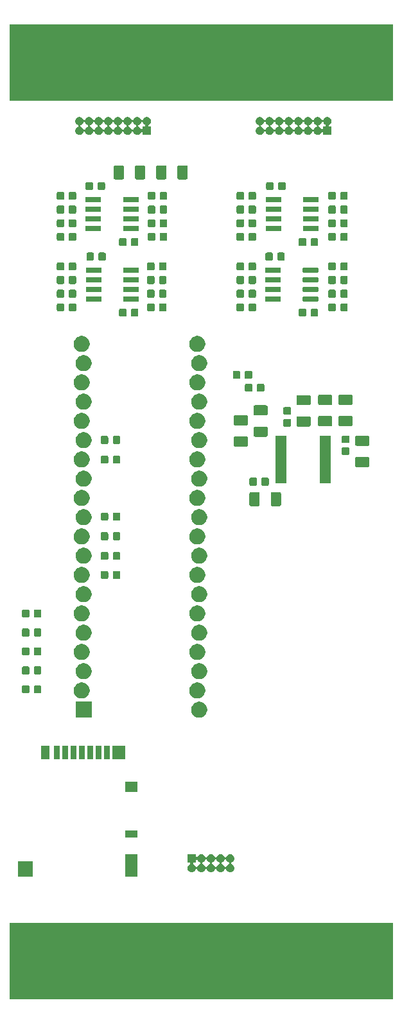
<source format=gbs>
G04 #@! TF.GenerationSoftware,KiCad,Pcbnew,(5.1.4)-1*
G04 #@! TF.CreationDate,2020-06-25T03:09:23+09:00*
G04 #@! TF.ProjectId,voice-dg,766f6963-652d-4646-972e-6b696361645f,rev?*
G04 #@! TF.SameCoordinates,Original*
G04 #@! TF.FileFunction,Soldermask,Bot*
G04 #@! TF.FilePolarity,Negative*
%FSLAX46Y46*%
G04 Gerber Fmt 4.6, Leading zero omitted, Abs format (unit mm)*
G04 Created by KiCad (PCBNEW (5.1.4)-1) date 2020-06-25 03:09:23*
%MOMM*%
%LPD*%
G04 APERTURE LIST*
%ADD10C,0.010000*%
%ADD11C,0.100000*%
G04 APERTURE END LIST*
D10*
G36*
X50000000Y-168500000D02*
G01*
X100500000Y-168500000D01*
X100500000Y-178500000D01*
X50000000Y-178500000D01*
X50000000Y-168500000D01*
G37*
X50000000Y-168500000D02*
X100500000Y-168500000D01*
X100500000Y-178500000D01*
X50000000Y-178500000D01*
X50000000Y-168500000D01*
G36*
X50000000Y-50000000D02*
G01*
X100500000Y-50000000D01*
X100500000Y-60000000D01*
X50000000Y-60000000D01*
X50000000Y-50000000D01*
G37*
X50000000Y-50000000D02*
X100500000Y-50000000D01*
X100500000Y-60000000D01*
X50000000Y-60000000D01*
X50000000Y-50000000D01*
D11*
G36*
X94919687Y-172887358D02*
G01*
X95419402Y-173038945D01*
X95879943Y-173285109D01*
X96283610Y-173616390D01*
X96614891Y-174020057D01*
X96861055Y-174480598D01*
X97012642Y-174980313D01*
X97063827Y-175500000D01*
X97012642Y-176019687D01*
X96861055Y-176519402D01*
X96614891Y-176979943D01*
X96283610Y-177383610D01*
X95879943Y-177714891D01*
X95419402Y-177961055D01*
X94919687Y-178112642D01*
X94530234Y-178151000D01*
X91469766Y-178151000D01*
X91080313Y-178112642D01*
X90580598Y-177961055D01*
X90120057Y-177714891D01*
X89716390Y-177383610D01*
X89385109Y-176979943D01*
X89138945Y-176519402D01*
X88987358Y-176019687D01*
X88936173Y-175500000D01*
X88987358Y-174980313D01*
X89138945Y-174480598D01*
X89385109Y-174020057D01*
X89716390Y-173616390D01*
X90120057Y-173285109D01*
X90580598Y-173038945D01*
X91080313Y-172887358D01*
X91469766Y-172849000D01*
X94530234Y-172849000D01*
X94919687Y-172887358D01*
X94919687Y-172887358D01*
G37*
G36*
X59419687Y-172887358D02*
G01*
X59919402Y-173038945D01*
X60379943Y-173285109D01*
X60783610Y-173616390D01*
X61114891Y-174020057D01*
X61361055Y-174480598D01*
X61512642Y-174980313D01*
X61563827Y-175500000D01*
X61512642Y-176019687D01*
X61361055Y-176519402D01*
X61114891Y-176979943D01*
X60783610Y-177383610D01*
X60379943Y-177714891D01*
X59919402Y-177961055D01*
X59419687Y-178112642D01*
X59030234Y-178151000D01*
X55969766Y-178151000D01*
X55580313Y-178112642D01*
X55080598Y-177961055D01*
X54620057Y-177714891D01*
X54216390Y-177383610D01*
X53885109Y-176979943D01*
X53638945Y-176519402D01*
X53487358Y-176019687D01*
X53436173Y-175500000D01*
X53487358Y-174980313D01*
X53638945Y-174480598D01*
X53885109Y-174020057D01*
X54216390Y-173616390D01*
X54620057Y-173285109D01*
X55080598Y-173038945D01*
X55580313Y-172887358D01*
X55969766Y-172849000D01*
X59030234Y-172849000D01*
X59419687Y-172887358D01*
X59419687Y-172887358D01*
G37*
G36*
X53026000Y-162376000D02*
G01*
X51124000Y-162376000D01*
X51124000Y-160374000D01*
X53026000Y-160374000D01*
X53026000Y-162376000D01*
X53026000Y-162376000D01*
G37*
G36*
X66876000Y-162376000D02*
G01*
X65274000Y-162376000D01*
X65274000Y-159474000D01*
X66876000Y-159474000D01*
X66876000Y-162376000D01*
X66876000Y-162376000D01*
G37*
G36*
X74551000Y-159677265D02*
G01*
X74553402Y-159701651D01*
X74560515Y-159725100D01*
X74572066Y-159746711D01*
X74587611Y-159765653D01*
X74606553Y-159781198D01*
X74628164Y-159792749D01*
X74651613Y-159799862D01*
X74675999Y-159802264D01*
X74700385Y-159799862D01*
X74723834Y-159792749D01*
X74745445Y-159781198D01*
X74764387Y-159765653D01*
X74779932Y-159746711D01*
X74786233Y-159736198D01*
X74809644Y-159692400D01*
X74878499Y-159608499D01*
X74962400Y-159539643D01*
X75030945Y-159503005D01*
X75058121Y-159488479D01*
X75161985Y-159456973D01*
X75242933Y-159449000D01*
X75297067Y-159449000D01*
X75378015Y-159456973D01*
X75481879Y-159488479D01*
X75509055Y-159503005D01*
X75577600Y-159539643D01*
X75661501Y-159608499D01*
X75730357Y-159692400D01*
X75766995Y-159760945D01*
X75781521Y-159788121D01*
X75785388Y-159800869D01*
X75794760Y-159823496D01*
X75808374Y-159843870D01*
X75825701Y-159861197D01*
X75846075Y-159874811D01*
X75868714Y-159884188D01*
X75892747Y-159888969D01*
X75917251Y-159888969D01*
X75941285Y-159884189D01*
X75963924Y-159874812D01*
X75984298Y-159861198D01*
X76001625Y-159843871D01*
X76015239Y-159823497D01*
X76024612Y-159800869D01*
X76028479Y-159788121D01*
X76043005Y-159760945D01*
X76079643Y-159692400D01*
X76148499Y-159608499D01*
X76232400Y-159539643D01*
X76300945Y-159503005D01*
X76328121Y-159488479D01*
X76431985Y-159456973D01*
X76512933Y-159449000D01*
X76567067Y-159449000D01*
X76648015Y-159456973D01*
X76751879Y-159488479D01*
X76779055Y-159503005D01*
X76847600Y-159539643D01*
X76931501Y-159608499D01*
X77000357Y-159692400D01*
X77036995Y-159760945D01*
X77051521Y-159788121D01*
X77055388Y-159800869D01*
X77064760Y-159823496D01*
X77078374Y-159843870D01*
X77095701Y-159861197D01*
X77116075Y-159874811D01*
X77138714Y-159884188D01*
X77162747Y-159888969D01*
X77187251Y-159888969D01*
X77211285Y-159884189D01*
X77233924Y-159874812D01*
X77254298Y-159861198D01*
X77271625Y-159843871D01*
X77285239Y-159823497D01*
X77294612Y-159800869D01*
X77298479Y-159788121D01*
X77313005Y-159760945D01*
X77349643Y-159692400D01*
X77418499Y-159608499D01*
X77502400Y-159539643D01*
X77570945Y-159503005D01*
X77598121Y-159488479D01*
X77701985Y-159456973D01*
X77782933Y-159449000D01*
X77837067Y-159449000D01*
X77918015Y-159456973D01*
X78021879Y-159488479D01*
X78049055Y-159503005D01*
X78117600Y-159539643D01*
X78201501Y-159608499D01*
X78270357Y-159692400D01*
X78306995Y-159760945D01*
X78321521Y-159788121D01*
X78325388Y-159800869D01*
X78334760Y-159823496D01*
X78348374Y-159843870D01*
X78365701Y-159861197D01*
X78386075Y-159874811D01*
X78408714Y-159884188D01*
X78432747Y-159888969D01*
X78457251Y-159888969D01*
X78481285Y-159884189D01*
X78503924Y-159874812D01*
X78524298Y-159861198D01*
X78541625Y-159843871D01*
X78555239Y-159823497D01*
X78564612Y-159800869D01*
X78568479Y-159788121D01*
X78583005Y-159760945D01*
X78619643Y-159692400D01*
X78688499Y-159608499D01*
X78772400Y-159539643D01*
X78840945Y-159503005D01*
X78868121Y-159488479D01*
X78971985Y-159456973D01*
X79052933Y-159449000D01*
X79107067Y-159449000D01*
X79188015Y-159456973D01*
X79291879Y-159488479D01*
X79319055Y-159503005D01*
X79387600Y-159539643D01*
X79471501Y-159608499D01*
X79540357Y-159692400D01*
X79576995Y-159760945D01*
X79591521Y-159788121D01*
X79623027Y-159891985D01*
X79633666Y-160000000D01*
X79623027Y-160108015D01*
X79591521Y-160211879D01*
X79591191Y-160212496D01*
X79540357Y-160307600D01*
X79471501Y-160391501D01*
X79387600Y-160460357D01*
X79319055Y-160496995D01*
X79291879Y-160511521D01*
X79279131Y-160515388D01*
X79256504Y-160524760D01*
X79236130Y-160538374D01*
X79218803Y-160555701D01*
X79205189Y-160576075D01*
X79195812Y-160598714D01*
X79191031Y-160622747D01*
X79191031Y-160647251D01*
X79195811Y-160671285D01*
X79205188Y-160693924D01*
X79218802Y-160714298D01*
X79236129Y-160731625D01*
X79256503Y-160745239D01*
X79279131Y-160754612D01*
X79291879Y-160758479D01*
X79318344Y-160772625D01*
X79387600Y-160809643D01*
X79471501Y-160878499D01*
X79540357Y-160962400D01*
X79576995Y-161030945D01*
X79591521Y-161058121D01*
X79623027Y-161161985D01*
X79633666Y-161270000D01*
X79623027Y-161378015D01*
X79591521Y-161481879D01*
X79591519Y-161481882D01*
X79540357Y-161577600D01*
X79471501Y-161661501D01*
X79387600Y-161730357D01*
X79319055Y-161766995D01*
X79291879Y-161781521D01*
X79188015Y-161813027D01*
X79107067Y-161821000D01*
X79052933Y-161821000D01*
X78971985Y-161813027D01*
X78868121Y-161781521D01*
X78840945Y-161766995D01*
X78772400Y-161730357D01*
X78688499Y-161661501D01*
X78619643Y-161577600D01*
X78568481Y-161481882D01*
X78568479Y-161481879D01*
X78564612Y-161469131D01*
X78555240Y-161446504D01*
X78541626Y-161426130D01*
X78524299Y-161408803D01*
X78503925Y-161395189D01*
X78481286Y-161385812D01*
X78457253Y-161381031D01*
X78432749Y-161381031D01*
X78408715Y-161385811D01*
X78386076Y-161395188D01*
X78365702Y-161408802D01*
X78348375Y-161426129D01*
X78334761Y-161446503D01*
X78325388Y-161469131D01*
X78321521Y-161481879D01*
X78321519Y-161481882D01*
X78270357Y-161577600D01*
X78201501Y-161661501D01*
X78117600Y-161730357D01*
X78049055Y-161766995D01*
X78021879Y-161781521D01*
X77918015Y-161813027D01*
X77837067Y-161821000D01*
X77782933Y-161821000D01*
X77701985Y-161813027D01*
X77598121Y-161781521D01*
X77570945Y-161766995D01*
X77502400Y-161730357D01*
X77418499Y-161661501D01*
X77349643Y-161577600D01*
X77298481Y-161481882D01*
X77298479Y-161481879D01*
X77294612Y-161469131D01*
X77285240Y-161446504D01*
X77271626Y-161426130D01*
X77254299Y-161408803D01*
X77233925Y-161395189D01*
X77211286Y-161385812D01*
X77187253Y-161381031D01*
X77162749Y-161381031D01*
X77138715Y-161385811D01*
X77116076Y-161395188D01*
X77095702Y-161408802D01*
X77078375Y-161426129D01*
X77064761Y-161446503D01*
X77055388Y-161469131D01*
X77051521Y-161481879D01*
X77051519Y-161481882D01*
X77000357Y-161577600D01*
X76931501Y-161661501D01*
X76847600Y-161730357D01*
X76779055Y-161766995D01*
X76751879Y-161781521D01*
X76648015Y-161813027D01*
X76567067Y-161821000D01*
X76512933Y-161821000D01*
X76431985Y-161813027D01*
X76328121Y-161781521D01*
X76300945Y-161766995D01*
X76232400Y-161730357D01*
X76148499Y-161661501D01*
X76079643Y-161577600D01*
X76028481Y-161481882D01*
X76028479Y-161481879D01*
X76024612Y-161469131D01*
X76015240Y-161446504D01*
X76001626Y-161426130D01*
X75984299Y-161408803D01*
X75963925Y-161395189D01*
X75941286Y-161385812D01*
X75917253Y-161381031D01*
X75892749Y-161381031D01*
X75868715Y-161385811D01*
X75846076Y-161395188D01*
X75825702Y-161408802D01*
X75808375Y-161426129D01*
X75794761Y-161446503D01*
X75785388Y-161469131D01*
X75781521Y-161481879D01*
X75781519Y-161481882D01*
X75730357Y-161577600D01*
X75661501Y-161661501D01*
X75577600Y-161730357D01*
X75509055Y-161766995D01*
X75481879Y-161781521D01*
X75378015Y-161813027D01*
X75297067Y-161821000D01*
X75242933Y-161821000D01*
X75161985Y-161813027D01*
X75058121Y-161781521D01*
X75030945Y-161766995D01*
X74962400Y-161730357D01*
X74878499Y-161661501D01*
X74809643Y-161577600D01*
X74758481Y-161481882D01*
X74758479Y-161481879D01*
X74754612Y-161469131D01*
X74745240Y-161446504D01*
X74731626Y-161426130D01*
X74714299Y-161408803D01*
X74693925Y-161395189D01*
X74671286Y-161385812D01*
X74647253Y-161381031D01*
X74622749Y-161381031D01*
X74598715Y-161385811D01*
X74576076Y-161395188D01*
X74555702Y-161408802D01*
X74538375Y-161426129D01*
X74524761Y-161446503D01*
X74515388Y-161469131D01*
X74511521Y-161481879D01*
X74511519Y-161481882D01*
X74460357Y-161577600D01*
X74391501Y-161661501D01*
X74307600Y-161730357D01*
X74239055Y-161766995D01*
X74211879Y-161781521D01*
X74108015Y-161813027D01*
X74027067Y-161821000D01*
X73972933Y-161821000D01*
X73891985Y-161813027D01*
X73788121Y-161781521D01*
X73760945Y-161766995D01*
X73692400Y-161730357D01*
X73608499Y-161661501D01*
X73539643Y-161577600D01*
X73488481Y-161481882D01*
X73488479Y-161481879D01*
X73456973Y-161378015D01*
X73446334Y-161270000D01*
X73456973Y-161161985D01*
X73488479Y-161058121D01*
X73503005Y-161030945D01*
X73539643Y-160962400D01*
X73608499Y-160878499D01*
X73692399Y-160809645D01*
X73692398Y-160809645D01*
X73692400Y-160809644D01*
X73736193Y-160786236D01*
X73756563Y-160772625D01*
X73773890Y-160755298D01*
X73787504Y-160734924D01*
X73796881Y-160712285D01*
X73801662Y-160688252D01*
X73801662Y-160675999D01*
X74197736Y-160675999D01*
X74200138Y-160700385D01*
X74207251Y-160723834D01*
X74218802Y-160745445D01*
X74234347Y-160764387D01*
X74253289Y-160779932D01*
X74263802Y-160786233D01*
X74307600Y-160809644D01*
X74307602Y-160809645D01*
X74307601Y-160809645D01*
X74391501Y-160878499D01*
X74460357Y-160962400D01*
X74496995Y-161030945D01*
X74511521Y-161058121D01*
X74515388Y-161070869D01*
X74524760Y-161093496D01*
X74538374Y-161113870D01*
X74555701Y-161131197D01*
X74576075Y-161144811D01*
X74598714Y-161154188D01*
X74622747Y-161158969D01*
X74647251Y-161158969D01*
X74671285Y-161154189D01*
X74693924Y-161144812D01*
X74714298Y-161131198D01*
X74731625Y-161113871D01*
X74745239Y-161093497D01*
X74754612Y-161070869D01*
X74758479Y-161058121D01*
X74773005Y-161030945D01*
X74809643Y-160962400D01*
X74878499Y-160878499D01*
X74962400Y-160809643D01*
X75031656Y-160772625D01*
X75058121Y-160758479D01*
X75070869Y-160754612D01*
X75093496Y-160745240D01*
X75113870Y-160731626D01*
X75131197Y-160714299D01*
X75144811Y-160693925D01*
X75154188Y-160671286D01*
X75158969Y-160647253D01*
X75158969Y-160622749D01*
X75158969Y-160622747D01*
X75381031Y-160622747D01*
X75381031Y-160647251D01*
X75385811Y-160671285D01*
X75395188Y-160693924D01*
X75408802Y-160714298D01*
X75426129Y-160731625D01*
X75446503Y-160745239D01*
X75469131Y-160754612D01*
X75481879Y-160758479D01*
X75508344Y-160772625D01*
X75577600Y-160809643D01*
X75661501Y-160878499D01*
X75730357Y-160962400D01*
X75766995Y-161030945D01*
X75781521Y-161058121D01*
X75785388Y-161070869D01*
X75794760Y-161093496D01*
X75808374Y-161113870D01*
X75825701Y-161131197D01*
X75846075Y-161144811D01*
X75868714Y-161154188D01*
X75892747Y-161158969D01*
X75917251Y-161158969D01*
X75941285Y-161154189D01*
X75963924Y-161144812D01*
X75984298Y-161131198D01*
X76001625Y-161113871D01*
X76015239Y-161093497D01*
X76024612Y-161070869D01*
X76028479Y-161058121D01*
X76043005Y-161030945D01*
X76079643Y-160962400D01*
X76148499Y-160878499D01*
X76232400Y-160809643D01*
X76301656Y-160772625D01*
X76328121Y-160758479D01*
X76340869Y-160754612D01*
X76363496Y-160745240D01*
X76383870Y-160731626D01*
X76401197Y-160714299D01*
X76414811Y-160693925D01*
X76424188Y-160671286D01*
X76428969Y-160647253D01*
X76428969Y-160622749D01*
X76428969Y-160622747D01*
X76651031Y-160622747D01*
X76651031Y-160647251D01*
X76655811Y-160671285D01*
X76665188Y-160693924D01*
X76678802Y-160714298D01*
X76696129Y-160731625D01*
X76716503Y-160745239D01*
X76739131Y-160754612D01*
X76751879Y-160758479D01*
X76778344Y-160772625D01*
X76847600Y-160809643D01*
X76931501Y-160878499D01*
X77000357Y-160962400D01*
X77036995Y-161030945D01*
X77051521Y-161058121D01*
X77055388Y-161070869D01*
X77064760Y-161093496D01*
X77078374Y-161113870D01*
X77095701Y-161131197D01*
X77116075Y-161144811D01*
X77138714Y-161154188D01*
X77162747Y-161158969D01*
X77187251Y-161158969D01*
X77211285Y-161154189D01*
X77233924Y-161144812D01*
X77254298Y-161131198D01*
X77271625Y-161113871D01*
X77285239Y-161093497D01*
X77294612Y-161070869D01*
X77298479Y-161058121D01*
X77313005Y-161030945D01*
X77349643Y-160962400D01*
X77418499Y-160878499D01*
X77502400Y-160809643D01*
X77571656Y-160772625D01*
X77598121Y-160758479D01*
X77610869Y-160754612D01*
X77633496Y-160745240D01*
X77653870Y-160731626D01*
X77671197Y-160714299D01*
X77684811Y-160693925D01*
X77694188Y-160671286D01*
X77698969Y-160647253D01*
X77698969Y-160622749D01*
X77698969Y-160622747D01*
X77921031Y-160622747D01*
X77921031Y-160647251D01*
X77925811Y-160671285D01*
X77935188Y-160693924D01*
X77948802Y-160714298D01*
X77966129Y-160731625D01*
X77986503Y-160745239D01*
X78009131Y-160754612D01*
X78021879Y-160758479D01*
X78048344Y-160772625D01*
X78117600Y-160809643D01*
X78201501Y-160878499D01*
X78270357Y-160962400D01*
X78306995Y-161030945D01*
X78321521Y-161058121D01*
X78325388Y-161070869D01*
X78334760Y-161093496D01*
X78348374Y-161113870D01*
X78365701Y-161131197D01*
X78386075Y-161144811D01*
X78408714Y-161154188D01*
X78432747Y-161158969D01*
X78457251Y-161158969D01*
X78481285Y-161154189D01*
X78503924Y-161144812D01*
X78524298Y-161131198D01*
X78541625Y-161113871D01*
X78555239Y-161093497D01*
X78564612Y-161070869D01*
X78568479Y-161058121D01*
X78583005Y-161030945D01*
X78619643Y-160962400D01*
X78688499Y-160878499D01*
X78772400Y-160809643D01*
X78841656Y-160772625D01*
X78868121Y-160758479D01*
X78880869Y-160754612D01*
X78903496Y-160745240D01*
X78923870Y-160731626D01*
X78941197Y-160714299D01*
X78954811Y-160693925D01*
X78964188Y-160671286D01*
X78968969Y-160647253D01*
X78968969Y-160622749D01*
X78964189Y-160598715D01*
X78954812Y-160576076D01*
X78941198Y-160555702D01*
X78923871Y-160538375D01*
X78903497Y-160524761D01*
X78880869Y-160515388D01*
X78868121Y-160511521D01*
X78840945Y-160496995D01*
X78772400Y-160460357D01*
X78688499Y-160391501D01*
X78619643Y-160307600D01*
X78568809Y-160212496D01*
X78568479Y-160211879D01*
X78564612Y-160199131D01*
X78555240Y-160176504D01*
X78541626Y-160156130D01*
X78524299Y-160138803D01*
X78503925Y-160125189D01*
X78481286Y-160115812D01*
X78457253Y-160111031D01*
X78432749Y-160111031D01*
X78408715Y-160115811D01*
X78386076Y-160125188D01*
X78365702Y-160138802D01*
X78348375Y-160156129D01*
X78334761Y-160176503D01*
X78325388Y-160199131D01*
X78321521Y-160211879D01*
X78321191Y-160212496D01*
X78270357Y-160307600D01*
X78201501Y-160391501D01*
X78117600Y-160460357D01*
X78049055Y-160496995D01*
X78021879Y-160511521D01*
X78009131Y-160515388D01*
X77986504Y-160524760D01*
X77966130Y-160538374D01*
X77948803Y-160555701D01*
X77935189Y-160576075D01*
X77925812Y-160598714D01*
X77921031Y-160622747D01*
X77698969Y-160622747D01*
X77694189Y-160598715D01*
X77684812Y-160576076D01*
X77671198Y-160555702D01*
X77653871Y-160538375D01*
X77633497Y-160524761D01*
X77610869Y-160515388D01*
X77598121Y-160511521D01*
X77570945Y-160496995D01*
X77502400Y-160460357D01*
X77418499Y-160391501D01*
X77349643Y-160307600D01*
X77298809Y-160212496D01*
X77298479Y-160211879D01*
X77294612Y-160199131D01*
X77285240Y-160176504D01*
X77271626Y-160156130D01*
X77254299Y-160138803D01*
X77233925Y-160125189D01*
X77211286Y-160115812D01*
X77187253Y-160111031D01*
X77162749Y-160111031D01*
X77138715Y-160115811D01*
X77116076Y-160125188D01*
X77095702Y-160138802D01*
X77078375Y-160156129D01*
X77064761Y-160176503D01*
X77055388Y-160199131D01*
X77051521Y-160211879D01*
X77051191Y-160212496D01*
X77000357Y-160307600D01*
X76931501Y-160391501D01*
X76847600Y-160460357D01*
X76779055Y-160496995D01*
X76751879Y-160511521D01*
X76739131Y-160515388D01*
X76716504Y-160524760D01*
X76696130Y-160538374D01*
X76678803Y-160555701D01*
X76665189Y-160576075D01*
X76655812Y-160598714D01*
X76651031Y-160622747D01*
X76428969Y-160622747D01*
X76424189Y-160598715D01*
X76414812Y-160576076D01*
X76401198Y-160555702D01*
X76383871Y-160538375D01*
X76363497Y-160524761D01*
X76340869Y-160515388D01*
X76328121Y-160511521D01*
X76300945Y-160496995D01*
X76232400Y-160460357D01*
X76148499Y-160391501D01*
X76079643Y-160307600D01*
X76028809Y-160212496D01*
X76028479Y-160211879D01*
X76024612Y-160199131D01*
X76015240Y-160176504D01*
X76001626Y-160156130D01*
X75984299Y-160138803D01*
X75963925Y-160125189D01*
X75941286Y-160115812D01*
X75917253Y-160111031D01*
X75892749Y-160111031D01*
X75868715Y-160115811D01*
X75846076Y-160125188D01*
X75825702Y-160138802D01*
X75808375Y-160156129D01*
X75794761Y-160176503D01*
X75785388Y-160199131D01*
X75781521Y-160211879D01*
X75781191Y-160212496D01*
X75730357Y-160307600D01*
X75661501Y-160391501D01*
X75577600Y-160460357D01*
X75509055Y-160496995D01*
X75481879Y-160511521D01*
X75469131Y-160515388D01*
X75446504Y-160524760D01*
X75426130Y-160538374D01*
X75408803Y-160555701D01*
X75395189Y-160576075D01*
X75385812Y-160598714D01*
X75381031Y-160622747D01*
X75158969Y-160622747D01*
X75154189Y-160598715D01*
X75144812Y-160576076D01*
X75131198Y-160555702D01*
X75113871Y-160538375D01*
X75093497Y-160524761D01*
X75070869Y-160515388D01*
X75058121Y-160511521D01*
X75030945Y-160496995D01*
X74962400Y-160460357D01*
X74878499Y-160391501D01*
X74809645Y-160307601D01*
X74809644Y-160307600D01*
X74786236Y-160263807D01*
X74772625Y-160243437D01*
X74755298Y-160226110D01*
X74734924Y-160212496D01*
X74712285Y-160203119D01*
X74688252Y-160198338D01*
X74663748Y-160198338D01*
X74639714Y-160203118D01*
X74617076Y-160212495D01*
X74596701Y-160226109D01*
X74579374Y-160243436D01*
X74565760Y-160263810D01*
X74556383Y-160286449D01*
X74551602Y-160310482D01*
X74551000Y-160322735D01*
X74551000Y-160551000D01*
X74322735Y-160551000D01*
X74298349Y-160553402D01*
X74274900Y-160560515D01*
X74253289Y-160572066D01*
X74234347Y-160587611D01*
X74218802Y-160606553D01*
X74207251Y-160628164D01*
X74200138Y-160651613D01*
X74197736Y-160675999D01*
X73801662Y-160675999D01*
X73801662Y-160663748D01*
X73796882Y-160639714D01*
X73787505Y-160617076D01*
X73773891Y-160596701D01*
X73756564Y-160579374D01*
X73736190Y-160565760D01*
X73713551Y-160556383D01*
X73689518Y-160551602D01*
X73677265Y-160551000D01*
X73449000Y-160551000D01*
X73449000Y-159449000D01*
X74551000Y-159449000D01*
X74551000Y-159677265D01*
X74551000Y-159677265D01*
G37*
G36*
X66876000Y-157226000D02*
G01*
X65274000Y-157226000D01*
X65274000Y-156324000D01*
X66876000Y-156324000D01*
X66876000Y-157226000D01*
X66876000Y-157226000D01*
G37*
G36*
X66876000Y-151226000D02*
G01*
X65274000Y-151226000D01*
X65274000Y-149924000D01*
X66876000Y-149924000D01*
X66876000Y-151226000D01*
X66876000Y-151226000D01*
G37*
G36*
X62126000Y-146926000D02*
G01*
X61324000Y-146926000D01*
X61324000Y-145124000D01*
X62126000Y-145124000D01*
X62126000Y-146926000D01*
X62126000Y-146926000D01*
G37*
G36*
X55226000Y-146926000D02*
G01*
X54124000Y-146926000D01*
X54124000Y-145124000D01*
X55226000Y-145124000D01*
X55226000Y-146926000D01*
X55226000Y-146926000D01*
G37*
G36*
X58826000Y-146926000D02*
G01*
X58024000Y-146926000D01*
X58024000Y-145124000D01*
X58826000Y-145124000D01*
X58826000Y-146926000D01*
X58826000Y-146926000D01*
G37*
G36*
X57726000Y-146926000D02*
G01*
X56924000Y-146926000D01*
X56924000Y-145124000D01*
X57726000Y-145124000D01*
X57726000Y-146926000D01*
X57726000Y-146926000D01*
G37*
G36*
X56626000Y-146926000D02*
G01*
X55824000Y-146926000D01*
X55824000Y-145124000D01*
X56626000Y-145124000D01*
X56626000Y-146926000D01*
X56626000Y-146926000D01*
G37*
G36*
X65276000Y-146926000D02*
G01*
X63524000Y-146926000D01*
X63524000Y-145124000D01*
X65276000Y-145124000D01*
X65276000Y-146926000D01*
X65276000Y-146926000D01*
G37*
G36*
X63226000Y-146926000D02*
G01*
X62424000Y-146926000D01*
X62424000Y-145124000D01*
X63226000Y-145124000D01*
X63226000Y-146926000D01*
X63226000Y-146926000D01*
G37*
G36*
X59926000Y-146926000D02*
G01*
X59124000Y-146926000D01*
X59124000Y-145124000D01*
X59926000Y-145124000D01*
X59926000Y-146926000D01*
X59926000Y-146926000D01*
G37*
G36*
X61026000Y-146926000D02*
G01*
X60224000Y-146926000D01*
X60224000Y-145124000D01*
X61026000Y-145124000D01*
X61026000Y-146926000D01*
X61026000Y-146926000D01*
G37*
G36*
X60798400Y-141421400D02*
G01*
X58715600Y-141421400D01*
X58715600Y-139338600D01*
X60798400Y-139338600D01*
X60798400Y-141421400D01*
X60798400Y-141421400D01*
G37*
G36*
X75300765Y-139378620D02*
G01*
X75490288Y-139457123D01*
X75660854Y-139571092D01*
X75805908Y-139716146D01*
X75919877Y-139886712D01*
X75998380Y-140076235D01*
X76038400Y-140277431D01*
X76038400Y-140482569D01*
X75998380Y-140683765D01*
X75919877Y-140873288D01*
X75805908Y-141043854D01*
X75660854Y-141188908D01*
X75490288Y-141302877D01*
X75490287Y-141302878D01*
X75490286Y-141302878D01*
X75300765Y-141381380D01*
X75099570Y-141421400D01*
X74894430Y-141421400D01*
X74693235Y-141381380D01*
X74503714Y-141302878D01*
X74503713Y-141302878D01*
X74503712Y-141302877D01*
X74333146Y-141188908D01*
X74188092Y-141043854D01*
X74074123Y-140873288D01*
X73995620Y-140683765D01*
X73955600Y-140482569D01*
X73955600Y-140277431D01*
X73995620Y-140076235D01*
X74074123Y-139886712D01*
X74188092Y-139716146D01*
X74333146Y-139571092D01*
X74503712Y-139457123D01*
X74693235Y-139378620D01*
X74894430Y-139338600D01*
X75099570Y-139338600D01*
X75300765Y-139378620D01*
X75300765Y-139378620D01*
G37*
G36*
X75046765Y-136838620D02*
G01*
X75236288Y-136917123D01*
X75406854Y-137031092D01*
X75551908Y-137176146D01*
X75651222Y-137324780D01*
X75665878Y-137346714D01*
X75744380Y-137536235D01*
X75784400Y-137737430D01*
X75784400Y-137942570D01*
X75767128Y-138029401D01*
X75744380Y-138143765D01*
X75665877Y-138333288D01*
X75551908Y-138503854D01*
X75406854Y-138648908D01*
X75236288Y-138762877D01*
X75236287Y-138762878D01*
X75236286Y-138762878D01*
X75046765Y-138841380D01*
X74845570Y-138881400D01*
X74640430Y-138881400D01*
X74439235Y-138841380D01*
X74249714Y-138762878D01*
X74249713Y-138762878D01*
X74249712Y-138762877D01*
X74079146Y-138648908D01*
X73934092Y-138503854D01*
X73820123Y-138333288D01*
X73741620Y-138143765D01*
X73718872Y-138029401D01*
X73701600Y-137942570D01*
X73701600Y-137737430D01*
X73741620Y-137536235D01*
X73820122Y-137346714D01*
X73834778Y-137324780D01*
X73934092Y-137176146D01*
X74079146Y-137031092D01*
X74249712Y-136917123D01*
X74439235Y-136838620D01*
X74640430Y-136798600D01*
X74845570Y-136798600D01*
X75046765Y-136838620D01*
X75046765Y-136838620D01*
G37*
G36*
X59806765Y-136838620D02*
G01*
X59996288Y-136917123D01*
X60166854Y-137031092D01*
X60311908Y-137176146D01*
X60411222Y-137324780D01*
X60425878Y-137346714D01*
X60504380Y-137536235D01*
X60544400Y-137737430D01*
X60544400Y-137942570D01*
X60527128Y-138029401D01*
X60504380Y-138143765D01*
X60425877Y-138333288D01*
X60311908Y-138503854D01*
X60166854Y-138648908D01*
X59996288Y-138762877D01*
X59996287Y-138762878D01*
X59996286Y-138762878D01*
X59806765Y-138841380D01*
X59605570Y-138881400D01*
X59400430Y-138881400D01*
X59199235Y-138841380D01*
X59009714Y-138762878D01*
X59009713Y-138762878D01*
X59009712Y-138762877D01*
X58839146Y-138648908D01*
X58694092Y-138503854D01*
X58580123Y-138333288D01*
X58501620Y-138143765D01*
X58478872Y-138029401D01*
X58461600Y-137942570D01*
X58461600Y-137737430D01*
X58501620Y-137536235D01*
X58580122Y-137346714D01*
X58594778Y-137324780D01*
X58694092Y-137176146D01*
X58839146Y-137031092D01*
X59009712Y-136917123D01*
X59199235Y-136838620D01*
X59400430Y-136798600D01*
X59605570Y-136798600D01*
X59806765Y-136838620D01*
X59806765Y-136838620D01*
G37*
G36*
X52454591Y-137178085D02*
G01*
X52488569Y-137188393D01*
X52519890Y-137205134D01*
X52547339Y-137227661D01*
X52569866Y-137255110D01*
X52586607Y-137286431D01*
X52596915Y-137320409D01*
X52601000Y-137361890D01*
X52601000Y-138038110D01*
X52596915Y-138079591D01*
X52586607Y-138113569D01*
X52569866Y-138144890D01*
X52547339Y-138172339D01*
X52519890Y-138194866D01*
X52488569Y-138211607D01*
X52454591Y-138221915D01*
X52413110Y-138226000D01*
X51811890Y-138226000D01*
X51770409Y-138221915D01*
X51736431Y-138211607D01*
X51705110Y-138194866D01*
X51677661Y-138172339D01*
X51655134Y-138144890D01*
X51638393Y-138113569D01*
X51628085Y-138079591D01*
X51624000Y-138038110D01*
X51624000Y-137361890D01*
X51628085Y-137320409D01*
X51638393Y-137286431D01*
X51655134Y-137255110D01*
X51677661Y-137227661D01*
X51705110Y-137205134D01*
X51736431Y-137188393D01*
X51770409Y-137178085D01*
X51811890Y-137174000D01*
X52413110Y-137174000D01*
X52454591Y-137178085D01*
X52454591Y-137178085D01*
G37*
G36*
X54029591Y-137178085D02*
G01*
X54063569Y-137188393D01*
X54094890Y-137205134D01*
X54122339Y-137227661D01*
X54144866Y-137255110D01*
X54161607Y-137286431D01*
X54171915Y-137320409D01*
X54176000Y-137361890D01*
X54176000Y-138038110D01*
X54171915Y-138079591D01*
X54161607Y-138113569D01*
X54144866Y-138144890D01*
X54122339Y-138172339D01*
X54094890Y-138194866D01*
X54063569Y-138211607D01*
X54029591Y-138221915D01*
X53988110Y-138226000D01*
X53386890Y-138226000D01*
X53345409Y-138221915D01*
X53311431Y-138211607D01*
X53280110Y-138194866D01*
X53252661Y-138172339D01*
X53230134Y-138144890D01*
X53213393Y-138113569D01*
X53203085Y-138079591D01*
X53199000Y-138038110D01*
X53199000Y-137361890D01*
X53203085Y-137320409D01*
X53213393Y-137286431D01*
X53230134Y-137255110D01*
X53252661Y-137227661D01*
X53280110Y-137205134D01*
X53311431Y-137188393D01*
X53345409Y-137178085D01*
X53386890Y-137174000D01*
X53988110Y-137174000D01*
X54029591Y-137178085D01*
X54029591Y-137178085D01*
G37*
G36*
X60060765Y-134298620D02*
G01*
X60250288Y-134377123D01*
X60420854Y-134491092D01*
X60565908Y-134636146D01*
X60679877Y-134806712D01*
X60679878Y-134806714D01*
X60758380Y-134996235D01*
X60798400Y-135197430D01*
X60798400Y-135402570D01*
X60758380Y-135603765D01*
X60741346Y-135644890D01*
X60679877Y-135793288D01*
X60565908Y-135963854D01*
X60420854Y-136108908D01*
X60250288Y-136222877D01*
X60250287Y-136222878D01*
X60250286Y-136222878D01*
X60060765Y-136301380D01*
X59859570Y-136341400D01*
X59654430Y-136341400D01*
X59453235Y-136301380D01*
X59263714Y-136222878D01*
X59263713Y-136222878D01*
X59263712Y-136222877D01*
X59093146Y-136108908D01*
X58948092Y-135963854D01*
X58834123Y-135793288D01*
X58772655Y-135644890D01*
X58755620Y-135603765D01*
X58715600Y-135402570D01*
X58715600Y-135197430D01*
X58755620Y-134996235D01*
X58834122Y-134806714D01*
X58834123Y-134806712D01*
X58948092Y-134636146D01*
X59093146Y-134491092D01*
X59263712Y-134377123D01*
X59453235Y-134298620D01*
X59654430Y-134258600D01*
X59859570Y-134258600D01*
X60060765Y-134298620D01*
X60060765Y-134298620D01*
G37*
G36*
X75300765Y-134298620D02*
G01*
X75490288Y-134377123D01*
X75660854Y-134491092D01*
X75805908Y-134636146D01*
X75919877Y-134806712D01*
X75919878Y-134806714D01*
X75998380Y-134996235D01*
X76038400Y-135197430D01*
X76038400Y-135402570D01*
X75998380Y-135603765D01*
X75981346Y-135644890D01*
X75919877Y-135793288D01*
X75805908Y-135963854D01*
X75660854Y-136108908D01*
X75490288Y-136222877D01*
X75490287Y-136222878D01*
X75490286Y-136222878D01*
X75300765Y-136301380D01*
X75099570Y-136341400D01*
X74894430Y-136341400D01*
X74693235Y-136301380D01*
X74503714Y-136222878D01*
X74503713Y-136222878D01*
X74503712Y-136222877D01*
X74333146Y-136108908D01*
X74188092Y-135963854D01*
X74074123Y-135793288D01*
X74012655Y-135644890D01*
X73995620Y-135603765D01*
X73955600Y-135402570D01*
X73955600Y-135197430D01*
X73995620Y-134996235D01*
X74074122Y-134806714D01*
X74074123Y-134806712D01*
X74188092Y-134636146D01*
X74333146Y-134491092D01*
X74503712Y-134377123D01*
X74693235Y-134298620D01*
X74894430Y-134258600D01*
X75099570Y-134258600D01*
X75300765Y-134298620D01*
X75300765Y-134298620D01*
G37*
G36*
X54029591Y-134678085D02*
G01*
X54063569Y-134688393D01*
X54094890Y-134705134D01*
X54122339Y-134727661D01*
X54144866Y-134755110D01*
X54161607Y-134786431D01*
X54171915Y-134820409D01*
X54176000Y-134861890D01*
X54176000Y-135538110D01*
X54171915Y-135579591D01*
X54161607Y-135613569D01*
X54144866Y-135644890D01*
X54122339Y-135672339D01*
X54094890Y-135694866D01*
X54063569Y-135711607D01*
X54029591Y-135721915D01*
X53988110Y-135726000D01*
X53386890Y-135726000D01*
X53345409Y-135721915D01*
X53311431Y-135711607D01*
X53280110Y-135694866D01*
X53252661Y-135672339D01*
X53230134Y-135644890D01*
X53213393Y-135613569D01*
X53203085Y-135579591D01*
X53199000Y-135538110D01*
X53199000Y-134861890D01*
X53203085Y-134820409D01*
X53213393Y-134786431D01*
X53230134Y-134755110D01*
X53252661Y-134727661D01*
X53280110Y-134705134D01*
X53311431Y-134688393D01*
X53345409Y-134678085D01*
X53386890Y-134674000D01*
X53988110Y-134674000D01*
X54029591Y-134678085D01*
X54029591Y-134678085D01*
G37*
G36*
X52454591Y-134678085D02*
G01*
X52488569Y-134688393D01*
X52519890Y-134705134D01*
X52547339Y-134727661D01*
X52569866Y-134755110D01*
X52586607Y-134786431D01*
X52596915Y-134820409D01*
X52601000Y-134861890D01*
X52601000Y-135538110D01*
X52596915Y-135579591D01*
X52586607Y-135613569D01*
X52569866Y-135644890D01*
X52547339Y-135672339D01*
X52519890Y-135694866D01*
X52488569Y-135711607D01*
X52454591Y-135721915D01*
X52413110Y-135726000D01*
X51811890Y-135726000D01*
X51770409Y-135721915D01*
X51736431Y-135711607D01*
X51705110Y-135694866D01*
X51677661Y-135672339D01*
X51655134Y-135644890D01*
X51638393Y-135613569D01*
X51628085Y-135579591D01*
X51624000Y-135538110D01*
X51624000Y-134861890D01*
X51628085Y-134820409D01*
X51638393Y-134786431D01*
X51655134Y-134755110D01*
X51677661Y-134727661D01*
X51705110Y-134705134D01*
X51736431Y-134688393D01*
X51770409Y-134678085D01*
X51811890Y-134674000D01*
X52413110Y-134674000D01*
X52454591Y-134678085D01*
X52454591Y-134678085D01*
G37*
G36*
X59806765Y-131758620D02*
G01*
X59996288Y-131837123D01*
X60166854Y-131951092D01*
X60311908Y-132096146D01*
X60425877Y-132266712D01*
X60425878Y-132266714D01*
X60504380Y-132456235D01*
X60544400Y-132657430D01*
X60544400Y-132862570D01*
X60504380Y-133063765D01*
X60466813Y-133154461D01*
X60425877Y-133253288D01*
X60311908Y-133423854D01*
X60166854Y-133568908D01*
X59996288Y-133682877D01*
X59996287Y-133682878D01*
X59996286Y-133682878D01*
X59806765Y-133761380D01*
X59605570Y-133801400D01*
X59400430Y-133801400D01*
X59199235Y-133761380D01*
X59009714Y-133682878D01*
X59009713Y-133682878D01*
X59009712Y-133682877D01*
X58839146Y-133568908D01*
X58694092Y-133423854D01*
X58580123Y-133253288D01*
X58539188Y-133154461D01*
X58501620Y-133063765D01*
X58461600Y-132862570D01*
X58461600Y-132657430D01*
X58501620Y-132456235D01*
X58580122Y-132266714D01*
X58580123Y-132266712D01*
X58694092Y-132096146D01*
X58839146Y-131951092D01*
X59009712Y-131837123D01*
X59199235Y-131758620D01*
X59400430Y-131718600D01*
X59605570Y-131718600D01*
X59806765Y-131758620D01*
X59806765Y-131758620D01*
G37*
G36*
X75046765Y-131758620D02*
G01*
X75236288Y-131837123D01*
X75406854Y-131951092D01*
X75551908Y-132096146D01*
X75665877Y-132266712D01*
X75665878Y-132266714D01*
X75744380Y-132456235D01*
X75784400Y-132657430D01*
X75784400Y-132862570D01*
X75744380Y-133063765D01*
X75706813Y-133154461D01*
X75665877Y-133253288D01*
X75551908Y-133423854D01*
X75406854Y-133568908D01*
X75236288Y-133682877D01*
X75236287Y-133682878D01*
X75236286Y-133682878D01*
X75046765Y-133761380D01*
X74845570Y-133801400D01*
X74640430Y-133801400D01*
X74439235Y-133761380D01*
X74249714Y-133682878D01*
X74249713Y-133682878D01*
X74249712Y-133682877D01*
X74079146Y-133568908D01*
X73934092Y-133423854D01*
X73820123Y-133253288D01*
X73779188Y-133154461D01*
X73741620Y-133063765D01*
X73701600Y-132862570D01*
X73701600Y-132657430D01*
X73741620Y-132456235D01*
X73820122Y-132266714D01*
X73820123Y-132266712D01*
X73934092Y-132096146D01*
X74079146Y-131951092D01*
X74249712Y-131837123D01*
X74439235Y-131758620D01*
X74640430Y-131718600D01*
X74845570Y-131718600D01*
X75046765Y-131758620D01*
X75046765Y-131758620D01*
G37*
G36*
X52454591Y-132178085D02*
G01*
X52488569Y-132188393D01*
X52519890Y-132205134D01*
X52547339Y-132227661D01*
X52569866Y-132255110D01*
X52586607Y-132286431D01*
X52596915Y-132320409D01*
X52601000Y-132361890D01*
X52601000Y-133038110D01*
X52596915Y-133079591D01*
X52586607Y-133113569D01*
X52569866Y-133144890D01*
X52547339Y-133172339D01*
X52519890Y-133194866D01*
X52488569Y-133211607D01*
X52454591Y-133221915D01*
X52413110Y-133226000D01*
X51811890Y-133226000D01*
X51770409Y-133221915D01*
X51736431Y-133211607D01*
X51705110Y-133194866D01*
X51677661Y-133172339D01*
X51655134Y-133144890D01*
X51638393Y-133113569D01*
X51628085Y-133079591D01*
X51624000Y-133038110D01*
X51624000Y-132361890D01*
X51628085Y-132320409D01*
X51638393Y-132286431D01*
X51655134Y-132255110D01*
X51677661Y-132227661D01*
X51705110Y-132205134D01*
X51736431Y-132188393D01*
X51770409Y-132178085D01*
X51811890Y-132174000D01*
X52413110Y-132174000D01*
X52454591Y-132178085D01*
X52454591Y-132178085D01*
G37*
G36*
X54029591Y-132178085D02*
G01*
X54063569Y-132188393D01*
X54094890Y-132205134D01*
X54122339Y-132227661D01*
X54144866Y-132255110D01*
X54161607Y-132286431D01*
X54171915Y-132320409D01*
X54176000Y-132361890D01*
X54176000Y-133038110D01*
X54171915Y-133079591D01*
X54161607Y-133113569D01*
X54144866Y-133144890D01*
X54122339Y-133172339D01*
X54094890Y-133194866D01*
X54063569Y-133211607D01*
X54029591Y-133221915D01*
X53988110Y-133226000D01*
X53386890Y-133226000D01*
X53345409Y-133221915D01*
X53311431Y-133211607D01*
X53280110Y-133194866D01*
X53252661Y-133172339D01*
X53230134Y-133144890D01*
X53213393Y-133113569D01*
X53203085Y-133079591D01*
X53199000Y-133038110D01*
X53199000Y-132361890D01*
X53203085Y-132320409D01*
X53213393Y-132286431D01*
X53230134Y-132255110D01*
X53252661Y-132227661D01*
X53280110Y-132205134D01*
X53311431Y-132188393D01*
X53345409Y-132178085D01*
X53386890Y-132174000D01*
X53988110Y-132174000D01*
X54029591Y-132178085D01*
X54029591Y-132178085D01*
G37*
G36*
X60060765Y-129218620D02*
G01*
X60250288Y-129297123D01*
X60420854Y-129411092D01*
X60565908Y-129556146D01*
X60665459Y-129705134D01*
X60679878Y-129726714D01*
X60718688Y-129820409D01*
X60758380Y-129916235D01*
X60798400Y-130117431D01*
X60798400Y-130322569D01*
X60758380Y-130523765D01*
X60679877Y-130713288D01*
X60565908Y-130883854D01*
X60420854Y-131028908D01*
X60250288Y-131142877D01*
X60250287Y-131142878D01*
X60250286Y-131142878D01*
X60060765Y-131221380D01*
X59859570Y-131261400D01*
X59654430Y-131261400D01*
X59453235Y-131221380D01*
X59263714Y-131142878D01*
X59263713Y-131142878D01*
X59263712Y-131142877D01*
X59093146Y-131028908D01*
X58948092Y-130883854D01*
X58834123Y-130713288D01*
X58755620Y-130523765D01*
X58715600Y-130322569D01*
X58715600Y-130117431D01*
X58755620Y-129916235D01*
X58795312Y-129820409D01*
X58834122Y-129726714D01*
X58848541Y-129705134D01*
X58948092Y-129556146D01*
X59093146Y-129411092D01*
X59263712Y-129297123D01*
X59453235Y-129218620D01*
X59654430Y-129178600D01*
X59859570Y-129178600D01*
X60060765Y-129218620D01*
X60060765Y-129218620D01*
G37*
G36*
X75300765Y-129218620D02*
G01*
X75490288Y-129297123D01*
X75660854Y-129411092D01*
X75805908Y-129556146D01*
X75905459Y-129705134D01*
X75919878Y-129726714D01*
X75958688Y-129820409D01*
X75998380Y-129916235D01*
X76038400Y-130117431D01*
X76038400Y-130322569D01*
X75998380Y-130523765D01*
X75919877Y-130713288D01*
X75805908Y-130883854D01*
X75660854Y-131028908D01*
X75490288Y-131142877D01*
X75490287Y-131142878D01*
X75490286Y-131142878D01*
X75300765Y-131221380D01*
X75099570Y-131261400D01*
X74894430Y-131261400D01*
X74693235Y-131221380D01*
X74503714Y-131142878D01*
X74503713Y-131142878D01*
X74503712Y-131142877D01*
X74333146Y-131028908D01*
X74188092Y-130883854D01*
X74074123Y-130713288D01*
X73995620Y-130523765D01*
X73955600Y-130322569D01*
X73955600Y-130117431D01*
X73995620Y-129916235D01*
X74035312Y-129820409D01*
X74074122Y-129726714D01*
X74088541Y-129705134D01*
X74188092Y-129556146D01*
X74333146Y-129411092D01*
X74503712Y-129297123D01*
X74693235Y-129218620D01*
X74894430Y-129178600D01*
X75099570Y-129178600D01*
X75300765Y-129218620D01*
X75300765Y-129218620D01*
G37*
G36*
X54029591Y-129678085D02*
G01*
X54063569Y-129688393D01*
X54094890Y-129705134D01*
X54122339Y-129727661D01*
X54144866Y-129755110D01*
X54161607Y-129786431D01*
X54171915Y-129820409D01*
X54176000Y-129861890D01*
X54176000Y-130538110D01*
X54171915Y-130579591D01*
X54161607Y-130613569D01*
X54144866Y-130644890D01*
X54122339Y-130672339D01*
X54094890Y-130694866D01*
X54063569Y-130711607D01*
X54029591Y-130721915D01*
X53988110Y-130726000D01*
X53386890Y-130726000D01*
X53345409Y-130721915D01*
X53311431Y-130711607D01*
X53280110Y-130694866D01*
X53252661Y-130672339D01*
X53230134Y-130644890D01*
X53213393Y-130613569D01*
X53203085Y-130579591D01*
X53199000Y-130538110D01*
X53199000Y-129861890D01*
X53203085Y-129820409D01*
X53213393Y-129786431D01*
X53230134Y-129755110D01*
X53252661Y-129727661D01*
X53280110Y-129705134D01*
X53311431Y-129688393D01*
X53345409Y-129678085D01*
X53386890Y-129674000D01*
X53988110Y-129674000D01*
X54029591Y-129678085D01*
X54029591Y-129678085D01*
G37*
G36*
X52454591Y-129678085D02*
G01*
X52488569Y-129688393D01*
X52519890Y-129705134D01*
X52547339Y-129727661D01*
X52569866Y-129755110D01*
X52586607Y-129786431D01*
X52596915Y-129820409D01*
X52601000Y-129861890D01*
X52601000Y-130538110D01*
X52596915Y-130579591D01*
X52586607Y-130613569D01*
X52569866Y-130644890D01*
X52547339Y-130672339D01*
X52519890Y-130694866D01*
X52488569Y-130711607D01*
X52454591Y-130721915D01*
X52413110Y-130726000D01*
X51811890Y-130726000D01*
X51770409Y-130721915D01*
X51736431Y-130711607D01*
X51705110Y-130694866D01*
X51677661Y-130672339D01*
X51655134Y-130644890D01*
X51638393Y-130613569D01*
X51628085Y-130579591D01*
X51624000Y-130538110D01*
X51624000Y-129861890D01*
X51628085Y-129820409D01*
X51638393Y-129786431D01*
X51655134Y-129755110D01*
X51677661Y-129727661D01*
X51705110Y-129705134D01*
X51736431Y-129688393D01*
X51770409Y-129678085D01*
X51811890Y-129674000D01*
X52413110Y-129674000D01*
X52454591Y-129678085D01*
X52454591Y-129678085D01*
G37*
G36*
X59806765Y-126678620D02*
G01*
X59996288Y-126757123D01*
X60166854Y-126871092D01*
X60311908Y-127016146D01*
X60420519Y-127178693D01*
X60425878Y-127186714D01*
X60504380Y-127376235D01*
X60544400Y-127577430D01*
X60544400Y-127782570D01*
X60504380Y-127983765D01*
X60433676Y-128154461D01*
X60425877Y-128173288D01*
X60311908Y-128343854D01*
X60166854Y-128488908D01*
X59996288Y-128602877D01*
X59996287Y-128602878D01*
X59996286Y-128602878D01*
X59806765Y-128681380D01*
X59605570Y-128721400D01*
X59400430Y-128721400D01*
X59199235Y-128681380D01*
X59009714Y-128602878D01*
X59009713Y-128602878D01*
X59009712Y-128602877D01*
X58839146Y-128488908D01*
X58694092Y-128343854D01*
X58580123Y-128173288D01*
X58572325Y-128154461D01*
X58501620Y-127983765D01*
X58461600Y-127782570D01*
X58461600Y-127577430D01*
X58501620Y-127376235D01*
X58580122Y-127186714D01*
X58585481Y-127178693D01*
X58694092Y-127016146D01*
X58839146Y-126871092D01*
X59009712Y-126757123D01*
X59199235Y-126678620D01*
X59400430Y-126638600D01*
X59605570Y-126638600D01*
X59806765Y-126678620D01*
X59806765Y-126678620D01*
G37*
G36*
X75046765Y-126678620D02*
G01*
X75236288Y-126757123D01*
X75406854Y-126871092D01*
X75551908Y-127016146D01*
X75660519Y-127178693D01*
X75665878Y-127186714D01*
X75744380Y-127376235D01*
X75784400Y-127577430D01*
X75784400Y-127782570D01*
X75744380Y-127983765D01*
X75673676Y-128154461D01*
X75665877Y-128173288D01*
X75551908Y-128343854D01*
X75406854Y-128488908D01*
X75236288Y-128602877D01*
X75236287Y-128602878D01*
X75236286Y-128602878D01*
X75046765Y-128681380D01*
X74845570Y-128721400D01*
X74640430Y-128721400D01*
X74439235Y-128681380D01*
X74249714Y-128602878D01*
X74249713Y-128602878D01*
X74249712Y-128602877D01*
X74079146Y-128488908D01*
X73934092Y-128343854D01*
X73820123Y-128173288D01*
X73812325Y-128154461D01*
X73741620Y-127983765D01*
X73701600Y-127782570D01*
X73701600Y-127577430D01*
X73741620Y-127376235D01*
X73820122Y-127186714D01*
X73825481Y-127178693D01*
X73934092Y-127016146D01*
X74079146Y-126871092D01*
X74249712Y-126757123D01*
X74439235Y-126678620D01*
X74640430Y-126638600D01*
X74845570Y-126638600D01*
X75046765Y-126678620D01*
X75046765Y-126678620D01*
G37*
G36*
X52454591Y-127178085D02*
G01*
X52488569Y-127188393D01*
X52519890Y-127205134D01*
X52547339Y-127227661D01*
X52569866Y-127255110D01*
X52586607Y-127286431D01*
X52596915Y-127320409D01*
X52601000Y-127361890D01*
X52601000Y-128038110D01*
X52596915Y-128079591D01*
X52586607Y-128113569D01*
X52569866Y-128144890D01*
X52547339Y-128172339D01*
X52519890Y-128194866D01*
X52488569Y-128211607D01*
X52454591Y-128221915D01*
X52413110Y-128226000D01*
X51811890Y-128226000D01*
X51770409Y-128221915D01*
X51736431Y-128211607D01*
X51705110Y-128194866D01*
X51677661Y-128172339D01*
X51655134Y-128144890D01*
X51638393Y-128113569D01*
X51628085Y-128079591D01*
X51624000Y-128038110D01*
X51624000Y-127361890D01*
X51628085Y-127320409D01*
X51638393Y-127286431D01*
X51655134Y-127255110D01*
X51677661Y-127227661D01*
X51705110Y-127205134D01*
X51736431Y-127188393D01*
X51770409Y-127178085D01*
X51811890Y-127174000D01*
X52413110Y-127174000D01*
X52454591Y-127178085D01*
X52454591Y-127178085D01*
G37*
G36*
X54029591Y-127178085D02*
G01*
X54063569Y-127188393D01*
X54094890Y-127205134D01*
X54122339Y-127227661D01*
X54144866Y-127255110D01*
X54161607Y-127286431D01*
X54171915Y-127320409D01*
X54176000Y-127361890D01*
X54176000Y-128038110D01*
X54171915Y-128079591D01*
X54161607Y-128113569D01*
X54144866Y-128144890D01*
X54122339Y-128172339D01*
X54094890Y-128194866D01*
X54063569Y-128211607D01*
X54029591Y-128221915D01*
X53988110Y-128226000D01*
X53386890Y-128226000D01*
X53345409Y-128221915D01*
X53311431Y-128211607D01*
X53280110Y-128194866D01*
X53252661Y-128172339D01*
X53230134Y-128144890D01*
X53213393Y-128113569D01*
X53203085Y-128079591D01*
X53199000Y-128038110D01*
X53199000Y-127361890D01*
X53203085Y-127320409D01*
X53213393Y-127286431D01*
X53230134Y-127255110D01*
X53252661Y-127227661D01*
X53280110Y-127205134D01*
X53311431Y-127188393D01*
X53345409Y-127178085D01*
X53386890Y-127174000D01*
X53988110Y-127174000D01*
X54029591Y-127178085D01*
X54029591Y-127178085D01*
G37*
G36*
X75300765Y-124138620D02*
G01*
X75490288Y-124217123D01*
X75660854Y-124331092D01*
X75805908Y-124476146D01*
X75919877Y-124646712D01*
X75998380Y-124836235D01*
X76038400Y-125037431D01*
X76038400Y-125242569D01*
X75998380Y-125443765D01*
X75919877Y-125633288D01*
X75805908Y-125803854D01*
X75660854Y-125948908D01*
X75490288Y-126062877D01*
X75490287Y-126062878D01*
X75490286Y-126062878D01*
X75300765Y-126141380D01*
X75099570Y-126181400D01*
X74894430Y-126181400D01*
X74693235Y-126141380D01*
X74503714Y-126062878D01*
X74503713Y-126062878D01*
X74503712Y-126062877D01*
X74333146Y-125948908D01*
X74188092Y-125803854D01*
X74074123Y-125633288D01*
X73995620Y-125443765D01*
X73955600Y-125242569D01*
X73955600Y-125037431D01*
X73995620Y-124836235D01*
X74074123Y-124646712D01*
X74188092Y-124476146D01*
X74333146Y-124331092D01*
X74503712Y-124217123D01*
X74693235Y-124138620D01*
X74894430Y-124098600D01*
X75099570Y-124098600D01*
X75300765Y-124138620D01*
X75300765Y-124138620D01*
G37*
G36*
X60060765Y-124138620D02*
G01*
X60250288Y-124217123D01*
X60420854Y-124331092D01*
X60565908Y-124476146D01*
X60679877Y-124646712D01*
X60758380Y-124836235D01*
X60798400Y-125037431D01*
X60798400Y-125242569D01*
X60758380Y-125443765D01*
X60679877Y-125633288D01*
X60565908Y-125803854D01*
X60420854Y-125948908D01*
X60250288Y-126062877D01*
X60250287Y-126062878D01*
X60250286Y-126062878D01*
X60060765Y-126141380D01*
X59859570Y-126181400D01*
X59654430Y-126181400D01*
X59453235Y-126141380D01*
X59263714Y-126062878D01*
X59263713Y-126062878D01*
X59263712Y-126062877D01*
X59093146Y-125948908D01*
X58948092Y-125803854D01*
X58834123Y-125633288D01*
X58755620Y-125443765D01*
X58715600Y-125242569D01*
X58715600Y-125037431D01*
X58755620Y-124836235D01*
X58834123Y-124646712D01*
X58948092Y-124476146D01*
X59093146Y-124331092D01*
X59263712Y-124217123D01*
X59453235Y-124138620D01*
X59654430Y-124098600D01*
X59859570Y-124098600D01*
X60060765Y-124138620D01*
X60060765Y-124138620D01*
G37*
G36*
X75046765Y-121598620D02*
G01*
X75236288Y-121677123D01*
X75406854Y-121791092D01*
X75551908Y-121936146D01*
X75665877Y-122106712D01*
X75665878Y-122106714D01*
X75744380Y-122296235D01*
X75784400Y-122497430D01*
X75784400Y-122702570D01*
X75744380Y-122903765D01*
X75674555Y-123072339D01*
X75665877Y-123093288D01*
X75551908Y-123263854D01*
X75406854Y-123408908D01*
X75236288Y-123522877D01*
X75236287Y-123522878D01*
X75236286Y-123522878D01*
X75046765Y-123601380D01*
X74845570Y-123641400D01*
X74640430Y-123641400D01*
X74439235Y-123601380D01*
X74249714Y-123522878D01*
X74249713Y-123522878D01*
X74249712Y-123522877D01*
X74079146Y-123408908D01*
X73934092Y-123263854D01*
X73820123Y-123093288D01*
X73811446Y-123072339D01*
X73741620Y-122903765D01*
X73701600Y-122702570D01*
X73701600Y-122497430D01*
X73741620Y-122296235D01*
X73820122Y-122106714D01*
X73820123Y-122106712D01*
X73934092Y-121936146D01*
X74079146Y-121791092D01*
X74249712Y-121677123D01*
X74439235Y-121598620D01*
X74640430Y-121558600D01*
X74845570Y-121558600D01*
X75046765Y-121598620D01*
X75046765Y-121598620D01*
G37*
G36*
X59806765Y-121598620D02*
G01*
X59996288Y-121677123D01*
X60166854Y-121791092D01*
X60311908Y-121936146D01*
X60425877Y-122106712D01*
X60425878Y-122106714D01*
X60504380Y-122296235D01*
X60544400Y-122497430D01*
X60544400Y-122702570D01*
X60504380Y-122903765D01*
X60434555Y-123072339D01*
X60425877Y-123093288D01*
X60311908Y-123263854D01*
X60166854Y-123408908D01*
X59996288Y-123522877D01*
X59996287Y-123522878D01*
X59996286Y-123522878D01*
X59806765Y-123601380D01*
X59605570Y-123641400D01*
X59400430Y-123641400D01*
X59199235Y-123601380D01*
X59009714Y-123522878D01*
X59009713Y-123522878D01*
X59009712Y-123522877D01*
X58839146Y-123408908D01*
X58694092Y-123263854D01*
X58580123Y-123093288D01*
X58571446Y-123072339D01*
X58501620Y-122903765D01*
X58461600Y-122702570D01*
X58461600Y-122497430D01*
X58501620Y-122296235D01*
X58580122Y-122106714D01*
X58580123Y-122106712D01*
X58694092Y-121936146D01*
X58839146Y-121791092D01*
X59009712Y-121677123D01*
X59199235Y-121598620D01*
X59400430Y-121558600D01*
X59605570Y-121558600D01*
X59806765Y-121598620D01*
X59806765Y-121598620D01*
G37*
G36*
X64429591Y-122078085D02*
G01*
X64463569Y-122088393D01*
X64494890Y-122105134D01*
X64522339Y-122127661D01*
X64544866Y-122155110D01*
X64561607Y-122186431D01*
X64571915Y-122220409D01*
X64576000Y-122261890D01*
X64576000Y-122938110D01*
X64571915Y-122979591D01*
X64561607Y-123013569D01*
X64544866Y-123044890D01*
X64522339Y-123072339D01*
X64494890Y-123094866D01*
X64463569Y-123111607D01*
X64429591Y-123121915D01*
X64388110Y-123126000D01*
X63786890Y-123126000D01*
X63745409Y-123121915D01*
X63711431Y-123111607D01*
X63680110Y-123094866D01*
X63652661Y-123072339D01*
X63630134Y-123044890D01*
X63613393Y-123013569D01*
X63603085Y-122979591D01*
X63599000Y-122938110D01*
X63599000Y-122261890D01*
X63603085Y-122220409D01*
X63613393Y-122186431D01*
X63630134Y-122155110D01*
X63652661Y-122127661D01*
X63680110Y-122105134D01*
X63711431Y-122088393D01*
X63745409Y-122078085D01*
X63786890Y-122074000D01*
X64388110Y-122074000D01*
X64429591Y-122078085D01*
X64429591Y-122078085D01*
G37*
G36*
X62854591Y-122078085D02*
G01*
X62888569Y-122088393D01*
X62919890Y-122105134D01*
X62947339Y-122127661D01*
X62969866Y-122155110D01*
X62986607Y-122186431D01*
X62996915Y-122220409D01*
X63001000Y-122261890D01*
X63001000Y-122938110D01*
X62996915Y-122979591D01*
X62986607Y-123013569D01*
X62969866Y-123044890D01*
X62947339Y-123072339D01*
X62919890Y-123094866D01*
X62888569Y-123111607D01*
X62854591Y-123121915D01*
X62813110Y-123126000D01*
X62211890Y-123126000D01*
X62170409Y-123121915D01*
X62136431Y-123111607D01*
X62105110Y-123094866D01*
X62077661Y-123072339D01*
X62055134Y-123044890D01*
X62038393Y-123013569D01*
X62028085Y-122979591D01*
X62024000Y-122938110D01*
X62024000Y-122261890D01*
X62028085Y-122220409D01*
X62038393Y-122186431D01*
X62055134Y-122155110D01*
X62077661Y-122127661D01*
X62105110Y-122105134D01*
X62136431Y-122088393D01*
X62170409Y-122078085D01*
X62211890Y-122074000D01*
X62813110Y-122074000D01*
X62854591Y-122078085D01*
X62854591Y-122078085D01*
G37*
G36*
X60060765Y-119058620D02*
G01*
X60250288Y-119137123D01*
X60420854Y-119251092D01*
X60565908Y-119396146D01*
X60565909Y-119396148D01*
X60679878Y-119566714D01*
X60758380Y-119756235D01*
X60798400Y-119957430D01*
X60798400Y-120162570D01*
X60758380Y-120363765D01*
X60694723Y-120517448D01*
X60679877Y-120553288D01*
X60565908Y-120723854D01*
X60420854Y-120868908D01*
X60250288Y-120982877D01*
X60250287Y-120982878D01*
X60250286Y-120982878D01*
X60060765Y-121061380D01*
X59859570Y-121101400D01*
X59654430Y-121101400D01*
X59453235Y-121061380D01*
X59263714Y-120982878D01*
X59263713Y-120982878D01*
X59263712Y-120982877D01*
X59093146Y-120868908D01*
X58948092Y-120723854D01*
X58834123Y-120553288D01*
X58819278Y-120517448D01*
X58755620Y-120363765D01*
X58715600Y-120162570D01*
X58715600Y-119957430D01*
X58755620Y-119756235D01*
X58834122Y-119566714D01*
X58948091Y-119396148D01*
X58948092Y-119396146D01*
X59093146Y-119251092D01*
X59263712Y-119137123D01*
X59453235Y-119058620D01*
X59654430Y-119018600D01*
X59859570Y-119018600D01*
X60060765Y-119058620D01*
X60060765Y-119058620D01*
G37*
G36*
X75300765Y-119058620D02*
G01*
X75490288Y-119137123D01*
X75660854Y-119251092D01*
X75805908Y-119396146D01*
X75805909Y-119396148D01*
X75919878Y-119566714D01*
X75998380Y-119756235D01*
X76038400Y-119957430D01*
X76038400Y-120162570D01*
X75998380Y-120363765D01*
X75934723Y-120517448D01*
X75919877Y-120553288D01*
X75805908Y-120723854D01*
X75660854Y-120868908D01*
X75490288Y-120982877D01*
X75490287Y-120982878D01*
X75490286Y-120982878D01*
X75300765Y-121061380D01*
X75099570Y-121101400D01*
X74894430Y-121101400D01*
X74693235Y-121061380D01*
X74503714Y-120982878D01*
X74503713Y-120982878D01*
X74503712Y-120982877D01*
X74333146Y-120868908D01*
X74188092Y-120723854D01*
X74074123Y-120553288D01*
X74059278Y-120517448D01*
X73995620Y-120363765D01*
X73955600Y-120162570D01*
X73955600Y-119957430D01*
X73995620Y-119756235D01*
X74074122Y-119566714D01*
X74188091Y-119396148D01*
X74188092Y-119396146D01*
X74333146Y-119251092D01*
X74503712Y-119137123D01*
X74693235Y-119058620D01*
X74894430Y-119018600D01*
X75099570Y-119018600D01*
X75300765Y-119058620D01*
X75300765Y-119058620D01*
G37*
G36*
X64429591Y-119578085D02*
G01*
X64463569Y-119588393D01*
X64494890Y-119605134D01*
X64522339Y-119627661D01*
X64544866Y-119655110D01*
X64561607Y-119686431D01*
X64571915Y-119720409D01*
X64576000Y-119761890D01*
X64576000Y-120438110D01*
X64571915Y-120479591D01*
X64561607Y-120513569D01*
X64544866Y-120544890D01*
X64522339Y-120572339D01*
X64494890Y-120594866D01*
X64463569Y-120611607D01*
X64429591Y-120621915D01*
X64388110Y-120626000D01*
X63786890Y-120626000D01*
X63745409Y-120621915D01*
X63711431Y-120611607D01*
X63680110Y-120594866D01*
X63652661Y-120572339D01*
X63630134Y-120544890D01*
X63613393Y-120513569D01*
X63603085Y-120479591D01*
X63599000Y-120438110D01*
X63599000Y-119761890D01*
X63603085Y-119720409D01*
X63613393Y-119686431D01*
X63630134Y-119655110D01*
X63652661Y-119627661D01*
X63680110Y-119605134D01*
X63711431Y-119588393D01*
X63745409Y-119578085D01*
X63786890Y-119574000D01*
X64388110Y-119574000D01*
X64429591Y-119578085D01*
X64429591Y-119578085D01*
G37*
G36*
X62854591Y-119578085D02*
G01*
X62888569Y-119588393D01*
X62919890Y-119605134D01*
X62947339Y-119627661D01*
X62969866Y-119655110D01*
X62986607Y-119686431D01*
X62996915Y-119720409D01*
X63001000Y-119761890D01*
X63001000Y-120438110D01*
X62996915Y-120479591D01*
X62986607Y-120513569D01*
X62969866Y-120544890D01*
X62947339Y-120572339D01*
X62919890Y-120594866D01*
X62888569Y-120611607D01*
X62854591Y-120621915D01*
X62813110Y-120626000D01*
X62211890Y-120626000D01*
X62170409Y-120621915D01*
X62136431Y-120611607D01*
X62105110Y-120594866D01*
X62077661Y-120572339D01*
X62055134Y-120544890D01*
X62038393Y-120513569D01*
X62028085Y-120479591D01*
X62024000Y-120438110D01*
X62024000Y-119761890D01*
X62028085Y-119720409D01*
X62038393Y-119686431D01*
X62055134Y-119655110D01*
X62077661Y-119627661D01*
X62105110Y-119605134D01*
X62136431Y-119588393D01*
X62170409Y-119578085D01*
X62211890Y-119574000D01*
X62813110Y-119574000D01*
X62854591Y-119578085D01*
X62854591Y-119578085D01*
G37*
G36*
X75046765Y-116518620D02*
G01*
X75236288Y-116597123D01*
X75406854Y-116711092D01*
X75551908Y-116856146D01*
X75651459Y-117005134D01*
X75665878Y-117026714D01*
X75704688Y-117120409D01*
X75744380Y-117216235D01*
X75784400Y-117417431D01*
X75784400Y-117622569D01*
X75744380Y-117823765D01*
X75665877Y-118013288D01*
X75551908Y-118183854D01*
X75406854Y-118328908D01*
X75236288Y-118442877D01*
X75236287Y-118442878D01*
X75236286Y-118442878D01*
X75046765Y-118521380D01*
X74845570Y-118561400D01*
X74640430Y-118561400D01*
X74439235Y-118521380D01*
X74249714Y-118442878D01*
X74249713Y-118442878D01*
X74249712Y-118442877D01*
X74079146Y-118328908D01*
X73934092Y-118183854D01*
X73820123Y-118013288D01*
X73741620Y-117823765D01*
X73701600Y-117622569D01*
X73701600Y-117417431D01*
X73741620Y-117216235D01*
X73781312Y-117120409D01*
X73820122Y-117026714D01*
X73834541Y-117005134D01*
X73934092Y-116856146D01*
X74079146Y-116711092D01*
X74249712Y-116597123D01*
X74439235Y-116518620D01*
X74640430Y-116478600D01*
X74845570Y-116478600D01*
X75046765Y-116518620D01*
X75046765Y-116518620D01*
G37*
G36*
X59806765Y-116518620D02*
G01*
X59996288Y-116597123D01*
X60166854Y-116711092D01*
X60311908Y-116856146D01*
X60411459Y-117005134D01*
X60425878Y-117026714D01*
X60464688Y-117120409D01*
X60504380Y-117216235D01*
X60544400Y-117417431D01*
X60544400Y-117622569D01*
X60504380Y-117823765D01*
X60425877Y-118013288D01*
X60311908Y-118183854D01*
X60166854Y-118328908D01*
X59996288Y-118442877D01*
X59996287Y-118442878D01*
X59996286Y-118442878D01*
X59806765Y-118521380D01*
X59605570Y-118561400D01*
X59400430Y-118561400D01*
X59199235Y-118521380D01*
X59009714Y-118442878D01*
X59009713Y-118442878D01*
X59009712Y-118442877D01*
X58839146Y-118328908D01*
X58694092Y-118183854D01*
X58580123Y-118013288D01*
X58501620Y-117823765D01*
X58461600Y-117622569D01*
X58461600Y-117417431D01*
X58501620Y-117216235D01*
X58541312Y-117120409D01*
X58580122Y-117026714D01*
X58594541Y-117005134D01*
X58694092Y-116856146D01*
X58839146Y-116711092D01*
X59009712Y-116597123D01*
X59199235Y-116518620D01*
X59400430Y-116478600D01*
X59605570Y-116478600D01*
X59806765Y-116518620D01*
X59806765Y-116518620D01*
G37*
G36*
X62854591Y-116978085D02*
G01*
X62888569Y-116988393D01*
X62919890Y-117005134D01*
X62947339Y-117027661D01*
X62969866Y-117055110D01*
X62986607Y-117086431D01*
X62996915Y-117120409D01*
X63001000Y-117161890D01*
X63001000Y-117838110D01*
X62996915Y-117879591D01*
X62986607Y-117913569D01*
X62969866Y-117944890D01*
X62947339Y-117972339D01*
X62919890Y-117994866D01*
X62888569Y-118011607D01*
X62854591Y-118021915D01*
X62813110Y-118026000D01*
X62211890Y-118026000D01*
X62170409Y-118021915D01*
X62136431Y-118011607D01*
X62105110Y-117994866D01*
X62077661Y-117972339D01*
X62055134Y-117944890D01*
X62038393Y-117913569D01*
X62028085Y-117879591D01*
X62024000Y-117838110D01*
X62024000Y-117161890D01*
X62028085Y-117120409D01*
X62038393Y-117086431D01*
X62055134Y-117055110D01*
X62077661Y-117027661D01*
X62105110Y-117005134D01*
X62136431Y-116988393D01*
X62170409Y-116978085D01*
X62211890Y-116974000D01*
X62813110Y-116974000D01*
X62854591Y-116978085D01*
X62854591Y-116978085D01*
G37*
G36*
X64429591Y-116978085D02*
G01*
X64463569Y-116988393D01*
X64494890Y-117005134D01*
X64522339Y-117027661D01*
X64544866Y-117055110D01*
X64561607Y-117086431D01*
X64571915Y-117120409D01*
X64576000Y-117161890D01*
X64576000Y-117838110D01*
X64571915Y-117879591D01*
X64561607Y-117913569D01*
X64544866Y-117944890D01*
X64522339Y-117972339D01*
X64494890Y-117994866D01*
X64463569Y-118011607D01*
X64429591Y-118021915D01*
X64388110Y-118026000D01*
X63786890Y-118026000D01*
X63745409Y-118021915D01*
X63711431Y-118011607D01*
X63680110Y-117994866D01*
X63652661Y-117972339D01*
X63630134Y-117944890D01*
X63613393Y-117913569D01*
X63603085Y-117879591D01*
X63599000Y-117838110D01*
X63599000Y-117161890D01*
X63603085Y-117120409D01*
X63613393Y-117086431D01*
X63630134Y-117055110D01*
X63652661Y-117027661D01*
X63680110Y-117005134D01*
X63711431Y-116988393D01*
X63745409Y-116978085D01*
X63786890Y-116974000D01*
X64388110Y-116974000D01*
X64429591Y-116978085D01*
X64429591Y-116978085D01*
G37*
G36*
X75300765Y-113978620D02*
G01*
X75490288Y-114057123D01*
X75660854Y-114171092D01*
X75805908Y-114316146D01*
X75865368Y-114405134D01*
X75919878Y-114486714D01*
X75998380Y-114676235D01*
X76038400Y-114877430D01*
X76038400Y-115082570D01*
X75998380Y-115283765D01*
X75941157Y-115421915D01*
X75919877Y-115473288D01*
X75805908Y-115643854D01*
X75660854Y-115788908D01*
X75490288Y-115902877D01*
X75490287Y-115902878D01*
X75490286Y-115902878D01*
X75300765Y-115981380D01*
X75099570Y-116021400D01*
X74894430Y-116021400D01*
X74693235Y-115981380D01*
X74503714Y-115902878D01*
X74503713Y-115902878D01*
X74503712Y-115902877D01*
X74333146Y-115788908D01*
X74188092Y-115643854D01*
X74074123Y-115473288D01*
X74052844Y-115421915D01*
X73995620Y-115283765D01*
X73955600Y-115082570D01*
X73955600Y-114877430D01*
X73995620Y-114676235D01*
X74074122Y-114486714D01*
X74128632Y-114405134D01*
X74188092Y-114316146D01*
X74333146Y-114171092D01*
X74503712Y-114057123D01*
X74693235Y-113978620D01*
X74894430Y-113938600D01*
X75099570Y-113938600D01*
X75300765Y-113978620D01*
X75300765Y-113978620D01*
G37*
G36*
X60060765Y-113978620D02*
G01*
X60250288Y-114057123D01*
X60420854Y-114171092D01*
X60565908Y-114316146D01*
X60625368Y-114405134D01*
X60679878Y-114486714D01*
X60758380Y-114676235D01*
X60798400Y-114877430D01*
X60798400Y-115082570D01*
X60758380Y-115283765D01*
X60701157Y-115421915D01*
X60679877Y-115473288D01*
X60565908Y-115643854D01*
X60420854Y-115788908D01*
X60250288Y-115902877D01*
X60250287Y-115902878D01*
X60250286Y-115902878D01*
X60060765Y-115981380D01*
X59859570Y-116021400D01*
X59654430Y-116021400D01*
X59453235Y-115981380D01*
X59263714Y-115902878D01*
X59263713Y-115902878D01*
X59263712Y-115902877D01*
X59093146Y-115788908D01*
X58948092Y-115643854D01*
X58834123Y-115473288D01*
X58812844Y-115421915D01*
X58755620Y-115283765D01*
X58715600Y-115082570D01*
X58715600Y-114877430D01*
X58755620Y-114676235D01*
X58834122Y-114486714D01*
X58888632Y-114405134D01*
X58948092Y-114316146D01*
X59093146Y-114171092D01*
X59263712Y-114057123D01*
X59453235Y-113978620D01*
X59654430Y-113938600D01*
X59859570Y-113938600D01*
X60060765Y-113978620D01*
X60060765Y-113978620D01*
G37*
G36*
X62854591Y-114378085D02*
G01*
X62888569Y-114388393D01*
X62919890Y-114405134D01*
X62947339Y-114427661D01*
X62969866Y-114455110D01*
X62986607Y-114486431D01*
X62996915Y-114520409D01*
X63001000Y-114561890D01*
X63001000Y-115238110D01*
X62996915Y-115279591D01*
X62986607Y-115313569D01*
X62969866Y-115344890D01*
X62947339Y-115372339D01*
X62919890Y-115394866D01*
X62888569Y-115411607D01*
X62854591Y-115421915D01*
X62813110Y-115426000D01*
X62211890Y-115426000D01*
X62170409Y-115421915D01*
X62136431Y-115411607D01*
X62105110Y-115394866D01*
X62077661Y-115372339D01*
X62055134Y-115344890D01*
X62038393Y-115313569D01*
X62028085Y-115279591D01*
X62024000Y-115238110D01*
X62024000Y-114561890D01*
X62028085Y-114520409D01*
X62038393Y-114486431D01*
X62055134Y-114455110D01*
X62077661Y-114427661D01*
X62105110Y-114405134D01*
X62136431Y-114388393D01*
X62170409Y-114378085D01*
X62211890Y-114374000D01*
X62813110Y-114374000D01*
X62854591Y-114378085D01*
X62854591Y-114378085D01*
G37*
G36*
X64429591Y-114378085D02*
G01*
X64463569Y-114388393D01*
X64494890Y-114405134D01*
X64522339Y-114427661D01*
X64544866Y-114455110D01*
X64561607Y-114486431D01*
X64571915Y-114520409D01*
X64576000Y-114561890D01*
X64576000Y-115238110D01*
X64571915Y-115279591D01*
X64561607Y-115313569D01*
X64544866Y-115344890D01*
X64522339Y-115372339D01*
X64494890Y-115394866D01*
X64463569Y-115411607D01*
X64429591Y-115421915D01*
X64388110Y-115426000D01*
X63786890Y-115426000D01*
X63745409Y-115421915D01*
X63711431Y-115411607D01*
X63680110Y-115394866D01*
X63652661Y-115372339D01*
X63630134Y-115344890D01*
X63613393Y-115313569D01*
X63603085Y-115279591D01*
X63599000Y-115238110D01*
X63599000Y-114561890D01*
X63603085Y-114520409D01*
X63613393Y-114486431D01*
X63630134Y-114455110D01*
X63652661Y-114427661D01*
X63680110Y-114405134D01*
X63711431Y-114388393D01*
X63745409Y-114378085D01*
X63786890Y-114374000D01*
X64388110Y-114374000D01*
X64429591Y-114378085D01*
X64429591Y-114378085D01*
G37*
G36*
X82818604Y-111678347D02*
G01*
X82855144Y-111689432D01*
X82888821Y-111707433D01*
X82918341Y-111731659D01*
X82942567Y-111761179D01*
X82960568Y-111794856D01*
X82971653Y-111831396D01*
X82976000Y-111875538D01*
X82976000Y-113324462D01*
X82971653Y-113368604D01*
X82960568Y-113405144D01*
X82942567Y-113438821D01*
X82918341Y-113468341D01*
X82888821Y-113492567D01*
X82855144Y-113510568D01*
X82818604Y-113521653D01*
X82774462Y-113526000D01*
X81825538Y-113526000D01*
X81781396Y-113521653D01*
X81744856Y-113510568D01*
X81711179Y-113492567D01*
X81681659Y-113468341D01*
X81657433Y-113438821D01*
X81639432Y-113405144D01*
X81628347Y-113368604D01*
X81624000Y-113324462D01*
X81624000Y-111875538D01*
X81628347Y-111831396D01*
X81639432Y-111794856D01*
X81657433Y-111761179D01*
X81681659Y-111731659D01*
X81711179Y-111707433D01*
X81744856Y-111689432D01*
X81781396Y-111678347D01*
X81825538Y-111674000D01*
X82774462Y-111674000D01*
X82818604Y-111678347D01*
X82818604Y-111678347D01*
G37*
G36*
X85618604Y-111678347D02*
G01*
X85655144Y-111689432D01*
X85688821Y-111707433D01*
X85718341Y-111731659D01*
X85742567Y-111761179D01*
X85760568Y-111794856D01*
X85771653Y-111831396D01*
X85776000Y-111875538D01*
X85776000Y-113324462D01*
X85771653Y-113368604D01*
X85760568Y-113405144D01*
X85742567Y-113438821D01*
X85718341Y-113468341D01*
X85688821Y-113492567D01*
X85655144Y-113510568D01*
X85618604Y-113521653D01*
X85574462Y-113526000D01*
X84625538Y-113526000D01*
X84581396Y-113521653D01*
X84544856Y-113510568D01*
X84511179Y-113492567D01*
X84481659Y-113468341D01*
X84457433Y-113438821D01*
X84439432Y-113405144D01*
X84428347Y-113368604D01*
X84424000Y-113324462D01*
X84424000Y-111875538D01*
X84428347Y-111831396D01*
X84439432Y-111794856D01*
X84457433Y-111761179D01*
X84481659Y-111731659D01*
X84511179Y-111707433D01*
X84544856Y-111689432D01*
X84581396Y-111678347D01*
X84625538Y-111674000D01*
X85574462Y-111674000D01*
X85618604Y-111678347D01*
X85618604Y-111678347D01*
G37*
G36*
X75046765Y-111438620D02*
G01*
X75236288Y-111517123D01*
X75406854Y-111631092D01*
X75551908Y-111776146D01*
X75665877Y-111946712D01*
X75744380Y-112136235D01*
X75784400Y-112337431D01*
X75784400Y-112542569D01*
X75744380Y-112743765D01*
X75665877Y-112933288D01*
X75551908Y-113103854D01*
X75406854Y-113248908D01*
X75236288Y-113362877D01*
X75236287Y-113362878D01*
X75236286Y-113362878D01*
X75046765Y-113441380D01*
X74845570Y-113481400D01*
X74640430Y-113481400D01*
X74439235Y-113441380D01*
X74249714Y-113362878D01*
X74249713Y-113362878D01*
X74249712Y-113362877D01*
X74079146Y-113248908D01*
X73934092Y-113103854D01*
X73820123Y-112933288D01*
X73741620Y-112743765D01*
X73701600Y-112542569D01*
X73701600Y-112337431D01*
X73741620Y-112136235D01*
X73820123Y-111946712D01*
X73934092Y-111776146D01*
X74079146Y-111631092D01*
X74249712Y-111517123D01*
X74439235Y-111438620D01*
X74640430Y-111398600D01*
X74845570Y-111398600D01*
X75046765Y-111438620D01*
X75046765Y-111438620D01*
G37*
G36*
X59806765Y-111438620D02*
G01*
X59996288Y-111517123D01*
X60166854Y-111631092D01*
X60311908Y-111776146D01*
X60425877Y-111946712D01*
X60504380Y-112136235D01*
X60544400Y-112337431D01*
X60544400Y-112542569D01*
X60504380Y-112743765D01*
X60425877Y-112933288D01*
X60311908Y-113103854D01*
X60166854Y-113248908D01*
X59996288Y-113362877D01*
X59996287Y-113362878D01*
X59996286Y-113362878D01*
X59806765Y-113441380D01*
X59605570Y-113481400D01*
X59400430Y-113481400D01*
X59199235Y-113441380D01*
X59009714Y-113362878D01*
X59009713Y-113362878D01*
X59009712Y-113362877D01*
X58839146Y-113248908D01*
X58694092Y-113103854D01*
X58580123Y-112933288D01*
X58501620Y-112743765D01*
X58461600Y-112542569D01*
X58461600Y-112337431D01*
X58501620Y-112136235D01*
X58580123Y-111946712D01*
X58694092Y-111776146D01*
X58839146Y-111631092D01*
X59009712Y-111517123D01*
X59199235Y-111438620D01*
X59400430Y-111398600D01*
X59605570Y-111398600D01*
X59806765Y-111438620D01*
X59806765Y-111438620D01*
G37*
G36*
X60060765Y-108898620D02*
G01*
X60250288Y-108977123D01*
X60420854Y-109091092D01*
X60565908Y-109236146D01*
X60679877Y-109406712D01*
X60679878Y-109406714D01*
X60758380Y-109596235D01*
X60797438Y-109792592D01*
X60798400Y-109797431D01*
X60798400Y-110002569D01*
X60758380Y-110203765D01*
X60679877Y-110393288D01*
X60565908Y-110563854D01*
X60420854Y-110708908D01*
X60250288Y-110822877D01*
X60250287Y-110822878D01*
X60250286Y-110822878D01*
X60060765Y-110901380D01*
X59859570Y-110941400D01*
X59654430Y-110941400D01*
X59453235Y-110901380D01*
X59263714Y-110822878D01*
X59263713Y-110822878D01*
X59263712Y-110822877D01*
X59093146Y-110708908D01*
X58948092Y-110563854D01*
X58834123Y-110393288D01*
X58755620Y-110203765D01*
X58715600Y-110002569D01*
X58715600Y-109797431D01*
X58716563Y-109792592D01*
X58755620Y-109596235D01*
X58834122Y-109406714D01*
X58834123Y-109406712D01*
X58948092Y-109236146D01*
X59093146Y-109091092D01*
X59263712Y-108977123D01*
X59453235Y-108898620D01*
X59654430Y-108858600D01*
X59859570Y-108858600D01*
X60060765Y-108898620D01*
X60060765Y-108898620D01*
G37*
G36*
X75300765Y-108898620D02*
G01*
X75490288Y-108977123D01*
X75660854Y-109091092D01*
X75805908Y-109236146D01*
X75919877Y-109406712D01*
X75919878Y-109406714D01*
X75998380Y-109596235D01*
X76037438Y-109792592D01*
X76038400Y-109797431D01*
X76038400Y-110002569D01*
X75998380Y-110203765D01*
X75919877Y-110393288D01*
X75805908Y-110563854D01*
X75660854Y-110708908D01*
X75490288Y-110822877D01*
X75490287Y-110822878D01*
X75490286Y-110822878D01*
X75300765Y-110901380D01*
X75099570Y-110941400D01*
X74894430Y-110941400D01*
X74693235Y-110901380D01*
X74503714Y-110822878D01*
X74503713Y-110822878D01*
X74503712Y-110822877D01*
X74333146Y-110708908D01*
X74188092Y-110563854D01*
X74074123Y-110393288D01*
X73995620Y-110203765D01*
X73955600Y-110002569D01*
X73955600Y-109797431D01*
X73956563Y-109792592D01*
X73995620Y-109596235D01*
X74074122Y-109406714D01*
X74074123Y-109406712D01*
X74188092Y-109236146D01*
X74333146Y-109091092D01*
X74503712Y-108977123D01*
X74693235Y-108898620D01*
X74894430Y-108858600D01*
X75099570Y-108858600D01*
X75300765Y-108898620D01*
X75300765Y-108898620D01*
G37*
G36*
X82454591Y-109778085D02*
G01*
X82488569Y-109788393D01*
X82519890Y-109805134D01*
X82547339Y-109827661D01*
X82569866Y-109855110D01*
X82586607Y-109886431D01*
X82596915Y-109920409D01*
X82601000Y-109961890D01*
X82601000Y-110638110D01*
X82596915Y-110679591D01*
X82586607Y-110713569D01*
X82569866Y-110744890D01*
X82547339Y-110772339D01*
X82519890Y-110794866D01*
X82488569Y-110811607D01*
X82454591Y-110821915D01*
X82413110Y-110826000D01*
X81811890Y-110826000D01*
X81770409Y-110821915D01*
X81736431Y-110811607D01*
X81705110Y-110794866D01*
X81677661Y-110772339D01*
X81655134Y-110744890D01*
X81638393Y-110713569D01*
X81628085Y-110679591D01*
X81624000Y-110638110D01*
X81624000Y-109961890D01*
X81628085Y-109920409D01*
X81638393Y-109886431D01*
X81655134Y-109855110D01*
X81677661Y-109827661D01*
X81705110Y-109805134D01*
X81736431Y-109788393D01*
X81770409Y-109778085D01*
X81811890Y-109774000D01*
X82413110Y-109774000D01*
X82454591Y-109778085D01*
X82454591Y-109778085D01*
G37*
G36*
X84029591Y-109778085D02*
G01*
X84063569Y-109788393D01*
X84094890Y-109805134D01*
X84122339Y-109827661D01*
X84144866Y-109855110D01*
X84161607Y-109886431D01*
X84171915Y-109920409D01*
X84176000Y-109961890D01*
X84176000Y-110638110D01*
X84171915Y-110679591D01*
X84161607Y-110713569D01*
X84144866Y-110744890D01*
X84122339Y-110772339D01*
X84094890Y-110794866D01*
X84063569Y-110811607D01*
X84029591Y-110821915D01*
X83988110Y-110826000D01*
X83386890Y-110826000D01*
X83345409Y-110821915D01*
X83311431Y-110811607D01*
X83280110Y-110794866D01*
X83252661Y-110772339D01*
X83230134Y-110744890D01*
X83213393Y-110713569D01*
X83203085Y-110679591D01*
X83199000Y-110638110D01*
X83199000Y-109961890D01*
X83203085Y-109920409D01*
X83213393Y-109886431D01*
X83230134Y-109855110D01*
X83252661Y-109827661D01*
X83280110Y-109805134D01*
X83311431Y-109788393D01*
X83345409Y-109778085D01*
X83386890Y-109774000D01*
X83988110Y-109774000D01*
X84029591Y-109778085D01*
X84029591Y-109778085D01*
G37*
G36*
X86503100Y-110553800D02*
G01*
X85042200Y-110553800D01*
X85042200Y-104246202D01*
X86503100Y-104246202D01*
X86503100Y-110553800D01*
X86503100Y-110553800D01*
G37*
G36*
X92357800Y-110553798D02*
G01*
X90896900Y-110553798D01*
X90896900Y-104246200D01*
X92357800Y-104246200D01*
X92357800Y-110553798D01*
X92357800Y-110553798D01*
G37*
G36*
X75046765Y-106358620D02*
G01*
X75236288Y-106437123D01*
X75406854Y-106551092D01*
X75551908Y-106696146D01*
X75665877Y-106866712D01*
X75665878Y-106866714D01*
X75744380Y-107056235D01*
X75784400Y-107257430D01*
X75784400Y-107462570D01*
X75744380Y-107663765D01*
X75680723Y-107817448D01*
X75665877Y-107853288D01*
X75551908Y-108023854D01*
X75406854Y-108168908D01*
X75236288Y-108282877D01*
X75236287Y-108282878D01*
X75236286Y-108282878D01*
X75046765Y-108361380D01*
X74845570Y-108401400D01*
X74640430Y-108401400D01*
X74439235Y-108361380D01*
X74249714Y-108282878D01*
X74249713Y-108282878D01*
X74249712Y-108282877D01*
X74079146Y-108168908D01*
X73934092Y-108023854D01*
X73820123Y-107853288D01*
X73805278Y-107817448D01*
X73741620Y-107663765D01*
X73701600Y-107462570D01*
X73701600Y-107257430D01*
X73741620Y-107056235D01*
X73820122Y-106866714D01*
X73820123Y-106866712D01*
X73934092Y-106696146D01*
X74079146Y-106551092D01*
X74249712Y-106437123D01*
X74439235Y-106358620D01*
X74640430Y-106318600D01*
X74845570Y-106318600D01*
X75046765Y-106358620D01*
X75046765Y-106358620D01*
G37*
G36*
X59806765Y-106358620D02*
G01*
X59996288Y-106437123D01*
X60166854Y-106551092D01*
X60311908Y-106696146D01*
X60425877Y-106866712D01*
X60425878Y-106866714D01*
X60504380Y-107056235D01*
X60544400Y-107257430D01*
X60544400Y-107462570D01*
X60504380Y-107663765D01*
X60440723Y-107817448D01*
X60425877Y-107853288D01*
X60311908Y-108023854D01*
X60166854Y-108168908D01*
X59996288Y-108282877D01*
X59996287Y-108282878D01*
X59996286Y-108282878D01*
X59806765Y-108361380D01*
X59605570Y-108401400D01*
X59400430Y-108401400D01*
X59199235Y-108361380D01*
X59009714Y-108282878D01*
X59009713Y-108282878D01*
X59009712Y-108282877D01*
X58839146Y-108168908D01*
X58694092Y-108023854D01*
X58580123Y-107853288D01*
X58565278Y-107817448D01*
X58501620Y-107663765D01*
X58461600Y-107462570D01*
X58461600Y-107257430D01*
X58501620Y-107056235D01*
X58580122Y-106866714D01*
X58580123Y-106866712D01*
X58694092Y-106696146D01*
X58839146Y-106551092D01*
X59009712Y-106437123D01*
X59199235Y-106358620D01*
X59400430Y-106318600D01*
X59605570Y-106318600D01*
X59806765Y-106358620D01*
X59806765Y-106358620D01*
G37*
G36*
X97268604Y-107028347D02*
G01*
X97305144Y-107039432D01*
X97338821Y-107057433D01*
X97368341Y-107081659D01*
X97392567Y-107111179D01*
X97410568Y-107144856D01*
X97421653Y-107181396D01*
X97426000Y-107225538D01*
X97426000Y-108174462D01*
X97421653Y-108218604D01*
X97410568Y-108255144D01*
X97392567Y-108288821D01*
X97368341Y-108318341D01*
X97338821Y-108342567D01*
X97305144Y-108360568D01*
X97268604Y-108371653D01*
X97224462Y-108376000D01*
X95775538Y-108376000D01*
X95731396Y-108371653D01*
X95694856Y-108360568D01*
X95661179Y-108342567D01*
X95631659Y-108318341D01*
X95607433Y-108288821D01*
X95589432Y-108255144D01*
X95578347Y-108218604D01*
X95574000Y-108174462D01*
X95574000Y-107225538D01*
X95578347Y-107181396D01*
X95589432Y-107144856D01*
X95607433Y-107111179D01*
X95631659Y-107081659D01*
X95661179Y-107057433D01*
X95694856Y-107039432D01*
X95731396Y-107028347D01*
X95775538Y-107024000D01*
X97224462Y-107024000D01*
X97268604Y-107028347D01*
X97268604Y-107028347D01*
G37*
G36*
X64429591Y-106878085D02*
G01*
X64463569Y-106888393D01*
X64494890Y-106905134D01*
X64522339Y-106927661D01*
X64544866Y-106955110D01*
X64561607Y-106986431D01*
X64571915Y-107020409D01*
X64576000Y-107061890D01*
X64576000Y-107738110D01*
X64571915Y-107779591D01*
X64561607Y-107813569D01*
X64544866Y-107844890D01*
X64522339Y-107872339D01*
X64494890Y-107894866D01*
X64463569Y-107911607D01*
X64429591Y-107921915D01*
X64388110Y-107926000D01*
X63786890Y-107926000D01*
X63745409Y-107921915D01*
X63711431Y-107911607D01*
X63680110Y-107894866D01*
X63652661Y-107872339D01*
X63630134Y-107844890D01*
X63613393Y-107813569D01*
X63603085Y-107779591D01*
X63599000Y-107738110D01*
X63599000Y-107061890D01*
X63603085Y-107020409D01*
X63613393Y-106986431D01*
X63630134Y-106955110D01*
X63652661Y-106927661D01*
X63680110Y-106905134D01*
X63711431Y-106888393D01*
X63745409Y-106878085D01*
X63786890Y-106874000D01*
X64388110Y-106874000D01*
X64429591Y-106878085D01*
X64429591Y-106878085D01*
G37*
G36*
X62854591Y-106878085D02*
G01*
X62888569Y-106888393D01*
X62919890Y-106905134D01*
X62947339Y-106927661D01*
X62969866Y-106955110D01*
X62986607Y-106986431D01*
X62996915Y-107020409D01*
X63001000Y-107061890D01*
X63001000Y-107738110D01*
X62996915Y-107779591D01*
X62986607Y-107813569D01*
X62969866Y-107844890D01*
X62947339Y-107872339D01*
X62919890Y-107894866D01*
X62888569Y-107911607D01*
X62854591Y-107921915D01*
X62813110Y-107926000D01*
X62211890Y-107926000D01*
X62170409Y-107921915D01*
X62136431Y-107911607D01*
X62105110Y-107894866D01*
X62077661Y-107872339D01*
X62055134Y-107844890D01*
X62038393Y-107813569D01*
X62028085Y-107779591D01*
X62024000Y-107738110D01*
X62024000Y-107061890D01*
X62028085Y-107020409D01*
X62038393Y-106986431D01*
X62055134Y-106955110D01*
X62077661Y-106927661D01*
X62105110Y-106905134D01*
X62136431Y-106888393D01*
X62170409Y-106878085D01*
X62211890Y-106874000D01*
X62813110Y-106874000D01*
X62854591Y-106878085D01*
X62854591Y-106878085D01*
G37*
G36*
X94679591Y-105803085D02*
G01*
X94713569Y-105813393D01*
X94744890Y-105830134D01*
X94772339Y-105852661D01*
X94794866Y-105880110D01*
X94811607Y-105911431D01*
X94821915Y-105945409D01*
X94826000Y-105986890D01*
X94826000Y-106588110D01*
X94821915Y-106629591D01*
X94811607Y-106663569D01*
X94794866Y-106694890D01*
X94772339Y-106722339D01*
X94744890Y-106744866D01*
X94713569Y-106761607D01*
X94679591Y-106771915D01*
X94638110Y-106776000D01*
X93961890Y-106776000D01*
X93920409Y-106771915D01*
X93886431Y-106761607D01*
X93855110Y-106744866D01*
X93827661Y-106722339D01*
X93805134Y-106694890D01*
X93788393Y-106663569D01*
X93778085Y-106629591D01*
X93774000Y-106588110D01*
X93774000Y-105986890D01*
X93778085Y-105945409D01*
X93788393Y-105911431D01*
X93805134Y-105880110D01*
X93827661Y-105852661D01*
X93855110Y-105830134D01*
X93886431Y-105813393D01*
X93920409Y-105803085D01*
X93961890Y-105799000D01*
X94638110Y-105799000D01*
X94679591Y-105803085D01*
X94679591Y-105803085D01*
G37*
G36*
X60060765Y-103818620D02*
G01*
X60250288Y-103897123D01*
X60420854Y-104011092D01*
X60565908Y-104156146D01*
X60678065Y-104324000D01*
X60679878Y-104326714D01*
X60758380Y-104516235D01*
X60798400Y-104717430D01*
X60798400Y-104922570D01*
X60758380Y-105123765D01*
X60683062Y-105305600D01*
X60679877Y-105313288D01*
X60565908Y-105483854D01*
X60420854Y-105628908D01*
X60250288Y-105742877D01*
X60250287Y-105742878D01*
X60250286Y-105742878D01*
X60060765Y-105821380D01*
X59859570Y-105861400D01*
X59654430Y-105861400D01*
X59453235Y-105821380D01*
X59263714Y-105742878D01*
X59263713Y-105742878D01*
X59263712Y-105742877D01*
X59093146Y-105628908D01*
X58948092Y-105483854D01*
X58834123Y-105313288D01*
X58830939Y-105305600D01*
X58755620Y-105123765D01*
X58715600Y-104922570D01*
X58715600Y-104717430D01*
X58755620Y-104516235D01*
X58834122Y-104326714D01*
X58835935Y-104324000D01*
X58948092Y-104156146D01*
X59093146Y-104011092D01*
X59263712Y-103897123D01*
X59453235Y-103818620D01*
X59654430Y-103778600D01*
X59859570Y-103778600D01*
X60060765Y-103818620D01*
X60060765Y-103818620D01*
G37*
G36*
X75300765Y-103818620D02*
G01*
X75490288Y-103897123D01*
X75660854Y-104011092D01*
X75805908Y-104156146D01*
X75918065Y-104324000D01*
X75919878Y-104326714D01*
X75998380Y-104516235D01*
X76038400Y-104717430D01*
X76038400Y-104922570D01*
X75998380Y-105123765D01*
X75923062Y-105305600D01*
X75919877Y-105313288D01*
X75805908Y-105483854D01*
X75660854Y-105628908D01*
X75490288Y-105742877D01*
X75490287Y-105742878D01*
X75490286Y-105742878D01*
X75300765Y-105821380D01*
X75099570Y-105861400D01*
X74894430Y-105861400D01*
X74693235Y-105821380D01*
X74503714Y-105742878D01*
X74503713Y-105742878D01*
X74503712Y-105742877D01*
X74333146Y-105628908D01*
X74188092Y-105483854D01*
X74074123Y-105313288D01*
X74070939Y-105305600D01*
X73995620Y-105123765D01*
X73955600Y-104922570D01*
X73955600Y-104717430D01*
X73995620Y-104516235D01*
X74074122Y-104326714D01*
X74075935Y-104324000D01*
X74188092Y-104156146D01*
X74333146Y-104011092D01*
X74503712Y-103897123D01*
X74693235Y-103818620D01*
X74894430Y-103778600D01*
X75099570Y-103778600D01*
X75300765Y-103818620D01*
X75300765Y-103818620D01*
G37*
G36*
X81268604Y-104328347D02*
G01*
X81305144Y-104339432D01*
X81338821Y-104357433D01*
X81368341Y-104381659D01*
X81392567Y-104411179D01*
X81410568Y-104444856D01*
X81421653Y-104481396D01*
X81426000Y-104525538D01*
X81426000Y-105474462D01*
X81421653Y-105518604D01*
X81410568Y-105555144D01*
X81392567Y-105588821D01*
X81368341Y-105618341D01*
X81338821Y-105642567D01*
X81305144Y-105660568D01*
X81268604Y-105671653D01*
X81224462Y-105676000D01*
X79775538Y-105676000D01*
X79731396Y-105671653D01*
X79694856Y-105660568D01*
X79661179Y-105642567D01*
X79631659Y-105618341D01*
X79607433Y-105588821D01*
X79589432Y-105555144D01*
X79578347Y-105518604D01*
X79574000Y-105474462D01*
X79574000Y-104525538D01*
X79578347Y-104481396D01*
X79589432Y-104444856D01*
X79607433Y-104411179D01*
X79631659Y-104381659D01*
X79661179Y-104357433D01*
X79694856Y-104339432D01*
X79731396Y-104328347D01*
X79775538Y-104324000D01*
X81224462Y-104324000D01*
X81268604Y-104328347D01*
X81268604Y-104328347D01*
G37*
G36*
X97268604Y-104228347D02*
G01*
X97305144Y-104239432D01*
X97338821Y-104257433D01*
X97368341Y-104281659D01*
X97392567Y-104311179D01*
X97410568Y-104344856D01*
X97421653Y-104381396D01*
X97426000Y-104425538D01*
X97426000Y-105374462D01*
X97421653Y-105418604D01*
X97410568Y-105455144D01*
X97392567Y-105488821D01*
X97368341Y-105518341D01*
X97338821Y-105542567D01*
X97305144Y-105560568D01*
X97268604Y-105571653D01*
X97224462Y-105576000D01*
X95775538Y-105576000D01*
X95731396Y-105571653D01*
X95694856Y-105560568D01*
X95661179Y-105542567D01*
X95631659Y-105518341D01*
X95607433Y-105488821D01*
X95589432Y-105455144D01*
X95578347Y-105418604D01*
X95574000Y-105374462D01*
X95574000Y-104425538D01*
X95578347Y-104381396D01*
X95589432Y-104344856D01*
X95607433Y-104311179D01*
X95631659Y-104281659D01*
X95661179Y-104257433D01*
X95694856Y-104239432D01*
X95731396Y-104228347D01*
X95775538Y-104224000D01*
X97224462Y-104224000D01*
X97268604Y-104228347D01*
X97268604Y-104228347D01*
G37*
G36*
X64429591Y-104278085D02*
G01*
X64463569Y-104288393D01*
X64494890Y-104305134D01*
X64522339Y-104327661D01*
X64544866Y-104355110D01*
X64561607Y-104386431D01*
X64571915Y-104420409D01*
X64576000Y-104461890D01*
X64576000Y-105138110D01*
X64571915Y-105179591D01*
X64561607Y-105213569D01*
X64544866Y-105244890D01*
X64522339Y-105272339D01*
X64494890Y-105294866D01*
X64463569Y-105311607D01*
X64429591Y-105321915D01*
X64388110Y-105326000D01*
X63786890Y-105326000D01*
X63745409Y-105321915D01*
X63711431Y-105311607D01*
X63680110Y-105294866D01*
X63652661Y-105272339D01*
X63630134Y-105244890D01*
X63613393Y-105213569D01*
X63603085Y-105179591D01*
X63599000Y-105138110D01*
X63599000Y-104461890D01*
X63603085Y-104420409D01*
X63613393Y-104386431D01*
X63630134Y-104355110D01*
X63652661Y-104327661D01*
X63680110Y-104305134D01*
X63711431Y-104288393D01*
X63745409Y-104278085D01*
X63786890Y-104274000D01*
X64388110Y-104274000D01*
X64429591Y-104278085D01*
X64429591Y-104278085D01*
G37*
G36*
X62854591Y-104278085D02*
G01*
X62888569Y-104288393D01*
X62919890Y-104305134D01*
X62947339Y-104327661D01*
X62969866Y-104355110D01*
X62986607Y-104386431D01*
X62996915Y-104420409D01*
X63001000Y-104461890D01*
X63001000Y-105138110D01*
X62996915Y-105179591D01*
X62986607Y-105213569D01*
X62969866Y-105244890D01*
X62947339Y-105272339D01*
X62919890Y-105294866D01*
X62888569Y-105311607D01*
X62854591Y-105321915D01*
X62813110Y-105326000D01*
X62211890Y-105326000D01*
X62170409Y-105321915D01*
X62136431Y-105311607D01*
X62105110Y-105294866D01*
X62077661Y-105272339D01*
X62055134Y-105244890D01*
X62038393Y-105213569D01*
X62028085Y-105179591D01*
X62024000Y-105138110D01*
X62024000Y-104461890D01*
X62028085Y-104420409D01*
X62038393Y-104386431D01*
X62055134Y-104355110D01*
X62077661Y-104327661D01*
X62105110Y-104305134D01*
X62136431Y-104288393D01*
X62170409Y-104278085D01*
X62211890Y-104274000D01*
X62813110Y-104274000D01*
X62854591Y-104278085D01*
X62854591Y-104278085D01*
G37*
G36*
X94679591Y-104228085D02*
G01*
X94713569Y-104238393D01*
X94744890Y-104255134D01*
X94772339Y-104277661D01*
X94794866Y-104305110D01*
X94811607Y-104336431D01*
X94821915Y-104370409D01*
X94826000Y-104411890D01*
X94826000Y-105013110D01*
X94821915Y-105054591D01*
X94811607Y-105088569D01*
X94794866Y-105119890D01*
X94772339Y-105147339D01*
X94744890Y-105169866D01*
X94713569Y-105186607D01*
X94679591Y-105196915D01*
X94638110Y-105201000D01*
X93961890Y-105201000D01*
X93920409Y-105196915D01*
X93886431Y-105186607D01*
X93855110Y-105169866D01*
X93827661Y-105147339D01*
X93805134Y-105119890D01*
X93788393Y-105088569D01*
X93778085Y-105054591D01*
X93774000Y-105013110D01*
X93774000Y-104411890D01*
X93778085Y-104370409D01*
X93788393Y-104336431D01*
X93805134Y-104305110D01*
X93827661Y-104277661D01*
X93855110Y-104255134D01*
X93886431Y-104238393D01*
X93920409Y-104228085D01*
X93961890Y-104224000D01*
X94638110Y-104224000D01*
X94679591Y-104228085D01*
X94679591Y-104228085D01*
G37*
G36*
X83868604Y-103028347D02*
G01*
X83905144Y-103039432D01*
X83938821Y-103057433D01*
X83968341Y-103081659D01*
X83992567Y-103111179D01*
X84010568Y-103144856D01*
X84021653Y-103181396D01*
X84026000Y-103225538D01*
X84026000Y-104174462D01*
X84021653Y-104218604D01*
X84010568Y-104255144D01*
X83992567Y-104288821D01*
X83968341Y-104318341D01*
X83938821Y-104342567D01*
X83905144Y-104360568D01*
X83868604Y-104371653D01*
X83824462Y-104376000D01*
X82375538Y-104376000D01*
X82331396Y-104371653D01*
X82294856Y-104360568D01*
X82261179Y-104342567D01*
X82231659Y-104318341D01*
X82207433Y-104288821D01*
X82189432Y-104255144D01*
X82178347Y-104218604D01*
X82174000Y-104174462D01*
X82174000Y-103225538D01*
X82178347Y-103181396D01*
X82189432Y-103144856D01*
X82207433Y-103111179D01*
X82231659Y-103081659D01*
X82261179Y-103057433D01*
X82294856Y-103039432D01*
X82331396Y-103028347D01*
X82375538Y-103024000D01*
X83824462Y-103024000D01*
X83868604Y-103028347D01*
X83868604Y-103028347D01*
G37*
G36*
X75046765Y-101278620D02*
G01*
X75200860Y-101342448D01*
X75236288Y-101357123D01*
X75406854Y-101471092D01*
X75551908Y-101616146D01*
X75648816Y-101761179D01*
X75665878Y-101786714D01*
X75744380Y-101976235D01*
X75784400Y-102177430D01*
X75784400Y-102382570D01*
X75744380Y-102583765D01*
X75673393Y-102755144D01*
X75665877Y-102773288D01*
X75551908Y-102943854D01*
X75406854Y-103088908D01*
X75236288Y-103202877D01*
X75236287Y-103202878D01*
X75236286Y-103202878D01*
X75046765Y-103281380D01*
X74845570Y-103321400D01*
X74640430Y-103321400D01*
X74439235Y-103281380D01*
X74249714Y-103202878D01*
X74249713Y-103202878D01*
X74249712Y-103202877D01*
X74079146Y-103088908D01*
X73934092Y-102943854D01*
X73820123Y-102773288D01*
X73812608Y-102755144D01*
X73741620Y-102583765D01*
X73701600Y-102382570D01*
X73701600Y-102177430D01*
X73741620Y-101976235D01*
X73820122Y-101786714D01*
X73837184Y-101761179D01*
X73934092Y-101616146D01*
X74079146Y-101471092D01*
X74249712Y-101357123D01*
X74285141Y-101342448D01*
X74439235Y-101278620D01*
X74640430Y-101238600D01*
X74845570Y-101238600D01*
X75046765Y-101278620D01*
X75046765Y-101278620D01*
G37*
G36*
X59806765Y-101278620D02*
G01*
X59960860Y-101342448D01*
X59996288Y-101357123D01*
X60166854Y-101471092D01*
X60311908Y-101616146D01*
X60408816Y-101761179D01*
X60425878Y-101786714D01*
X60504380Y-101976235D01*
X60544400Y-102177430D01*
X60544400Y-102382570D01*
X60504380Y-102583765D01*
X60433393Y-102755144D01*
X60425877Y-102773288D01*
X60311908Y-102943854D01*
X60166854Y-103088908D01*
X59996288Y-103202877D01*
X59996287Y-103202878D01*
X59996286Y-103202878D01*
X59806765Y-103281380D01*
X59605570Y-103321400D01*
X59400430Y-103321400D01*
X59199235Y-103281380D01*
X59009714Y-103202878D01*
X59009713Y-103202878D01*
X59009712Y-103202877D01*
X58839146Y-103088908D01*
X58694092Y-102943854D01*
X58580123Y-102773288D01*
X58572608Y-102755144D01*
X58501620Y-102583765D01*
X58461600Y-102382570D01*
X58461600Y-102177430D01*
X58501620Y-101976235D01*
X58580122Y-101786714D01*
X58597184Y-101761179D01*
X58694092Y-101616146D01*
X58839146Y-101471092D01*
X59009712Y-101357123D01*
X59045141Y-101342448D01*
X59199235Y-101278620D01*
X59400430Y-101238600D01*
X59605570Y-101238600D01*
X59806765Y-101278620D01*
X59806765Y-101278620D01*
G37*
G36*
X89518604Y-101678347D02*
G01*
X89555144Y-101689432D01*
X89588821Y-101707433D01*
X89618341Y-101731659D01*
X89642567Y-101761179D01*
X89660568Y-101794856D01*
X89671653Y-101831396D01*
X89676000Y-101875538D01*
X89676000Y-102824462D01*
X89671653Y-102868604D01*
X89660568Y-102905144D01*
X89642567Y-102938821D01*
X89618341Y-102968341D01*
X89588821Y-102992567D01*
X89555144Y-103010568D01*
X89518604Y-103021653D01*
X89474462Y-103026000D01*
X88025538Y-103026000D01*
X87981396Y-103021653D01*
X87944856Y-103010568D01*
X87911179Y-102992567D01*
X87881659Y-102968341D01*
X87857433Y-102938821D01*
X87839432Y-102905144D01*
X87828347Y-102868604D01*
X87824000Y-102824462D01*
X87824000Y-101875538D01*
X87828347Y-101831396D01*
X87839432Y-101794856D01*
X87857433Y-101761179D01*
X87881659Y-101731659D01*
X87911179Y-101707433D01*
X87944856Y-101689432D01*
X87981396Y-101678347D01*
X88025538Y-101674000D01*
X89474462Y-101674000D01*
X89518604Y-101678347D01*
X89518604Y-101678347D01*
G37*
G36*
X86979591Y-102053085D02*
G01*
X87013569Y-102063393D01*
X87044890Y-102080134D01*
X87072339Y-102102661D01*
X87094866Y-102130110D01*
X87111607Y-102161431D01*
X87121915Y-102195409D01*
X87126000Y-102236890D01*
X87126000Y-102838110D01*
X87121915Y-102879591D01*
X87111607Y-102913569D01*
X87094866Y-102944890D01*
X87072339Y-102972339D01*
X87044890Y-102994866D01*
X87013569Y-103011607D01*
X86979591Y-103021915D01*
X86938110Y-103026000D01*
X86261890Y-103026000D01*
X86220409Y-103021915D01*
X86186431Y-103011607D01*
X86155110Y-102994866D01*
X86127661Y-102972339D01*
X86105134Y-102944890D01*
X86088393Y-102913569D01*
X86078085Y-102879591D01*
X86074000Y-102838110D01*
X86074000Y-102236890D01*
X86078085Y-102195409D01*
X86088393Y-102161431D01*
X86105134Y-102130110D01*
X86127661Y-102102661D01*
X86155110Y-102080134D01*
X86186431Y-102063393D01*
X86220409Y-102053085D01*
X86261890Y-102049000D01*
X86938110Y-102049000D01*
X86979591Y-102053085D01*
X86979591Y-102053085D01*
G37*
G36*
X95068604Y-101628347D02*
G01*
X95105144Y-101639432D01*
X95138821Y-101657433D01*
X95168341Y-101681659D01*
X95192567Y-101711179D01*
X95210568Y-101744856D01*
X95221653Y-101781396D01*
X95226000Y-101825538D01*
X95226000Y-102774462D01*
X95221653Y-102818604D01*
X95210568Y-102855144D01*
X95192567Y-102888821D01*
X95168341Y-102918341D01*
X95138821Y-102942567D01*
X95105144Y-102960568D01*
X95068604Y-102971653D01*
X95024462Y-102976000D01*
X93575538Y-102976000D01*
X93531396Y-102971653D01*
X93494856Y-102960568D01*
X93461179Y-102942567D01*
X93431659Y-102918341D01*
X93407433Y-102888821D01*
X93389432Y-102855144D01*
X93378347Y-102818604D01*
X93374000Y-102774462D01*
X93374000Y-101825538D01*
X93378347Y-101781396D01*
X93389432Y-101744856D01*
X93407433Y-101711179D01*
X93431659Y-101681659D01*
X93461179Y-101657433D01*
X93494856Y-101639432D01*
X93531396Y-101628347D01*
X93575538Y-101624000D01*
X95024462Y-101624000D01*
X95068604Y-101628347D01*
X95068604Y-101628347D01*
G37*
G36*
X92368604Y-101628347D02*
G01*
X92405144Y-101639432D01*
X92438821Y-101657433D01*
X92468341Y-101681659D01*
X92492567Y-101711179D01*
X92510568Y-101744856D01*
X92521653Y-101781396D01*
X92526000Y-101825538D01*
X92526000Y-102774462D01*
X92521653Y-102818604D01*
X92510568Y-102855144D01*
X92492567Y-102888821D01*
X92468341Y-102918341D01*
X92438821Y-102942567D01*
X92405144Y-102960568D01*
X92368604Y-102971653D01*
X92324462Y-102976000D01*
X90875538Y-102976000D01*
X90831396Y-102971653D01*
X90794856Y-102960568D01*
X90761179Y-102942567D01*
X90731659Y-102918341D01*
X90707433Y-102888821D01*
X90689432Y-102855144D01*
X90678347Y-102818604D01*
X90674000Y-102774462D01*
X90674000Y-101825538D01*
X90678347Y-101781396D01*
X90689432Y-101744856D01*
X90707433Y-101711179D01*
X90731659Y-101681659D01*
X90761179Y-101657433D01*
X90794856Y-101639432D01*
X90831396Y-101628347D01*
X90875538Y-101624000D01*
X92324462Y-101624000D01*
X92368604Y-101628347D01*
X92368604Y-101628347D01*
G37*
G36*
X81268604Y-101528347D02*
G01*
X81305144Y-101539432D01*
X81338821Y-101557433D01*
X81368341Y-101581659D01*
X81392567Y-101611179D01*
X81410568Y-101644856D01*
X81421653Y-101681396D01*
X81426000Y-101725538D01*
X81426000Y-102674462D01*
X81421653Y-102718604D01*
X81410568Y-102755144D01*
X81392567Y-102788821D01*
X81368341Y-102818341D01*
X81338821Y-102842567D01*
X81305144Y-102860568D01*
X81268604Y-102871653D01*
X81224462Y-102876000D01*
X79775538Y-102876000D01*
X79731396Y-102871653D01*
X79694856Y-102860568D01*
X79661179Y-102842567D01*
X79631659Y-102818341D01*
X79607433Y-102788821D01*
X79589432Y-102755144D01*
X79578347Y-102718604D01*
X79574000Y-102674462D01*
X79574000Y-101725538D01*
X79578347Y-101681396D01*
X79589432Y-101644856D01*
X79607433Y-101611179D01*
X79631659Y-101581659D01*
X79661179Y-101557433D01*
X79694856Y-101539432D01*
X79731396Y-101528347D01*
X79775538Y-101524000D01*
X81224462Y-101524000D01*
X81268604Y-101528347D01*
X81268604Y-101528347D01*
G37*
G36*
X83868604Y-100228347D02*
G01*
X83905144Y-100239432D01*
X83938821Y-100257433D01*
X83968341Y-100281659D01*
X83992567Y-100311179D01*
X84010568Y-100344856D01*
X84021653Y-100381396D01*
X84026000Y-100425538D01*
X84026000Y-101374462D01*
X84021653Y-101418604D01*
X84010568Y-101455144D01*
X83992567Y-101488821D01*
X83968341Y-101518341D01*
X83938821Y-101542567D01*
X83905144Y-101560568D01*
X83868604Y-101571653D01*
X83824462Y-101576000D01*
X82375538Y-101576000D01*
X82331396Y-101571653D01*
X82294856Y-101560568D01*
X82261179Y-101542567D01*
X82231659Y-101518341D01*
X82207433Y-101488821D01*
X82189432Y-101455144D01*
X82178347Y-101418604D01*
X82174000Y-101374462D01*
X82174000Y-100425538D01*
X82178347Y-100381396D01*
X82189432Y-100344856D01*
X82207433Y-100311179D01*
X82231659Y-100281659D01*
X82261179Y-100257433D01*
X82294856Y-100239432D01*
X82331396Y-100228347D01*
X82375538Y-100224000D01*
X83824462Y-100224000D01*
X83868604Y-100228347D01*
X83868604Y-100228347D01*
G37*
G36*
X86979591Y-100478085D02*
G01*
X87013569Y-100488393D01*
X87044890Y-100505134D01*
X87072339Y-100527661D01*
X87094866Y-100555110D01*
X87111607Y-100586431D01*
X87121915Y-100620409D01*
X87126000Y-100661890D01*
X87126000Y-101263110D01*
X87121915Y-101304591D01*
X87111607Y-101338569D01*
X87094866Y-101369890D01*
X87072339Y-101397339D01*
X87044890Y-101419866D01*
X87013569Y-101436607D01*
X86979591Y-101446915D01*
X86938110Y-101451000D01*
X86261890Y-101451000D01*
X86220409Y-101446915D01*
X86186431Y-101436607D01*
X86155110Y-101419866D01*
X86127661Y-101397339D01*
X86105134Y-101369890D01*
X86088393Y-101338569D01*
X86078085Y-101304591D01*
X86074000Y-101263110D01*
X86074000Y-100661890D01*
X86078085Y-100620409D01*
X86088393Y-100586431D01*
X86105134Y-100555110D01*
X86127661Y-100527661D01*
X86155110Y-100505134D01*
X86186431Y-100488393D01*
X86220409Y-100478085D01*
X86261890Y-100474000D01*
X86938110Y-100474000D01*
X86979591Y-100478085D01*
X86979591Y-100478085D01*
G37*
G36*
X75300765Y-98738620D02*
G01*
X75490288Y-98817123D01*
X75660854Y-98931092D01*
X75805908Y-99076146D01*
X75805909Y-99076148D01*
X75919878Y-99246714D01*
X75998380Y-99436235D01*
X76038400Y-99637430D01*
X76038400Y-99842570D01*
X75998380Y-100043765D01*
X75924697Y-100221653D01*
X75919877Y-100233288D01*
X75805908Y-100403854D01*
X75660854Y-100548908D01*
X75490288Y-100662877D01*
X75490287Y-100662878D01*
X75490286Y-100662878D01*
X75300765Y-100741380D01*
X75099570Y-100781400D01*
X74894430Y-100781400D01*
X74693235Y-100741380D01*
X74503714Y-100662878D01*
X74503713Y-100662878D01*
X74503712Y-100662877D01*
X74333146Y-100548908D01*
X74188092Y-100403854D01*
X74074123Y-100233288D01*
X74069304Y-100221653D01*
X73995620Y-100043765D01*
X73955600Y-99842570D01*
X73955600Y-99637430D01*
X73995620Y-99436235D01*
X74074122Y-99246714D01*
X74188091Y-99076148D01*
X74188092Y-99076146D01*
X74333146Y-98931092D01*
X74503712Y-98817123D01*
X74693235Y-98738620D01*
X74894430Y-98698600D01*
X75099570Y-98698600D01*
X75300765Y-98738620D01*
X75300765Y-98738620D01*
G37*
G36*
X60060765Y-98738620D02*
G01*
X60250288Y-98817123D01*
X60420854Y-98931092D01*
X60565908Y-99076146D01*
X60565909Y-99076148D01*
X60679878Y-99246714D01*
X60758380Y-99436235D01*
X60798400Y-99637430D01*
X60798400Y-99842570D01*
X60758380Y-100043765D01*
X60684697Y-100221653D01*
X60679877Y-100233288D01*
X60565908Y-100403854D01*
X60420854Y-100548908D01*
X60250288Y-100662877D01*
X60250287Y-100662878D01*
X60250286Y-100662878D01*
X60060765Y-100741380D01*
X59859570Y-100781400D01*
X59654430Y-100781400D01*
X59453235Y-100741380D01*
X59263714Y-100662878D01*
X59263713Y-100662878D01*
X59263712Y-100662877D01*
X59093146Y-100548908D01*
X58948092Y-100403854D01*
X58834123Y-100233288D01*
X58829304Y-100221653D01*
X58755620Y-100043765D01*
X58715600Y-99842570D01*
X58715600Y-99637430D01*
X58755620Y-99436235D01*
X58834122Y-99246714D01*
X58948091Y-99076148D01*
X58948092Y-99076146D01*
X59093146Y-98931092D01*
X59263712Y-98817123D01*
X59453235Y-98738620D01*
X59654430Y-98698600D01*
X59859570Y-98698600D01*
X60060765Y-98738620D01*
X60060765Y-98738620D01*
G37*
G36*
X89518604Y-98878347D02*
G01*
X89555144Y-98889432D01*
X89588821Y-98907433D01*
X89618341Y-98931659D01*
X89642567Y-98961179D01*
X89660568Y-98994856D01*
X89671653Y-99031396D01*
X89676000Y-99075538D01*
X89676000Y-100024462D01*
X89671653Y-100068604D01*
X89660568Y-100105144D01*
X89642567Y-100138821D01*
X89618341Y-100168341D01*
X89588821Y-100192567D01*
X89555144Y-100210568D01*
X89518604Y-100221653D01*
X89474462Y-100226000D01*
X88025538Y-100226000D01*
X87981396Y-100221653D01*
X87944856Y-100210568D01*
X87911179Y-100192567D01*
X87881659Y-100168341D01*
X87857433Y-100138821D01*
X87839432Y-100105144D01*
X87828347Y-100068604D01*
X87824000Y-100024462D01*
X87824000Y-99075538D01*
X87828347Y-99031396D01*
X87839432Y-98994856D01*
X87857433Y-98961179D01*
X87881659Y-98931659D01*
X87911179Y-98907433D01*
X87944856Y-98889432D01*
X87981396Y-98878347D01*
X88025538Y-98874000D01*
X89474462Y-98874000D01*
X89518604Y-98878347D01*
X89518604Y-98878347D01*
G37*
G36*
X92368604Y-98828347D02*
G01*
X92405144Y-98839432D01*
X92438821Y-98857433D01*
X92468341Y-98881659D01*
X92492567Y-98911179D01*
X92510568Y-98944856D01*
X92521653Y-98981396D01*
X92526000Y-99025538D01*
X92526000Y-99974462D01*
X92521653Y-100018604D01*
X92510568Y-100055144D01*
X92492567Y-100088821D01*
X92468341Y-100118341D01*
X92438821Y-100142567D01*
X92405144Y-100160568D01*
X92368604Y-100171653D01*
X92324462Y-100176000D01*
X90875538Y-100176000D01*
X90831396Y-100171653D01*
X90794856Y-100160568D01*
X90761179Y-100142567D01*
X90731659Y-100118341D01*
X90707433Y-100088821D01*
X90689432Y-100055144D01*
X90678347Y-100018604D01*
X90674000Y-99974462D01*
X90674000Y-99025538D01*
X90678347Y-98981396D01*
X90689432Y-98944856D01*
X90707433Y-98911179D01*
X90731659Y-98881659D01*
X90761179Y-98857433D01*
X90794856Y-98839432D01*
X90831396Y-98828347D01*
X90875538Y-98824000D01*
X92324462Y-98824000D01*
X92368604Y-98828347D01*
X92368604Y-98828347D01*
G37*
G36*
X95068604Y-98828347D02*
G01*
X95105144Y-98839432D01*
X95138821Y-98857433D01*
X95168341Y-98881659D01*
X95192567Y-98911179D01*
X95210568Y-98944856D01*
X95221653Y-98981396D01*
X95226000Y-99025538D01*
X95226000Y-99974462D01*
X95221653Y-100018604D01*
X95210568Y-100055144D01*
X95192567Y-100088821D01*
X95168341Y-100118341D01*
X95138821Y-100142567D01*
X95105144Y-100160568D01*
X95068604Y-100171653D01*
X95024462Y-100176000D01*
X93575538Y-100176000D01*
X93531396Y-100171653D01*
X93494856Y-100160568D01*
X93461179Y-100142567D01*
X93431659Y-100118341D01*
X93407433Y-100088821D01*
X93389432Y-100055144D01*
X93378347Y-100018604D01*
X93374000Y-99974462D01*
X93374000Y-99025538D01*
X93378347Y-98981396D01*
X93389432Y-98944856D01*
X93407433Y-98911179D01*
X93431659Y-98881659D01*
X93461179Y-98857433D01*
X93494856Y-98839432D01*
X93531396Y-98828347D01*
X93575538Y-98824000D01*
X95024462Y-98824000D01*
X95068604Y-98828347D01*
X95068604Y-98828347D01*
G37*
G36*
X83429591Y-97378085D02*
G01*
X83463569Y-97388393D01*
X83494890Y-97405134D01*
X83522339Y-97427661D01*
X83544866Y-97455110D01*
X83561607Y-97486431D01*
X83571915Y-97520409D01*
X83576000Y-97561890D01*
X83576000Y-98238110D01*
X83571915Y-98279591D01*
X83561607Y-98313569D01*
X83544866Y-98344890D01*
X83522339Y-98372339D01*
X83494890Y-98394866D01*
X83463569Y-98411607D01*
X83429591Y-98421915D01*
X83388110Y-98426000D01*
X82786890Y-98426000D01*
X82745409Y-98421915D01*
X82711431Y-98411607D01*
X82680110Y-98394866D01*
X82652661Y-98372339D01*
X82630134Y-98344890D01*
X82613393Y-98313569D01*
X82603085Y-98279591D01*
X82599000Y-98238110D01*
X82599000Y-97561890D01*
X82603085Y-97520409D01*
X82613393Y-97486431D01*
X82630134Y-97455110D01*
X82652661Y-97427661D01*
X82680110Y-97405134D01*
X82711431Y-97388393D01*
X82745409Y-97378085D01*
X82786890Y-97374000D01*
X83388110Y-97374000D01*
X83429591Y-97378085D01*
X83429591Y-97378085D01*
G37*
G36*
X81854591Y-97378085D02*
G01*
X81888569Y-97388393D01*
X81919890Y-97405134D01*
X81947339Y-97427661D01*
X81969866Y-97455110D01*
X81986607Y-97486431D01*
X81996915Y-97520409D01*
X82001000Y-97561890D01*
X82001000Y-98238110D01*
X81996915Y-98279591D01*
X81986607Y-98313569D01*
X81969866Y-98344890D01*
X81947339Y-98372339D01*
X81919890Y-98394866D01*
X81888569Y-98411607D01*
X81854591Y-98421915D01*
X81813110Y-98426000D01*
X81211890Y-98426000D01*
X81170409Y-98421915D01*
X81136431Y-98411607D01*
X81105110Y-98394866D01*
X81077661Y-98372339D01*
X81055134Y-98344890D01*
X81038393Y-98313569D01*
X81028085Y-98279591D01*
X81024000Y-98238110D01*
X81024000Y-97561890D01*
X81028085Y-97520409D01*
X81038393Y-97486431D01*
X81055134Y-97455110D01*
X81077661Y-97427661D01*
X81105110Y-97405134D01*
X81136431Y-97388393D01*
X81170409Y-97378085D01*
X81211890Y-97374000D01*
X81813110Y-97374000D01*
X81854591Y-97378085D01*
X81854591Y-97378085D01*
G37*
G36*
X59806765Y-96198620D02*
G01*
X59996288Y-96277123D01*
X60166854Y-96391092D01*
X60311908Y-96536146D01*
X60425877Y-96706712D01*
X60425878Y-96706714D01*
X60504380Y-96896235D01*
X60544400Y-97097430D01*
X60544400Y-97302570D01*
X60504380Y-97503765D01*
X60476697Y-97570599D01*
X60425877Y-97693288D01*
X60311908Y-97863854D01*
X60166854Y-98008908D01*
X59996288Y-98122877D01*
X59996287Y-98122878D01*
X59996286Y-98122878D01*
X59806765Y-98201380D01*
X59605570Y-98241400D01*
X59400430Y-98241400D01*
X59199235Y-98201380D01*
X59009714Y-98122878D01*
X59009713Y-98122878D01*
X59009712Y-98122877D01*
X58839146Y-98008908D01*
X58694092Y-97863854D01*
X58580123Y-97693288D01*
X58529304Y-97570599D01*
X58501620Y-97503765D01*
X58461600Y-97302570D01*
X58461600Y-97097430D01*
X58501620Y-96896235D01*
X58580122Y-96706714D01*
X58580123Y-96706712D01*
X58694092Y-96536146D01*
X58839146Y-96391092D01*
X59009712Y-96277123D01*
X59199235Y-96198620D01*
X59400430Y-96158600D01*
X59605570Y-96158600D01*
X59806765Y-96198620D01*
X59806765Y-96198620D01*
G37*
G36*
X75046765Y-96198620D02*
G01*
X75236288Y-96277123D01*
X75406854Y-96391092D01*
X75551908Y-96536146D01*
X75665877Y-96706712D01*
X75665878Y-96706714D01*
X75744380Y-96896235D01*
X75784400Y-97097430D01*
X75784400Y-97302570D01*
X75744380Y-97503765D01*
X75716697Y-97570599D01*
X75665877Y-97693288D01*
X75551908Y-97863854D01*
X75406854Y-98008908D01*
X75236288Y-98122877D01*
X75236287Y-98122878D01*
X75236286Y-98122878D01*
X75046765Y-98201380D01*
X74845570Y-98241400D01*
X74640430Y-98241400D01*
X74439235Y-98201380D01*
X74249714Y-98122878D01*
X74249713Y-98122878D01*
X74249712Y-98122877D01*
X74079146Y-98008908D01*
X73934092Y-97863854D01*
X73820123Y-97693288D01*
X73769304Y-97570599D01*
X73741620Y-97503765D01*
X73701600Y-97302570D01*
X73701600Y-97097430D01*
X73741620Y-96896235D01*
X73820122Y-96706714D01*
X73820123Y-96706712D01*
X73934092Y-96536146D01*
X74079146Y-96391092D01*
X74249712Y-96277123D01*
X74439235Y-96198620D01*
X74640430Y-96158600D01*
X74845570Y-96158600D01*
X75046765Y-96198620D01*
X75046765Y-96198620D01*
G37*
G36*
X81829591Y-95678085D02*
G01*
X81863569Y-95688393D01*
X81894890Y-95705134D01*
X81922339Y-95727661D01*
X81944866Y-95755110D01*
X81961607Y-95786431D01*
X81971915Y-95820409D01*
X81976000Y-95861890D01*
X81976000Y-96538110D01*
X81971915Y-96579591D01*
X81961607Y-96613569D01*
X81944866Y-96644890D01*
X81922339Y-96672339D01*
X81894890Y-96694866D01*
X81863569Y-96711607D01*
X81829591Y-96721915D01*
X81788110Y-96726000D01*
X81186890Y-96726000D01*
X81145409Y-96721915D01*
X81111431Y-96711607D01*
X81080110Y-96694866D01*
X81052661Y-96672339D01*
X81030134Y-96644890D01*
X81013393Y-96613569D01*
X81003085Y-96579591D01*
X80999000Y-96538110D01*
X80999000Y-95861890D01*
X81003085Y-95820409D01*
X81013393Y-95786431D01*
X81030134Y-95755110D01*
X81052661Y-95727661D01*
X81080110Y-95705134D01*
X81111431Y-95688393D01*
X81145409Y-95678085D01*
X81186890Y-95674000D01*
X81788110Y-95674000D01*
X81829591Y-95678085D01*
X81829591Y-95678085D01*
G37*
G36*
X80254591Y-95678085D02*
G01*
X80288569Y-95688393D01*
X80319890Y-95705134D01*
X80347339Y-95727661D01*
X80369866Y-95755110D01*
X80386607Y-95786431D01*
X80396915Y-95820409D01*
X80401000Y-95861890D01*
X80401000Y-96538110D01*
X80396915Y-96579591D01*
X80386607Y-96613569D01*
X80369866Y-96644890D01*
X80347339Y-96672339D01*
X80319890Y-96694866D01*
X80288569Y-96711607D01*
X80254591Y-96721915D01*
X80213110Y-96726000D01*
X79611890Y-96726000D01*
X79570409Y-96721915D01*
X79536431Y-96711607D01*
X79505110Y-96694866D01*
X79477661Y-96672339D01*
X79455134Y-96644890D01*
X79438393Y-96613569D01*
X79428085Y-96579591D01*
X79424000Y-96538110D01*
X79424000Y-95861890D01*
X79428085Y-95820409D01*
X79438393Y-95786431D01*
X79455134Y-95755110D01*
X79477661Y-95727661D01*
X79505110Y-95705134D01*
X79536431Y-95688393D01*
X79570409Y-95678085D01*
X79611890Y-95674000D01*
X80213110Y-95674000D01*
X80254591Y-95678085D01*
X80254591Y-95678085D01*
G37*
G36*
X75300765Y-93658620D02*
G01*
X75490288Y-93737123D01*
X75660854Y-93851092D01*
X75805908Y-93996146D01*
X75919877Y-94166712D01*
X75998380Y-94356235D01*
X76038400Y-94557431D01*
X76038400Y-94762569D01*
X75998380Y-94963765D01*
X75919877Y-95153288D01*
X75805908Y-95323854D01*
X75660854Y-95468908D01*
X75490288Y-95582877D01*
X75490287Y-95582878D01*
X75490286Y-95582878D01*
X75300765Y-95661380D01*
X75099570Y-95701400D01*
X74894430Y-95701400D01*
X74693235Y-95661380D01*
X74503714Y-95582878D01*
X74503713Y-95582878D01*
X74503712Y-95582877D01*
X74333146Y-95468908D01*
X74188092Y-95323854D01*
X74074123Y-95153288D01*
X73995620Y-94963765D01*
X73955600Y-94762569D01*
X73955600Y-94557431D01*
X73995620Y-94356235D01*
X74074123Y-94166712D01*
X74188092Y-93996146D01*
X74333146Y-93851092D01*
X74503712Y-93737123D01*
X74693235Y-93658620D01*
X74894430Y-93618600D01*
X75099570Y-93618600D01*
X75300765Y-93658620D01*
X75300765Y-93658620D01*
G37*
G36*
X60060765Y-93658620D02*
G01*
X60250288Y-93737123D01*
X60420854Y-93851092D01*
X60565908Y-93996146D01*
X60679877Y-94166712D01*
X60758380Y-94356235D01*
X60798400Y-94557431D01*
X60798400Y-94762569D01*
X60758380Y-94963765D01*
X60679877Y-95153288D01*
X60565908Y-95323854D01*
X60420854Y-95468908D01*
X60250288Y-95582877D01*
X60250287Y-95582878D01*
X60250286Y-95582878D01*
X60060765Y-95661380D01*
X59859570Y-95701400D01*
X59654430Y-95701400D01*
X59453235Y-95661380D01*
X59263714Y-95582878D01*
X59263713Y-95582878D01*
X59263712Y-95582877D01*
X59093146Y-95468908D01*
X58948092Y-95323854D01*
X58834123Y-95153288D01*
X58755620Y-94963765D01*
X58715600Y-94762569D01*
X58715600Y-94557431D01*
X58755620Y-94356235D01*
X58834123Y-94166712D01*
X58948092Y-93996146D01*
X59093146Y-93851092D01*
X59263712Y-93737123D01*
X59453235Y-93658620D01*
X59654430Y-93618600D01*
X59859570Y-93618600D01*
X60060765Y-93658620D01*
X60060765Y-93658620D01*
G37*
G36*
X59806765Y-91118620D02*
G01*
X59996288Y-91197123D01*
X60166854Y-91311092D01*
X60311908Y-91456146D01*
X60425877Y-91626712D01*
X60504380Y-91816235D01*
X60544400Y-92017431D01*
X60544400Y-92222569D01*
X60504380Y-92423765D01*
X60425877Y-92613288D01*
X60311908Y-92783854D01*
X60166854Y-92928908D01*
X59996288Y-93042877D01*
X59996287Y-93042878D01*
X59996286Y-93042878D01*
X59806765Y-93121380D01*
X59605570Y-93161400D01*
X59400430Y-93161400D01*
X59199235Y-93121380D01*
X59009714Y-93042878D01*
X59009713Y-93042878D01*
X59009712Y-93042877D01*
X58839146Y-92928908D01*
X58694092Y-92783854D01*
X58580123Y-92613288D01*
X58501620Y-92423765D01*
X58461600Y-92222569D01*
X58461600Y-92017431D01*
X58501620Y-91816235D01*
X58580123Y-91626712D01*
X58694092Y-91456146D01*
X58839146Y-91311092D01*
X59009712Y-91197123D01*
X59199235Y-91118620D01*
X59400430Y-91078600D01*
X59605570Y-91078600D01*
X59806765Y-91118620D01*
X59806765Y-91118620D01*
G37*
G36*
X75046765Y-91118620D02*
G01*
X75236288Y-91197123D01*
X75406854Y-91311092D01*
X75551908Y-91456146D01*
X75665877Y-91626712D01*
X75744380Y-91816235D01*
X75784400Y-92017431D01*
X75784400Y-92222569D01*
X75744380Y-92423765D01*
X75665877Y-92613288D01*
X75551908Y-92783854D01*
X75406854Y-92928908D01*
X75236288Y-93042877D01*
X75236287Y-93042878D01*
X75236286Y-93042878D01*
X75046765Y-93121380D01*
X74845570Y-93161400D01*
X74640430Y-93161400D01*
X74439235Y-93121380D01*
X74249714Y-93042878D01*
X74249713Y-93042878D01*
X74249712Y-93042877D01*
X74079146Y-92928908D01*
X73934092Y-92783854D01*
X73820123Y-92613288D01*
X73741620Y-92423765D01*
X73701600Y-92222569D01*
X73701600Y-92017431D01*
X73741620Y-91816235D01*
X73820123Y-91626712D01*
X73934092Y-91456146D01*
X74079146Y-91311092D01*
X74249712Y-91197123D01*
X74439235Y-91118620D01*
X74640430Y-91078600D01*
X74845570Y-91078600D01*
X75046765Y-91118620D01*
X75046765Y-91118620D01*
G37*
G36*
X90529591Y-87478085D02*
G01*
X90563569Y-87488393D01*
X90594890Y-87505134D01*
X90622339Y-87527661D01*
X90644866Y-87555110D01*
X90661607Y-87586431D01*
X90671915Y-87620409D01*
X90676000Y-87661890D01*
X90676000Y-88338110D01*
X90671915Y-88379591D01*
X90661607Y-88413569D01*
X90644866Y-88444890D01*
X90622339Y-88472339D01*
X90594890Y-88494866D01*
X90563569Y-88511607D01*
X90529591Y-88521915D01*
X90488110Y-88526000D01*
X89886890Y-88526000D01*
X89845409Y-88521915D01*
X89811431Y-88511607D01*
X89780110Y-88494866D01*
X89752661Y-88472339D01*
X89730134Y-88444890D01*
X89713393Y-88413569D01*
X89703085Y-88379591D01*
X89699000Y-88338110D01*
X89699000Y-87661890D01*
X89703085Y-87620409D01*
X89713393Y-87586431D01*
X89730134Y-87555110D01*
X89752661Y-87527661D01*
X89780110Y-87505134D01*
X89811431Y-87488393D01*
X89845409Y-87478085D01*
X89886890Y-87474000D01*
X90488110Y-87474000D01*
X90529591Y-87478085D01*
X90529591Y-87478085D01*
G37*
G36*
X66829591Y-87478085D02*
G01*
X66863569Y-87488393D01*
X66894890Y-87505134D01*
X66922339Y-87527661D01*
X66944866Y-87555110D01*
X66961607Y-87586431D01*
X66971915Y-87620409D01*
X66976000Y-87661890D01*
X66976000Y-88338110D01*
X66971915Y-88379591D01*
X66961607Y-88413569D01*
X66944866Y-88444890D01*
X66922339Y-88472339D01*
X66894890Y-88494866D01*
X66863569Y-88511607D01*
X66829591Y-88521915D01*
X66788110Y-88526000D01*
X66186890Y-88526000D01*
X66145409Y-88521915D01*
X66111431Y-88511607D01*
X66080110Y-88494866D01*
X66052661Y-88472339D01*
X66030134Y-88444890D01*
X66013393Y-88413569D01*
X66003085Y-88379591D01*
X65999000Y-88338110D01*
X65999000Y-87661890D01*
X66003085Y-87620409D01*
X66013393Y-87586431D01*
X66030134Y-87555110D01*
X66052661Y-87527661D01*
X66080110Y-87505134D01*
X66111431Y-87488393D01*
X66145409Y-87478085D01*
X66186890Y-87474000D01*
X66788110Y-87474000D01*
X66829591Y-87478085D01*
X66829591Y-87478085D01*
G37*
G36*
X88954591Y-87478085D02*
G01*
X88988569Y-87488393D01*
X89019890Y-87505134D01*
X89047339Y-87527661D01*
X89069866Y-87555110D01*
X89086607Y-87586431D01*
X89096915Y-87620409D01*
X89101000Y-87661890D01*
X89101000Y-88338110D01*
X89096915Y-88379591D01*
X89086607Y-88413569D01*
X89069866Y-88444890D01*
X89047339Y-88472339D01*
X89019890Y-88494866D01*
X88988569Y-88511607D01*
X88954591Y-88521915D01*
X88913110Y-88526000D01*
X88311890Y-88526000D01*
X88270409Y-88521915D01*
X88236431Y-88511607D01*
X88205110Y-88494866D01*
X88177661Y-88472339D01*
X88155134Y-88444890D01*
X88138393Y-88413569D01*
X88128085Y-88379591D01*
X88124000Y-88338110D01*
X88124000Y-87661890D01*
X88128085Y-87620409D01*
X88138393Y-87586431D01*
X88155134Y-87555110D01*
X88177661Y-87527661D01*
X88205110Y-87505134D01*
X88236431Y-87488393D01*
X88270409Y-87478085D01*
X88311890Y-87474000D01*
X88913110Y-87474000D01*
X88954591Y-87478085D01*
X88954591Y-87478085D01*
G37*
G36*
X65254591Y-87478085D02*
G01*
X65288569Y-87488393D01*
X65319890Y-87505134D01*
X65347339Y-87527661D01*
X65369866Y-87555110D01*
X65386607Y-87586431D01*
X65396915Y-87620409D01*
X65401000Y-87661890D01*
X65401000Y-88338110D01*
X65396915Y-88379591D01*
X65386607Y-88413569D01*
X65369866Y-88444890D01*
X65347339Y-88472339D01*
X65319890Y-88494866D01*
X65288569Y-88511607D01*
X65254591Y-88521915D01*
X65213110Y-88526000D01*
X64611890Y-88526000D01*
X64570409Y-88521915D01*
X64536431Y-88511607D01*
X64505110Y-88494866D01*
X64477661Y-88472339D01*
X64455134Y-88444890D01*
X64438393Y-88413569D01*
X64428085Y-88379591D01*
X64424000Y-88338110D01*
X64424000Y-87661890D01*
X64428085Y-87620409D01*
X64438393Y-87586431D01*
X64455134Y-87555110D01*
X64477661Y-87527661D01*
X64505110Y-87505134D01*
X64536431Y-87488393D01*
X64570409Y-87478085D01*
X64611890Y-87474000D01*
X65213110Y-87474000D01*
X65254591Y-87478085D01*
X65254591Y-87478085D01*
G37*
G36*
X68954591Y-86778085D02*
G01*
X68988569Y-86788393D01*
X69019890Y-86805134D01*
X69047339Y-86827661D01*
X69069866Y-86855110D01*
X69086607Y-86886431D01*
X69096915Y-86920409D01*
X69101000Y-86961890D01*
X69101000Y-87638110D01*
X69096915Y-87679591D01*
X69086607Y-87713569D01*
X69069866Y-87744890D01*
X69047339Y-87772339D01*
X69019890Y-87794866D01*
X68988569Y-87811607D01*
X68954591Y-87821915D01*
X68913110Y-87826000D01*
X68311890Y-87826000D01*
X68270409Y-87821915D01*
X68236431Y-87811607D01*
X68205110Y-87794866D01*
X68177661Y-87772339D01*
X68155134Y-87744890D01*
X68138393Y-87713569D01*
X68128085Y-87679591D01*
X68124000Y-87638110D01*
X68124000Y-86961890D01*
X68128085Y-86920409D01*
X68138393Y-86886431D01*
X68155134Y-86855110D01*
X68177661Y-86827661D01*
X68205110Y-86805134D01*
X68236431Y-86788393D01*
X68270409Y-86778085D01*
X68311890Y-86774000D01*
X68913110Y-86774000D01*
X68954591Y-86778085D01*
X68954591Y-86778085D01*
G37*
G36*
X58629591Y-86778085D02*
G01*
X58663569Y-86788393D01*
X58694890Y-86805134D01*
X58722339Y-86827661D01*
X58744866Y-86855110D01*
X58761607Y-86886431D01*
X58771915Y-86920409D01*
X58776000Y-86961890D01*
X58776000Y-87638110D01*
X58771915Y-87679591D01*
X58761607Y-87713569D01*
X58744866Y-87744890D01*
X58722339Y-87772339D01*
X58694890Y-87794866D01*
X58663569Y-87811607D01*
X58629591Y-87821915D01*
X58588110Y-87826000D01*
X57986890Y-87826000D01*
X57945409Y-87821915D01*
X57911431Y-87811607D01*
X57880110Y-87794866D01*
X57852661Y-87772339D01*
X57830134Y-87744890D01*
X57813393Y-87713569D01*
X57803085Y-87679591D01*
X57799000Y-87638110D01*
X57799000Y-86961890D01*
X57803085Y-86920409D01*
X57813393Y-86886431D01*
X57830134Y-86855110D01*
X57852661Y-86827661D01*
X57880110Y-86805134D01*
X57911431Y-86788393D01*
X57945409Y-86778085D01*
X57986890Y-86774000D01*
X58588110Y-86774000D01*
X58629591Y-86778085D01*
X58629591Y-86778085D01*
G37*
G36*
X57054591Y-86778085D02*
G01*
X57088569Y-86788393D01*
X57119890Y-86805134D01*
X57147339Y-86827661D01*
X57169866Y-86855110D01*
X57186607Y-86886431D01*
X57196915Y-86920409D01*
X57201000Y-86961890D01*
X57201000Y-87638110D01*
X57196915Y-87679591D01*
X57186607Y-87713569D01*
X57169866Y-87744890D01*
X57147339Y-87772339D01*
X57119890Y-87794866D01*
X57088569Y-87811607D01*
X57054591Y-87821915D01*
X57013110Y-87826000D01*
X56411890Y-87826000D01*
X56370409Y-87821915D01*
X56336431Y-87811607D01*
X56305110Y-87794866D01*
X56277661Y-87772339D01*
X56255134Y-87744890D01*
X56238393Y-87713569D01*
X56228085Y-87679591D01*
X56224000Y-87638110D01*
X56224000Y-86961890D01*
X56228085Y-86920409D01*
X56238393Y-86886431D01*
X56255134Y-86855110D01*
X56277661Y-86827661D01*
X56305110Y-86805134D01*
X56336431Y-86788393D01*
X56370409Y-86778085D01*
X56411890Y-86774000D01*
X57013110Y-86774000D01*
X57054591Y-86778085D01*
X57054591Y-86778085D01*
G37*
G36*
X80754591Y-86778085D02*
G01*
X80788569Y-86788393D01*
X80819890Y-86805134D01*
X80847339Y-86827661D01*
X80869866Y-86855110D01*
X80886607Y-86886431D01*
X80896915Y-86920409D01*
X80901000Y-86961890D01*
X80901000Y-87638110D01*
X80896915Y-87679591D01*
X80886607Y-87713569D01*
X80869866Y-87744890D01*
X80847339Y-87772339D01*
X80819890Y-87794866D01*
X80788569Y-87811607D01*
X80754591Y-87821915D01*
X80713110Y-87826000D01*
X80111890Y-87826000D01*
X80070409Y-87821915D01*
X80036431Y-87811607D01*
X80005110Y-87794866D01*
X79977661Y-87772339D01*
X79955134Y-87744890D01*
X79938393Y-87713569D01*
X79928085Y-87679591D01*
X79924000Y-87638110D01*
X79924000Y-86961890D01*
X79928085Y-86920409D01*
X79938393Y-86886431D01*
X79955134Y-86855110D01*
X79977661Y-86827661D01*
X80005110Y-86805134D01*
X80036431Y-86788393D01*
X80070409Y-86778085D01*
X80111890Y-86774000D01*
X80713110Y-86774000D01*
X80754591Y-86778085D01*
X80754591Y-86778085D01*
G37*
G36*
X82329591Y-86778085D02*
G01*
X82363569Y-86788393D01*
X82394890Y-86805134D01*
X82422339Y-86827661D01*
X82444866Y-86855110D01*
X82461607Y-86886431D01*
X82471915Y-86920409D01*
X82476000Y-86961890D01*
X82476000Y-87638110D01*
X82471915Y-87679591D01*
X82461607Y-87713569D01*
X82444866Y-87744890D01*
X82422339Y-87772339D01*
X82394890Y-87794866D01*
X82363569Y-87811607D01*
X82329591Y-87821915D01*
X82288110Y-87826000D01*
X81686890Y-87826000D01*
X81645409Y-87821915D01*
X81611431Y-87811607D01*
X81580110Y-87794866D01*
X81552661Y-87772339D01*
X81530134Y-87744890D01*
X81513393Y-87713569D01*
X81503085Y-87679591D01*
X81499000Y-87638110D01*
X81499000Y-86961890D01*
X81503085Y-86920409D01*
X81513393Y-86886431D01*
X81530134Y-86855110D01*
X81552661Y-86827661D01*
X81580110Y-86805134D01*
X81611431Y-86788393D01*
X81645409Y-86778085D01*
X81686890Y-86774000D01*
X82288110Y-86774000D01*
X82329591Y-86778085D01*
X82329591Y-86778085D01*
G37*
G36*
X92854591Y-86778085D02*
G01*
X92888569Y-86788393D01*
X92919890Y-86805134D01*
X92947339Y-86827661D01*
X92969866Y-86855110D01*
X92986607Y-86886431D01*
X92996915Y-86920409D01*
X93001000Y-86961890D01*
X93001000Y-87638110D01*
X92996915Y-87679591D01*
X92986607Y-87713569D01*
X92969866Y-87744890D01*
X92947339Y-87772339D01*
X92919890Y-87794866D01*
X92888569Y-87811607D01*
X92854591Y-87821915D01*
X92813110Y-87826000D01*
X92211890Y-87826000D01*
X92170409Y-87821915D01*
X92136431Y-87811607D01*
X92105110Y-87794866D01*
X92077661Y-87772339D01*
X92055134Y-87744890D01*
X92038393Y-87713569D01*
X92028085Y-87679591D01*
X92024000Y-87638110D01*
X92024000Y-86961890D01*
X92028085Y-86920409D01*
X92038393Y-86886431D01*
X92055134Y-86855110D01*
X92077661Y-86827661D01*
X92105110Y-86805134D01*
X92136431Y-86788393D01*
X92170409Y-86778085D01*
X92211890Y-86774000D01*
X92813110Y-86774000D01*
X92854591Y-86778085D01*
X92854591Y-86778085D01*
G37*
G36*
X94429591Y-86778085D02*
G01*
X94463569Y-86788393D01*
X94494890Y-86805134D01*
X94522339Y-86827661D01*
X94544866Y-86855110D01*
X94561607Y-86886431D01*
X94571915Y-86920409D01*
X94576000Y-86961890D01*
X94576000Y-87638110D01*
X94571915Y-87679591D01*
X94561607Y-87713569D01*
X94544866Y-87744890D01*
X94522339Y-87772339D01*
X94494890Y-87794866D01*
X94463569Y-87811607D01*
X94429591Y-87821915D01*
X94388110Y-87826000D01*
X93786890Y-87826000D01*
X93745409Y-87821915D01*
X93711431Y-87811607D01*
X93680110Y-87794866D01*
X93652661Y-87772339D01*
X93630134Y-87744890D01*
X93613393Y-87713569D01*
X93603085Y-87679591D01*
X93599000Y-87638110D01*
X93599000Y-86961890D01*
X93603085Y-86920409D01*
X93613393Y-86886431D01*
X93630134Y-86855110D01*
X93652661Y-86827661D01*
X93680110Y-86805134D01*
X93711431Y-86788393D01*
X93745409Y-86778085D01*
X93786890Y-86774000D01*
X94388110Y-86774000D01*
X94429591Y-86778085D01*
X94429591Y-86778085D01*
G37*
G36*
X70529591Y-86778085D02*
G01*
X70563569Y-86788393D01*
X70594890Y-86805134D01*
X70622339Y-86827661D01*
X70644866Y-86855110D01*
X70661607Y-86886431D01*
X70671915Y-86920409D01*
X70676000Y-86961890D01*
X70676000Y-87638110D01*
X70671915Y-87679591D01*
X70661607Y-87713569D01*
X70644866Y-87744890D01*
X70622339Y-87772339D01*
X70594890Y-87794866D01*
X70563569Y-87811607D01*
X70529591Y-87821915D01*
X70488110Y-87826000D01*
X69886890Y-87826000D01*
X69845409Y-87821915D01*
X69811431Y-87811607D01*
X69780110Y-87794866D01*
X69752661Y-87772339D01*
X69730134Y-87744890D01*
X69713393Y-87713569D01*
X69703085Y-87679591D01*
X69699000Y-87638110D01*
X69699000Y-86961890D01*
X69703085Y-86920409D01*
X69713393Y-86886431D01*
X69730134Y-86855110D01*
X69752661Y-86827661D01*
X69780110Y-86805134D01*
X69811431Y-86788393D01*
X69845409Y-86778085D01*
X69886890Y-86774000D01*
X70488110Y-86774000D01*
X70529591Y-86778085D01*
X70529591Y-86778085D01*
G37*
G36*
X90609928Y-85856764D02*
G01*
X90631009Y-85863160D01*
X90650445Y-85873548D01*
X90667476Y-85887524D01*
X90681452Y-85904555D01*
X90691840Y-85923991D01*
X90698236Y-85945072D01*
X90701000Y-85973140D01*
X90701000Y-86436860D01*
X90698236Y-86464928D01*
X90691840Y-86486009D01*
X90681452Y-86505445D01*
X90667476Y-86522476D01*
X90650445Y-86536452D01*
X90631009Y-86546840D01*
X90609928Y-86553236D01*
X90581860Y-86556000D01*
X88768140Y-86556000D01*
X88740072Y-86553236D01*
X88718991Y-86546840D01*
X88699555Y-86536452D01*
X88682524Y-86522476D01*
X88668548Y-86505445D01*
X88658160Y-86486009D01*
X88651764Y-86464928D01*
X88649000Y-86436860D01*
X88649000Y-85973140D01*
X88651764Y-85945072D01*
X88658160Y-85923991D01*
X88668548Y-85904555D01*
X88682524Y-85887524D01*
X88699555Y-85873548D01*
X88718991Y-85863160D01*
X88740072Y-85856764D01*
X88768140Y-85854000D01*
X90581860Y-85854000D01*
X90609928Y-85856764D01*
X90609928Y-85856764D01*
G37*
G36*
X62009928Y-85856764D02*
G01*
X62031009Y-85863160D01*
X62050445Y-85873548D01*
X62067476Y-85887524D01*
X62081452Y-85904555D01*
X62091840Y-85923991D01*
X62098236Y-85945072D01*
X62101000Y-85973140D01*
X62101000Y-86436860D01*
X62098236Y-86464928D01*
X62091840Y-86486009D01*
X62081452Y-86505445D01*
X62067476Y-86522476D01*
X62050445Y-86536452D01*
X62031009Y-86546840D01*
X62009928Y-86553236D01*
X61981860Y-86556000D01*
X60168140Y-86556000D01*
X60140072Y-86553236D01*
X60118991Y-86546840D01*
X60099555Y-86536452D01*
X60082524Y-86522476D01*
X60068548Y-86505445D01*
X60058160Y-86486009D01*
X60051764Y-86464928D01*
X60049000Y-86436860D01*
X60049000Y-85973140D01*
X60051764Y-85945072D01*
X60058160Y-85923991D01*
X60068548Y-85904555D01*
X60082524Y-85887524D01*
X60099555Y-85873548D01*
X60118991Y-85863160D01*
X60140072Y-85856764D01*
X60168140Y-85854000D01*
X61981860Y-85854000D01*
X62009928Y-85856764D01*
X62009928Y-85856764D01*
G37*
G36*
X85659928Y-85856764D02*
G01*
X85681009Y-85863160D01*
X85700445Y-85873548D01*
X85717476Y-85887524D01*
X85731452Y-85904555D01*
X85741840Y-85923991D01*
X85748236Y-85945072D01*
X85751000Y-85973140D01*
X85751000Y-86436860D01*
X85748236Y-86464928D01*
X85741840Y-86486009D01*
X85731452Y-86505445D01*
X85717476Y-86522476D01*
X85700445Y-86536452D01*
X85681009Y-86546840D01*
X85659928Y-86553236D01*
X85631860Y-86556000D01*
X83818140Y-86556000D01*
X83790072Y-86553236D01*
X83768991Y-86546840D01*
X83749555Y-86536452D01*
X83732524Y-86522476D01*
X83718548Y-86505445D01*
X83708160Y-86486009D01*
X83701764Y-86464928D01*
X83699000Y-86436860D01*
X83699000Y-85973140D01*
X83701764Y-85945072D01*
X83708160Y-85923991D01*
X83718548Y-85904555D01*
X83732524Y-85887524D01*
X83749555Y-85873548D01*
X83768991Y-85863160D01*
X83790072Y-85856764D01*
X83818140Y-85854000D01*
X85631860Y-85854000D01*
X85659928Y-85856764D01*
X85659928Y-85856764D01*
G37*
G36*
X66959928Y-85856764D02*
G01*
X66981009Y-85863160D01*
X67000445Y-85873548D01*
X67017476Y-85887524D01*
X67031452Y-85904555D01*
X67041840Y-85923991D01*
X67048236Y-85945072D01*
X67051000Y-85973140D01*
X67051000Y-86436860D01*
X67048236Y-86464928D01*
X67041840Y-86486009D01*
X67031452Y-86505445D01*
X67017476Y-86522476D01*
X67000445Y-86536452D01*
X66981009Y-86546840D01*
X66959928Y-86553236D01*
X66931860Y-86556000D01*
X65118140Y-86556000D01*
X65090072Y-86553236D01*
X65068991Y-86546840D01*
X65049555Y-86536452D01*
X65032524Y-86522476D01*
X65018548Y-86505445D01*
X65008160Y-86486009D01*
X65001764Y-86464928D01*
X64999000Y-86436860D01*
X64999000Y-85973140D01*
X65001764Y-85945072D01*
X65008160Y-85923991D01*
X65018548Y-85904555D01*
X65032524Y-85887524D01*
X65049555Y-85873548D01*
X65068991Y-85863160D01*
X65090072Y-85856764D01*
X65118140Y-85854000D01*
X66931860Y-85854000D01*
X66959928Y-85856764D01*
X66959928Y-85856764D01*
G37*
G36*
X80754591Y-84978085D02*
G01*
X80788569Y-84988393D01*
X80819890Y-85005134D01*
X80847339Y-85027661D01*
X80869866Y-85055110D01*
X80886607Y-85086431D01*
X80896915Y-85120409D01*
X80901000Y-85161890D01*
X80901000Y-85838110D01*
X80896915Y-85879591D01*
X80886607Y-85913569D01*
X80869866Y-85944890D01*
X80847339Y-85972339D01*
X80819890Y-85994866D01*
X80788569Y-86011607D01*
X80754591Y-86021915D01*
X80713110Y-86026000D01*
X80111890Y-86026000D01*
X80070409Y-86021915D01*
X80036431Y-86011607D01*
X80005110Y-85994866D01*
X79977661Y-85972339D01*
X79955134Y-85944890D01*
X79938393Y-85913569D01*
X79928085Y-85879591D01*
X79924000Y-85838110D01*
X79924000Y-85161890D01*
X79928085Y-85120409D01*
X79938393Y-85086431D01*
X79955134Y-85055110D01*
X79977661Y-85027661D01*
X80005110Y-85005134D01*
X80036431Y-84988393D01*
X80070409Y-84978085D01*
X80111890Y-84974000D01*
X80713110Y-84974000D01*
X80754591Y-84978085D01*
X80754591Y-84978085D01*
G37*
G36*
X70529591Y-84978085D02*
G01*
X70563569Y-84988393D01*
X70594890Y-85005134D01*
X70622339Y-85027661D01*
X70644866Y-85055110D01*
X70661607Y-85086431D01*
X70671915Y-85120409D01*
X70676000Y-85161890D01*
X70676000Y-85838110D01*
X70671915Y-85879591D01*
X70661607Y-85913569D01*
X70644866Y-85944890D01*
X70622339Y-85972339D01*
X70594890Y-85994866D01*
X70563569Y-86011607D01*
X70529591Y-86021915D01*
X70488110Y-86026000D01*
X69886890Y-86026000D01*
X69845409Y-86021915D01*
X69811431Y-86011607D01*
X69780110Y-85994866D01*
X69752661Y-85972339D01*
X69730134Y-85944890D01*
X69713393Y-85913569D01*
X69703085Y-85879591D01*
X69699000Y-85838110D01*
X69699000Y-85161890D01*
X69703085Y-85120409D01*
X69713393Y-85086431D01*
X69730134Y-85055110D01*
X69752661Y-85027661D01*
X69780110Y-85005134D01*
X69811431Y-84988393D01*
X69845409Y-84978085D01*
X69886890Y-84974000D01*
X70488110Y-84974000D01*
X70529591Y-84978085D01*
X70529591Y-84978085D01*
G37*
G36*
X68954591Y-84978085D02*
G01*
X68988569Y-84988393D01*
X69019890Y-85005134D01*
X69047339Y-85027661D01*
X69069866Y-85055110D01*
X69086607Y-85086431D01*
X69096915Y-85120409D01*
X69101000Y-85161890D01*
X69101000Y-85838110D01*
X69096915Y-85879591D01*
X69086607Y-85913569D01*
X69069866Y-85944890D01*
X69047339Y-85972339D01*
X69019890Y-85994866D01*
X68988569Y-86011607D01*
X68954591Y-86021915D01*
X68913110Y-86026000D01*
X68311890Y-86026000D01*
X68270409Y-86021915D01*
X68236431Y-86011607D01*
X68205110Y-85994866D01*
X68177661Y-85972339D01*
X68155134Y-85944890D01*
X68138393Y-85913569D01*
X68128085Y-85879591D01*
X68124000Y-85838110D01*
X68124000Y-85161890D01*
X68128085Y-85120409D01*
X68138393Y-85086431D01*
X68155134Y-85055110D01*
X68177661Y-85027661D01*
X68205110Y-85005134D01*
X68236431Y-84988393D01*
X68270409Y-84978085D01*
X68311890Y-84974000D01*
X68913110Y-84974000D01*
X68954591Y-84978085D01*
X68954591Y-84978085D01*
G37*
G36*
X58629591Y-84978085D02*
G01*
X58663569Y-84988393D01*
X58694890Y-85005134D01*
X58722339Y-85027661D01*
X58744866Y-85055110D01*
X58761607Y-85086431D01*
X58771915Y-85120409D01*
X58776000Y-85161890D01*
X58776000Y-85838110D01*
X58771915Y-85879591D01*
X58761607Y-85913569D01*
X58744866Y-85944890D01*
X58722339Y-85972339D01*
X58694890Y-85994866D01*
X58663569Y-86011607D01*
X58629591Y-86021915D01*
X58588110Y-86026000D01*
X57986890Y-86026000D01*
X57945409Y-86021915D01*
X57911431Y-86011607D01*
X57880110Y-85994866D01*
X57852661Y-85972339D01*
X57830134Y-85944890D01*
X57813393Y-85913569D01*
X57803085Y-85879591D01*
X57799000Y-85838110D01*
X57799000Y-85161890D01*
X57803085Y-85120409D01*
X57813393Y-85086431D01*
X57830134Y-85055110D01*
X57852661Y-85027661D01*
X57880110Y-85005134D01*
X57911431Y-84988393D01*
X57945409Y-84978085D01*
X57986890Y-84974000D01*
X58588110Y-84974000D01*
X58629591Y-84978085D01*
X58629591Y-84978085D01*
G37*
G36*
X82329591Y-84978085D02*
G01*
X82363569Y-84988393D01*
X82394890Y-85005134D01*
X82422339Y-85027661D01*
X82444866Y-85055110D01*
X82461607Y-85086431D01*
X82471915Y-85120409D01*
X82476000Y-85161890D01*
X82476000Y-85838110D01*
X82471915Y-85879591D01*
X82461607Y-85913569D01*
X82444866Y-85944890D01*
X82422339Y-85972339D01*
X82394890Y-85994866D01*
X82363569Y-86011607D01*
X82329591Y-86021915D01*
X82288110Y-86026000D01*
X81686890Y-86026000D01*
X81645409Y-86021915D01*
X81611431Y-86011607D01*
X81580110Y-85994866D01*
X81552661Y-85972339D01*
X81530134Y-85944890D01*
X81513393Y-85913569D01*
X81503085Y-85879591D01*
X81499000Y-85838110D01*
X81499000Y-85161890D01*
X81503085Y-85120409D01*
X81513393Y-85086431D01*
X81530134Y-85055110D01*
X81552661Y-85027661D01*
X81580110Y-85005134D01*
X81611431Y-84988393D01*
X81645409Y-84978085D01*
X81686890Y-84974000D01*
X82288110Y-84974000D01*
X82329591Y-84978085D01*
X82329591Y-84978085D01*
G37*
G36*
X94429591Y-84978085D02*
G01*
X94463569Y-84988393D01*
X94494890Y-85005134D01*
X94522339Y-85027661D01*
X94544866Y-85055110D01*
X94561607Y-85086431D01*
X94571915Y-85120409D01*
X94576000Y-85161890D01*
X94576000Y-85838110D01*
X94571915Y-85879591D01*
X94561607Y-85913569D01*
X94544866Y-85944890D01*
X94522339Y-85972339D01*
X94494890Y-85994866D01*
X94463569Y-86011607D01*
X94429591Y-86021915D01*
X94388110Y-86026000D01*
X93786890Y-86026000D01*
X93745409Y-86021915D01*
X93711431Y-86011607D01*
X93680110Y-85994866D01*
X93652661Y-85972339D01*
X93630134Y-85944890D01*
X93613393Y-85913569D01*
X93603085Y-85879591D01*
X93599000Y-85838110D01*
X93599000Y-85161890D01*
X93603085Y-85120409D01*
X93613393Y-85086431D01*
X93630134Y-85055110D01*
X93652661Y-85027661D01*
X93680110Y-85005134D01*
X93711431Y-84988393D01*
X93745409Y-84978085D01*
X93786890Y-84974000D01*
X94388110Y-84974000D01*
X94429591Y-84978085D01*
X94429591Y-84978085D01*
G37*
G36*
X92854591Y-84978085D02*
G01*
X92888569Y-84988393D01*
X92919890Y-85005134D01*
X92947339Y-85027661D01*
X92969866Y-85055110D01*
X92986607Y-85086431D01*
X92996915Y-85120409D01*
X93001000Y-85161890D01*
X93001000Y-85838110D01*
X92996915Y-85879591D01*
X92986607Y-85913569D01*
X92969866Y-85944890D01*
X92947339Y-85972339D01*
X92919890Y-85994866D01*
X92888569Y-86011607D01*
X92854591Y-86021915D01*
X92813110Y-86026000D01*
X92211890Y-86026000D01*
X92170409Y-86021915D01*
X92136431Y-86011607D01*
X92105110Y-85994866D01*
X92077661Y-85972339D01*
X92055134Y-85944890D01*
X92038393Y-85913569D01*
X92028085Y-85879591D01*
X92024000Y-85838110D01*
X92024000Y-85161890D01*
X92028085Y-85120409D01*
X92038393Y-85086431D01*
X92055134Y-85055110D01*
X92077661Y-85027661D01*
X92105110Y-85005134D01*
X92136431Y-84988393D01*
X92170409Y-84978085D01*
X92211890Y-84974000D01*
X92813110Y-84974000D01*
X92854591Y-84978085D01*
X92854591Y-84978085D01*
G37*
G36*
X57054591Y-84978085D02*
G01*
X57088569Y-84988393D01*
X57119890Y-85005134D01*
X57147339Y-85027661D01*
X57169866Y-85055110D01*
X57186607Y-85086431D01*
X57196915Y-85120409D01*
X57201000Y-85161890D01*
X57201000Y-85838110D01*
X57196915Y-85879591D01*
X57186607Y-85913569D01*
X57169866Y-85944890D01*
X57147339Y-85972339D01*
X57119890Y-85994866D01*
X57088569Y-86011607D01*
X57054591Y-86021915D01*
X57013110Y-86026000D01*
X56411890Y-86026000D01*
X56370409Y-86021915D01*
X56336431Y-86011607D01*
X56305110Y-85994866D01*
X56277661Y-85972339D01*
X56255134Y-85944890D01*
X56238393Y-85913569D01*
X56228085Y-85879591D01*
X56224000Y-85838110D01*
X56224000Y-85161890D01*
X56228085Y-85120409D01*
X56238393Y-85086431D01*
X56255134Y-85055110D01*
X56277661Y-85027661D01*
X56305110Y-85005134D01*
X56336431Y-84988393D01*
X56370409Y-84978085D01*
X56411890Y-84974000D01*
X57013110Y-84974000D01*
X57054591Y-84978085D01*
X57054591Y-84978085D01*
G37*
G36*
X62009928Y-84586764D02*
G01*
X62031009Y-84593160D01*
X62050445Y-84603548D01*
X62067476Y-84617524D01*
X62081452Y-84634555D01*
X62091840Y-84653991D01*
X62098236Y-84675072D01*
X62101000Y-84703140D01*
X62101000Y-85166860D01*
X62098236Y-85194928D01*
X62091840Y-85216009D01*
X62081452Y-85235445D01*
X62067476Y-85252476D01*
X62050445Y-85266452D01*
X62031009Y-85276840D01*
X62009928Y-85283236D01*
X61981860Y-85286000D01*
X60168140Y-85286000D01*
X60140072Y-85283236D01*
X60118991Y-85276840D01*
X60099555Y-85266452D01*
X60082524Y-85252476D01*
X60068548Y-85235445D01*
X60058160Y-85216009D01*
X60051764Y-85194928D01*
X60049000Y-85166860D01*
X60049000Y-84703140D01*
X60051764Y-84675072D01*
X60058160Y-84653991D01*
X60068548Y-84634555D01*
X60082524Y-84617524D01*
X60099555Y-84603548D01*
X60118991Y-84593160D01*
X60140072Y-84586764D01*
X60168140Y-84584000D01*
X61981860Y-84584000D01*
X62009928Y-84586764D01*
X62009928Y-84586764D01*
G37*
G36*
X66959928Y-84586764D02*
G01*
X66981009Y-84593160D01*
X67000445Y-84603548D01*
X67017476Y-84617524D01*
X67031452Y-84634555D01*
X67041840Y-84653991D01*
X67048236Y-84675072D01*
X67051000Y-84703140D01*
X67051000Y-85166860D01*
X67048236Y-85194928D01*
X67041840Y-85216009D01*
X67031452Y-85235445D01*
X67017476Y-85252476D01*
X67000445Y-85266452D01*
X66981009Y-85276840D01*
X66959928Y-85283236D01*
X66931860Y-85286000D01*
X65118140Y-85286000D01*
X65090072Y-85283236D01*
X65068991Y-85276840D01*
X65049555Y-85266452D01*
X65032524Y-85252476D01*
X65018548Y-85235445D01*
X65008160Y-85216009D01*
X65001764Y-85194928D01*
X64999000Y-85166860D01*
X64999000Y-84703140D01*
X65001764Y-84675072D01*
X65008160Y-84653991D01*
X65018548Y-84634555D01*
X65032524Y-84617524D01*
X65049555Y-84603548D01*
X65068991Y-84593160D01*
X65090072Y-84586764D01*
X65118140Y-84584000D01*
X66931860Y-84584000D01*
X66959928Y-84586764D01*
X66959928Y-84586764D01*
G37*
G36*
X85659928Y-84586764D02*
G01*
X85681009Y-84593160D01*
X85700445Y-84603548D01*
X85717476Y-84617524D01*
X85731452Y-84634555D01*
X85741840Y-84653991D01*
X85748236Y-84675072D01*
X85751000Y-84703140D01*
X85751000Y-85166860D01*
X85748236Y-85194928D01*
X85741840Y-85216009D01*
X85731452Y-85235445D01*
X85717476Y-85252476D01*
X85700445Y-85266452D01*
X85681009Y-85276840D01*
X85659928Y-85283236D01*
X85631860Y-85286000D01*
X83818140Y-85286000D01*
X83790072Y-85283236D01*
X83768991Y-85276840D01*
X83749555Y-85266452D01*
X83732524Y-85252476D01*
X83718548Y-85235445D01*
X83708160Y-85216009D01*
X83701764Y-85194928D01*
X83699000Y-85166860D01*
X83699000Y-84703140D01*
X83701764Y-84675072D01*
X83708160Y-84653991D01*
X83718548Y-84634555D01*
X83732524Y-84617524D01*
X83749555Y-84603548D01*
X83768991Y-84593160D01*
X83790072Y-84586764D01*
X83818140Y-84584000D01*
X85631860Y-84584000D01*
X85659928Y-84586764D01*
X85659928Y-84586764D01*
G37*
G36*
X90609928Y-84586764D02*
G01*
X90631009Y-84593160D01*
X90650445Y-84603548D01*
X90667476Y-84617524D01*
X90681452Y-84634555D01*
X90691840Y-84653991D01*
X90698236Y-84675072D01*
X90701000Y-84703140D01*
X90701000Y-85166860D01*
X90698236Y-85194928D01*
X90691840Y-85216009D01*
X90681452Y-85235445D01*
X90667476Y-85252476D01*
X90650445Y-85266452D01*
X90631009Y-85276840D01*
X90609928Y-85283236D01*
X90581860Y-85286000D01*
X88768140Y-85286000D01*
X88740072Y-85283236D01*
X88718991Y-85276840D01*
X88699555Y-85266452D01*
X88682524Y-85252476D01*
X88668548Y-85235445D01*
X88658160Y-85216009D01*
X88651764Y-85194928D01*
X88649000Y-85166860D01*
X88649000Y-84703140D01*
X88651764Y-84675072D01*
X88658160Y-84653991D01*
X88668548Y-84634555D01*
X88682524Y-84617524D01*
X88699555Y-84603548D01*
X88718991Y-84593160D01*
X88740072Y-84586764D01*
X88768140Y-84584000D01*
X90581860Y-84584000D01*
X90609928Y-84586764D01*
X90609928Y-84586764D01*
G37*
G36*
X94429591Y-83178085D02*
G01*
X94463569Y-83188393D01*
X94494890Y-83205134D01*
X94522339Y-83227661D01*
X94544866Y-83255110D01*
X94561607Y-83286431D01*
X94571915Y-83320409D01*
X94576000Y-83361890D01*
X94576000Y-84038110D01*
X94571915Y-84079591D01*
X94561607Y-84113569D01*
X94544866Y-84144890D01*
X94522339Y-84172339D01*
X94494890Y-84194866D01*
X94463569Y-84211607D01*
X94429591Y-84221915D01*
X94388110Y-84226000D01*
X93786890Y-84226000D01*
X93745409Y-84221915D01*
X93711431Y-84211607D01*
X93680110Y-84194866D01*
X93652661Y-84172339D01*
X93630134Y-84144890D01*
X93613393Y-84113569D01*
X93603085Y-84079591D01*
X93599000Y-84038110D01*
X93599000Y-83361890D01*
X93603085Y-83320409D01*
X93613393Y-83286431D01*
X93630134Y-83255110D01*
X93652661Y-83227661D01*
X93680110Y-83205134D01*
X93711431Y-83188393D01*
X93745409Y-83178085D01*
X93786890Y-83174000D01*
X94388110Y-83174000D01*
X94429591Y-83178085D01*
X94429591Y-83178085D01*
G37*
G36*
X57054591Y-83178085D02*
G01*
X57088569Y-83188393D01*
X57119890Y-83205134D01*
X57147339Y-83227661D01*
X57169866Y-83255110D01*
X57186607Y-83286431D01*
X57196915Y-83320409D01*
X57201000Y-83361890D01*
X57201000Y-84038110D01*
X57196915Y-84079591D01*
X57186607Y-84113569D01*
X57169866Y-84144890D01*
X57147339Y-84172339D01*
X57119890Y-84194866D01*
X57088569Y-84211607D01*
X57054591Y-84221915D01*
X57013110Y-84226000D01*
X56411890Y-84226000D01*
X56370409Y-84221915D01*
X56336431Y-84211607D01*
X56305110Y-84194866D01*
X56277661Y-84172339D01*
X56255134Y-84144890D01*
X56238393Y-84113569D01*
X56228085Y-84079591D01*
X56224000Y-84038110D01*
X56224000Y-83361890D01*
X56228085Y-83320409D01*
X56238393Y-83286431D01*
X56255134Y-83255110D01*
X56277661Y-83227661D01*
X56305110Y-83205134D01*
X56336431Y-83188393D01*
X56370409Y-83178085D01*
X56411890Y-83174000D01*
X57013110Y-83174000D01*
X57054591Y-83178085D01*
X57054591Y-83178085D01*
G37*
G36*
X58629591Y-83178085D02*
G01*
X58663569Y-83188393D01*
X58694890Y-83205134D01*
X58722339Y-83227661D01*
X58744866Y-83255110D01*
X58761607Y-83286431D01*
X58771915Y-83320409D01*
X58776000Y-83361890D01*
X58776000Y-84038110D01*
X58771915Y-84079591D01*
X58761607Y-84113569D01*
X58744866Y-84144890D01*
X58722339Y-84172339D01*
X58694890Y-84194866D01*
X58663569Y-84211607D01*
X58629591Y-84221915D01*
X58588110Y-84226000D01*
X57986890Y-84226000D01*
X57945409Y-84221915D01*
X57911431Y-84211607D01*
X57880110Y-84194866D01*
X57852661Y-84172339D01*
X57830134Y-84144890D01*
X57813393Y-84113569D01*
X57803085Y-84079591D01*
X57799000Y-84038110D01*
X57799000Y-83361890D01*
X57803085Y-83320409D01*
X57813393Y-83286431D01*
X57830134Y-83255110D01*
X57852661Y-83227661D01*
X57880110Y-83205134D01*
X57911431Y-83188393D01*
X57945409Y-83178085D01*
X57986890Y-83174000D01*
X58588110Y-83174000D01*
X58629591Y-83178085D01*
X58629591Y-83178085D01*
G37*
G36*
X70529591Y-83178085D02*
G01*
X70563569Y-83188393D01*
X70594890Y-83205134D01*
X70622339Y-83227661D01*
X70644866Y-83255110D01*
X70661607Y-83286431D01*
X70671915Y-83320409D01*
X70676000Y-83361890D01*
X70676000Y-84038110D01*
X70671915Y-84079591D01*
X70661607Y-84113569D01*
X70644866Y-84144890D01*
X70622339Y-84172339D01*
X70594890Y-84194866D01*
X70563569Y-84211607D01*
X70529591Y-84221915D01*
X70488110Y-84226000D01*
X69886890Y-84226000D01*
X69845409Y-84221915D01*
X69811431Y-84211607D01*
X69780110Y-84194866D01*
X69752661Y-84172339D01*
X69730134Y-84144890D01*
X69713393Y-84113569D01*
X69703085Y-84079591D01*
X69699000Y-84038110D01*
X69699000Y-83361890D01*
X69703085Y-83320409D01*
X69713393Y-83286431D01*
X69730134Y-83255110D01*
X69752661Y-83227661D01*
X69780110Y-83205134D01*
X69811431Y-83188393D01*
X69845409Y-83178085D01*
X69886890Y-83174000D01*
X70488110Y-83174000D01*
X70529591Y-83178085D01*
X70529591Y-83178085D01*
G37*
G36*
X80754591Y-83178085D02*
G01*
X80788569Y-83188393D01*
X80819890Y-83205134D01*
X80847339Y-83227661D01*
X80869866Y-83255110D01*
X80886607Y-83286431D01*
X80896915Y-83320409D01*
X80901000Y-83361890D01*
X80901000Y-84038110D01*
X80896915Y-84079591D01*
X80886607Y-84113569D01*
X80869866Y-84144890D01*
X80847339Y-84172339D01*
X80819890Y-84194866D01*
X80788569Y-84211607D01*
X80754591Y-84221915D01*
X80713110Y-84226000D01*
X80111890Y-84226000D01*
X80070409Y-84221915D01*
X80036431Y-84211607D01*
X80005110Y-84194866D01*
X79977661Y-84172339D01*
X79955134Y-84144890D01*
X79938393Y-84113569D01*
X79928085Y-84079591D01*
X79924000Y-84038110D01*
X79924000Y-83361890D01*
X79928085Y-83320409D01*
X79938393Y-83286431D01*
X79955134Y-83255110D01*
X79977661Y-83227661D01*
X80005110Y-83205134D01*
X80036431Y-83188393D01*
X80070409Y-83178085D01*
X80111890Y-83174000D01*
X80713110Y-83174000D01*
X80754591Y-83178085D01*
X80754591Y-83178085D01*
G37*
G36*
X82329591Y-83178085D02*
G01*
X82363569Y-83188393D01*
X82394890Y-83205134D01*
X82422339Y-83227661D01*
X82444866Y-83255110D01*
X82461607Y-83286431D01*
X82471915Y-83320409D01*
X82476000Y-83361890D01*
X82476000Y-84038110D01*
X82471915Y-84079591D01*
X82461607Y-84113569D01*
X82444866Y-84144890D01*
X82422339Y-84172339D01*
X82394890Y-84194866D01*
X82363569Y-84211607D01*
X82329591Y-84221915D01*
X82288110Y-84226000D01*
X81686890Y-84226000D01*
X81645409Y-84221915D01*
X81611431Y-84211607D01*
X81580110Y-84194866D01*
X81552661Y-84172339D01*
X81530134Y-84144890D01*
X81513393Y-84113569D01*
X81503085Y-84079591D01*
X81499000Y-84038110D01*
X81499000Y-83361890D01*
X81503085Y-83320409D01*
X81513393Y-83286431D01*
X81530134Y-83255110D01*
X81552661Y-83227661D01*
X81580110Y-83205134D01*
X81611431Y-83188393D01*
X81645409Y-83178085D01*
X81686890Y-83174000D01*
X82288110Y-83174000D01*
X82329591Y-83178085D01*
X82329591Y-83178085D01*
G37*
G36*
X92854591Y-83178085D02*
G01*
X92888569Y-83188393D01*
X92919890Y-83205134D01*
X92947339Y-83227661D01*
X92969866Y-83255110D01*
X92986607Y-83286431D01*
X92996915Y-83320409D01*
X93001000Y-83361890D01*
X93001000Y-84038110D01*
X92996915Y-84079591D01*
X92986607Y-84113569D01*
X92969866Y-84144890D01*
X92947339Y-84172339D01*
X92919890Y-84194866D01*
X92888569Y-84211607D01*
X92854591Y-84221915D01*
X92813110Y-84226000D01*
X92211890Y-84226000D01*
X92170409Y-84221915D01*
X92136431Y-84211607D01*
X92105110Y-84194866D01*
X92077661Y-84172339D01*
X92055134Y-84144890D01*
X92038393Y-84113569D01*
X92028085Y-84079591D01*
X92024000Y-84038110D01*
X92024000Y-83361890D01*
X92028085Y-83320409D01*
X92038393Y-83286431D01*
X92055134Y-83255110D01*
X92077661Y-83227661D01*
X92105110Y-83205134D01*
X92136431Y-83188393D01*
X92170409Y-83178085D01*
X92211890Y-83174000D01*
X92813110Y-83174000D01*
X92854591Y-83178085D01*
X92854591Y-83178085D01*
G37*
G36*
X68954591Y-83178085D02*
G01*
X68988569Y-83188393D01*
X69019890Y-83205134D01*
X69047339Y-83227661D01*
X69069866Y-83255110D01*
X69086607Y-83286431D01*
X69096915Y-83320409D01*
X69101000Y-83361890D01*
X69101000Y-84038110D01*
X69096915Y-84079591D01*
X69086607Y-84113569D01*
X69069866Y-84144890D01*
X69047339Y-84172339D01*
X69019890Y-84194866D01*
X68988569Y-84211607D01*
X68954591Y-84221915D01*
X68913110Y-84226000D01*
X68311890Y-84226000D01*
X68270409Y-84221915D01*
X68236431Y-84211607D01*
X68205110Y-84194866D01*
X68177661Y-84172339D01*
X68155134Y-84144890D01*
X68138393Y-84113569D01*
X68128085Y-84079591D01*
X68124000Y-84038110D01*
X68124000Y-83361890D01*
X68128085Y-83320409D01*
X68138393Y-83286431D01*
X68155134Y-83255110D01*
X68177661Y-83227661D01*
X68205110Y-83205134D01*
X68236431Y-83188393D01*
X68270409Y-83178085D01*
X68311890Y-83174000D01*
X68913110Y-83174000D01*
X68954591Y-83178085D01*
X68954591Y-83178085D01*
G37*
G36*
X90609928Y-83316764D02*
G01*
X90631009Y-83323160D01*
X90650445Y-83333548D01*
X90667476Y-83347524D01*
X90681452Y-83364555D01*
X90691840Y-83383991D01*
X90698236Y-83405072D01*
X90701000Y-83433140D01*
X90701000Y-83896860D01*
X90698236Y-83924928D01*
X90691840Y-83946009D01*
X90681452Y-83965445D01*
X90667476Y-83982476D01*
X90650445Y-83996452D01*
X90631009Y-84006840D01*
X90609928Y-84013236D01*
X90581860Y-84016000D01*
X88768140Y-84016000D01*
X88740072Y-84013236D01*
X88718991Y-84006840D01*
X88699555Y-83996452D01*
X88682524Y-83982476D01*
X88668548Y-83965445D01*
X88658160Y-83946009D01*
X88651764Y-83924928D01*
X88649000Y-83896860D01*
X88649000Y-83433140D01*
X88651764Y-83405072D01*
X88658160Y-83383991D01*
X88668548Y-83364555D01*
X88682524Y-83347524D01*
X88699555Y-83333548D01*
X88718991Y-83323160D01*
X88740072Y-83316764D01*
X88768140Y-83314000D01*
X90581860Y-83314000D01*
X90609928Y-83316764D01*
X90609928Y-83316764D01*
G37*
G36*
X66959928Y-83316764D02*
G01*
X66981009Y-83323160D01*
X67000445Y-83333548D01*
X67017476Y-83347524D01*
X67031452Y-83364555D01*
X67041840Y-83383991D01*
X67048236Y-83405072D01*
X67051000Y-83433140D01*
X67051000Y-83896860D01*
X67048236Y-83924928D01*
X67041840Y-83946009D01*
X67031452Y-83965445D01*
X67017476Y-83982476D01*
X67000445Y-83996452D01*
X66981009Y-84006840D01*
X66959928Y-84013236D01*
X66931860Y-84016000D01*
X65118140Y-84016000D01*
X65090072Y-84013236D01*
X65068991Y-84006840D01*
X65049555Y-83996452D01*
X65032524Y-83982476D01*
X65018548Y-83965445D01*
X65008160Y-83946009D01*
X65001764Y-83924928D01*
X64999000Y-83896860D01*
X64999000Y-83433140D01*
X65001764Y-83405072D01*
X65008160Y-83383991D01*
X65018548Y-83364555D01*
X65032524Y-83347524D01*
X65049555Y-83333548D01*
X65068991Y-83323160D01*
X65090072Y-83316764D01*
X65118140Y-83314000D01*
X66931860Y-83314000D01*
X66959928Y-83316764D01*
X66959928Y-83316764D01*
G37*
G36*
X85659928Y-83316764D02*
G01*
X85681009Y-83323160D01*
X85700445Y-83333548D01*
X85717476Y-83347524D01*
X85731452Y-83364555D01*
X85741840Y-83383991D01*
X85748236Y-83405072D01*
X85751000Y-83433140D01*
X85751000Y-83896860D01*
X85748236Y-83924928D01*
X85741840Y-83946009D01*
X85731452Y-83965445D01*
X85717476Y-83982476D01*
X85700445Y-83996452D01*
X85681009Y-84006840D01*
X85659928Y-84013236D01*
X85631860Y-84016000D01*
X83818140Y-84016000D01*
X83790072Y-84013236D01*
X83768991Y-84006840D01*
X83749555Y-83996452D01*
X83732524Y-83982476D01*
X83718548Y-83965445D01*
X83708160Y-83946009D01*
X83701764Y-83924928D01*
X83699000Y-83896860D01*
X83699000Y-83433140D01*
X83701764Y-83405072D01*
X83708160Y-83383991D01*
X83718548Y-83364555D01*
X83732524Y-83347524D01*
X83749555Y-83333548D01*
X83768991Y-83323160D01*
X83790072Y-83316764D01*
X83818140Y-83314000D01*
X85631860Y-83314000D01*
X85659928Y-83316764D01*
X85659928Y-83316764D01*
G37*
G36*
X62009928Y-83316764D02*
G01*
X62031009Y-83323160D01*
X62050445Y-83333548D01*
X62067476Y-83347524D01*
X62081452Y-83364555D01*
X62091840Y-83383991D01*
X62098236Y-83405072D01*
X62101000Y-83433140D01*
X62101000Y-83896860D01*
X62098236Y-83924928D01*
X62091840Y-83946009D01*
X62081452Y-83965445D01*
X62067476Y-83982476D01*
X62050445Y-83996452D01*
X62031009Y-84006840D01*
X62009928Y-84013236D01*
X61981860Y-84016000D01*
X60168140Y-84016000D01*
X60140072Y-84013236D01*
X60118991Y-84006840D01*
X60099555Y-83996452D01*
X60082524Y-83982476D01*
X60068548Y-83965445D01*
X60058160Y-83946009D01*
X60051764Y-83924928D01*
X60049000Y-83896860D01*
X60049000Y-83433140D01*
X60051764Y-83405072D01*
X60058160Y-83383991D01*
X60068548Y-83364555D01*
X60082524Y-83347524D01*
X60099555Y-83333548D01*
X60118991Y-83323160D01*
X60140072Y-83316764D01*
X60168140Y-83314000D01*
X61981860Y-83314000D01*
X62009928Y-83316764D01*
X62009928Y-83316764D01*
G37*
G36*
X90609928Y-82046764D02*
G01*
X90631009Y-82053160D01*
X90650445Y-82063548D01*
X90667476Y-82077524D01*
X90681452Y-82094555D01*
X90691840Y-82113991D01*
X90698236Y-82135072D01*
X90701000Y-82163140D01*
X90701000Y-82626860D01*
X90698236Y-82654928D01*
X90691840Y-82676009D01*
X90681452Y-82695445D01*
X90667476Y-82712476D01*
X90650445Y-82726452D01*
X90631009Y-82736840D01*
X90609928Y-82743236D01*
X90581860Y-82746000D01*
X88768140Y-82746000D01*
X88740072Y-82743236D01*
X88718991Y-82736840D01*
X88699555Y-82726452D01*
X88682524Y-82712476D01*
X88668548Y-82695445D01*
X88658160Y-82676009D01*
X88651764Y-82654928D01*
X88649000Y-82626860D01*
X88649000Y-82163140D01*
X88651764Y-82135072D01*
X88658160Y-82113991D01*
X88668548Y-82094555D01*
X88682524Y-82077524D01*
X88699555Y-82063548D01*
X88718991Y-82053160D01*
X88740072Y-82046764D01*
X88768140Y-82044000D01*
X90581860Y-82044000D01*
X90609928Y-82046764D01*
X90609928Y-82046764D01*
G37*
G36*
X85659928Y-82046764D02*
G01*
X85681009Y-82053160D01*
X85700445Y-82063548D01*
X85717476Y-82077524D01*
X85731452Y-82094555D01*
X85741840Y-82113991D01*
X85748236Y-82135072D01*
X85751000Y-82163140D01*
X85751000Y-82626860D01*
X85748236Y-82654928D01*
X85741840Y-82676009D01*
X85731452Y-82695445D01*
X85717476Y-82712476D01*
X85700445Y-82726452D01*
X85681009Y-82736840D01*
X85659928Y-82743236D01*
X85631860Y-82746000D01*
X83818140Y-82746000D01*
X83790072Y-82743236D01*
X83768991Y-82736840D01*
X83749555Y-82726452D01*
X83732524Y-82712476D01*
X83718548Y-82695445D01*
X83708160Y-82676009D01*
X83701764Y-82654928D01*
X83699000Y-82626860D01*
X83699000Y-82163140D01*
X83701764Y-82135072D01*
X83708160Y-82113991D01*
X83718548Y-82094555D01*
X83732524Y-82077524D01*
X83749555Y-82063548D01*
X83768991Y-82053160D01*
X83790072Y-82046764D01*
X83818140Y-82044000D01*
X85631860Y-82044000D01*
X85659928Y-82046764D01*
X85659928Y-82046764D01*
G37*
G36*
X66959928Y-82046764D02*
G01*
X66981009Y-82053160D01*
X67000445Y-82063548D01*
X67017476Y-82077524D01*
X67031452Y-82094555D01*
X67041840Y-82113991D01*
X67048236Y-82135072D01*
X67051000Y-82163140D01*
X67051000Y-82626860D01*
X67048236Y-82654928D01*
X67041840Y-82676009D01*
X67031452Y-82695445D01*
X67017476Y-82712476D01*
X67000445Y-82726452D01*
X66981009Y-82736840D01*
X66959928Y-82743236D01*
X66931860Y-82746000D01*
X65118140Y-82746000D01*
X65090072Y-82743236D01*
X65068991Y-82736840D01*
X65049555Y-82726452D01*
X65032524Y-82712476D01*
X65018548Y-82695445D01*
X65008160Y-82676009D01*
X65001764Y-82654928D01*
X64999000Y-82626860D01*
X64999000Y-82163140D01*
X65001764Y-82135072D01*
X65008160Y-82113991D01*
X65018548Y-82094555D01*
X65032524Y-82077524D01*
X65049555Y-82063548D01*
X65068991Y-82053160D01*
X65090072Y-82046764D01*
X65118140Y-82044000D01*
X66931860Y-82044000D01*
X66959928Y-82046764D01*
X66959928Y-82046764D01*
G37*
G36*
X62009928Y-82046764D02*
G01*
X62031009Y-82053160D01*
X62050445Y-82063548D01*
X62067476Y-82077524D01*
X62081452Y-82094555D01*
X62091840Y-82113991D01*
X62098236Y-82135072D01*
X62101000Y-82163140D01*
X62101000Y-82626860D01*
X62098236Y-82654928D01*
X62091840Y-82676009D01*
X62081452Y-82695445D01*
X62067476Y-82712476D01*
X62050445Y-82726452D01*
X62031009Y-82736840D01*
X62009928Y-82743236D01*
X61981860Y-82746000D01*
X60168140Y-82746000D01*
X60140072Y-82743236D01*
X60118991Y-82736840D01*
X60099555Y-82726452D01*
X60082524Y-82712476D01*
X60068548Y-82695445D01*
X60058160Y-82676009D01*
X60051764Y-82654928D01*
X60049000Y-82626860D01*
X60049000Y-82163140D01*
X60051764Y-82135072D01*
X60058160Y-82113991D01*
X60068548Y-82094555D01*
X60082524Y-82077524D01*
X60099555Y-82063548D01*
X60118991Y-82053160D01*
X60140072Y-82046764D01*
X60168140Y-82044000D01*
X61981860Y-82044000D01*
X62009928Y-82046764D01*
X62009928Y-82046764D01*
G37*
G36*
X58629591Y-81378085D02*
G01*
X58663569Y-81388393D01*
X58694890Y-81405134D01*
X58722339Y-81427661D01*
X58744866Y-81455110D01*
X58761607Y-81486431D01*
X58771915Y-81520409D01*
X58776000Y-81561890D01*
X58776000Y-82238110D01*
X58771915Y-82279591D01*
X58761607Y-82313569D01*
X58744866Y-82344890D01*
X58722339Y-82372339D01*
X58694890Y-82394866D01*
X58663569Y-82411607D01*
X58629591Y-82421915D01*
X58588110Y-82426000D01*
X57986890Y-82426000D01*
X57945409Y-82421915D01*
X57911431Y-82411607D01*
X57880110Y-82394866D01*
X57852661Y-82372339D01*
X57830134Y-82344890D01*
X57813393Y-82313569D01*
X57803085Y-82279591D01*
X57799000Y-82238110D01*
X57799000Y-81561890D01*
X57803085Y-81520409D01*
X57813393Y-81486431D01*
X57830134Y-81455110D01*
X57852661Y-81427661D01*
X57880110Y-81405134D01*
X57911431Y-81388393D01*
X57945409Y-81378085D01*
X57986890Y-81374000D01*
X58588110Y-81374000D01*
X58629591Y-81378085D01*
X58629591Y-81378085D01*
G37*
G36*
X80754591Y-81378085D02*
G01*
X80788569Y-81388393D01*
X80819890Y-81405134D01*
X80847339Y-81427661D01*
X80869866Y-81455110D01*
X80886607Y-81486431D01*
X80896915Y-81520409D01*
X80901000Y-81561890D01*
X80901000Y-82238110D01*
X80896915Y-82279591D01*
X80886607Y-82313569D01*
X80869866Y-82344890D01*
X80847339Y-82372339D01*
X80819890Y-82394866D01*
X80788569Y-82411607D01*
X80754591Y-82421915D01*
X80713110Y-82426000D01*
X80111890Y-82426000D01*
X80070409Y-82421915D01*
X80036431Y-82411607D01*
X80005110Y-82394866D01*
X79977661Y-82372339D01*
X79955134Y-82344890D01*
X79938393Y-82313569D01*
X79928085Y-82279591D01*
X79924000Y-82238110D01*
X79924000Y-81561890D01*
X79928085Y-81520409D01*
X79938393Y-81486431D01*
X79955134Y-81455110D01*
X79977661Y-81427661D01*
X80005110Y-81405134D01*
X80036431Y-81388393D01*
X80070409Y-81378085D01*
X80111890Y-81374000D01*
X80713110Y-81374000D01*
X80754591Y-81378085D01*
X80754591Y-81378085D01*
G37*
G36*
X82329591Y-81378085D02*
G01*
X82363569Y-81388393D01*
X82394890Y-81405134D01*
X82422339Y-81427661D01*
X82444866Y-81455110D01*
X82461607Y-81486431D01*
X82471915Y-81520409D01*
X82476000Y-81561890D01*
X82476000Y-82238110D01*
X82471915Y-82279591D01*
X82461607Y-82313569D01*
X82444866Y-82344890D01*
X82422339Y-82372339D01*
X82394890Y-82394866D01*
X82363569Y-82411607D01*
X82329591Y-82421915D01*
X82288110Y-82426000D01*
X81686890Y-82426000D01*
X81645409Y-82421915D01*
X81611431Y-82411607D01*
X81580110Y-82394866D01*
X81552661Y-82372339D01*
X81530134Y-82344890D01*
X81513393Y-82313569D01*
X81503085Y-82279591D01*
X81499000Y-82238110D01*
X81499000Y-81561890D01*
X81503085Y-81520409D01*
X81513393Y-81486431D01*
X81530134Y-81455110D01*
X81552661Y-81427661D01*
X81580110Y-81405134D01*
X81611431Y-81388393D01*
X81645409Y-81378085D01*
X81686890Y-81374000D01*
X82288110Y-81374000D01*
X82329591Y-81378085D01*
X82329591Y-81378085D01*
G37*
G36*
X57054591Y-81378085D02*
G01*
X57088569Y-81388393D01*
X57119890Y-81405134D01*
X57147339Y-81427661D01*
X57169866Y-81455110D01*
X57186607Y-81486431D01*
X57196915Y-81520409D01*
X57201000Y-81561890D01*
X57201000Y-82238110D01*
X57196915Y-82279591D01*
X57186607Y-82313569D01*
X57169866Y-82344890D01*
X57147339Y-82372339D01*
X57119890Y-82394866D01*
X57088569Y-82411607D01*
X57054591Y-82421915D01*
X57013110Y-82426000D01*
X56411890Y-82426000D01*
X56370409Y-82421915D01*
X56336431Y-82411607D01*
X56305110Y-82394866D01*
X56277661Y-82372339D01*
X56255134Y-82344890D01*
X56238393Y-82313569D01*
X56228085Y-82279591D01*
X56224000Y-82238110D01*
X56224000Y-81561890D01*
X56228085Y-81520409D01*
X56238393Y-81486431D01*
X56255134Y-81455110D01*
X56277661Y-81427661D01*
X56305110Y-81405134D01*
X56336431Y-81388393D01*
X56370409Y-81378085D01*
X56411890Y-81374000D01*
X57013110Y-81374000D01*
X57054591Y-81378085D01*
X57054591Y-81378085D01*
G37*
G36*
X92854591Y-81378085D02*
G01*
X92888569Y-81388393D01*
X92919890Y-81405134D01*
X92947339Y-81427661D01*
X92969866Y-81455110D01*
X92986607Y-81486431D01*
X92996915Y-81520409D01*
X93001000Y-81561890D01*
X93001000Y-82238110D01*
X92996915Y-82279591D01*
X92986607Y-82313569D01*
X92969866Y-82344890D01*
X92947339Y-82372339D01*
X92919890Y-82394866D01*
X92888569Y-82411607D01*
X92854591Y-82421915D01*
X92813110Y-82426000D01*
X92211890Y-82426000D01*
X92170409Y-82421915D01*
X92136431Y-82411607D01*
X92105110Y-82394866D01*
X92077661Y-82372339D01*
X92055134Y-82344890D01*
X92038393Y-82313569D01*
X92028085Y-82279591D01*
X92024000Y-82238110D01*
X92024000Y-81561890D01*
X92028085Y-81520409D01*
X92038393Y-81486431D01*
X92055134Y-81455110D01*
X92077661Y-81427661D01*
X92105110Y-81405134D01*
X92136431Y-81388393D01*
X92170409Y-81378085D01*
X92211890Y-81374000D01*
X92813110Y-81374000D01*
X92854591Y-81378085D01*
X92854591Y-81378085D01*
G37*
G36*
X94429591Y-81378085D02*
G01*
X94463569Y-81388393D01*
X94494890Y-81405134D01*
X94522339Y-81427661D01*
X94544866Y-81455110D01*
X94561607Y-81486431D01*
X94571915Y-81520409D01*
X94576000Y-81561890D01*
X94576000Y-82238110D01*
X94571915Y-82279591D01*
X94561607Y-82313569D01*
X94544866Y-82344890D01*
X94522339Y-82372339D01*
X94494890Y-82394866D01*
X94463569Y-82411607D01*
X94429591Y-82421915D01*
X94388110Y-82426000D01*
X93786890Y-82426000D01*
X93745409Y-82421915D01*
X93711431Y-82411607D01*
X93680110Y-82394866D01*
X93652661Y-82372339D01*
X93630134Y-82344890D01*
X93613393Y-82313569D01*
X93603085Y-82279591D01*
X93599000Y-82238110D01*
X93599000Y-81561890D01*
X93603085Y-81520409D01*
X93613393Y-81486431D01*
X93630134Y-81455110D01*
X93652661Y-81427661D01*
X93680110Y-81405134D01*
X93711431Y-81388393D01*
X93745409Y-81378085D01*
X93786890Y-81374000D01*
X94388110Y-81374000D01*
X94429591Y-81378085D01*
X94429591Y-81378085D01*
G37*
G36*
X68954591Y-81378085D02*
G01*
X68988569Y-81388393D01*
X69019890Y-81405134D01*
X69047339Y-81427661D01*
X69069866Y-81455110D01*
X69086607Y-81486431D01*
X69096915Y-81520409D01*
X69101000Y-81561890D01*
X69101000Y-82238110D01*
X69096915Y-82279591D01*
X69086607Y-82313569D01*
X69069866Y-82344890D01*
X69047339Y-82372339D01*
X69019890Y-82394866D01*
X68988569Y-82411607D01*
X68954591Y-82421915D01*
X68913110Y-82426000D01*
X68311890Y-82426000D01*
X68270409Y-82421915D01*
X68236431Y-82411607D01*
X68205110Y-82394866D01*
X68177661Y-82372339D01*
X68155134Y-82344890D01*
X68138393Y-82313569D01*
X68128085Y-82279591D01*
X68124000Y-82238110D01*
X68124000Y-81561890D01*
X68128085Y-81520409D01*
X68138393Y-81486431D01*
X68155134Y-81455110D01*
X68177661Y-81427661D01*
X68205110Y-81405134D01*
X68236431Y-81388393D01*
X68270409Y-81378085D01*
X68311890Y-81374000D01*
X68913110Y-81374000D01*
X68954591Y-81378085D01*
X68954591Y-81378085D01*
G37*
G36*
X70529591Y-81378085D02*
G01*
X70563569Y-81388393D01*
X70594890Y-81405134D01*
X70622339Y-81427661D01*
X70644866Y-81455110D01*
X70661607Y-81486431D01*
X70671915Y-81520409D01*
X70676000Y-81561890D01*
X70676000Y-82238110D01*
X70671915Y-82279591D01*
X70661607Y-82313569D01*
X70644866Y-82344890D01*
X70622339Y-82372339D01*
X70594890Y-82394866D01*
X70563569Y-82411607D01*
X70529591Y-82421915D01*
X70488110Y-82426000D01*
X69886890Y-82426000D01*
X69845409Y-82421915D01*
X69811431Y-82411607D01*
X69780110Y-82394866D01*
X69752661Y-82372339D01*
X69730134Y-82344890D01*
X69713393Y-82313569D01*
X69703085Y-82279591D01*
X69699000Y-82238110D01*
X69699000Y-81561890D01*
X69703085Y-81520409D01*
X69713393Y-81486431D01*
X69730134Y-81455110D01*
X69752661Y-81427661D01*
X69780110Y-81405134D01*
X69811431Y-81388393D01*
X69845409Y-81378085D01*
X69886890Y-81374000D01*
X70488110Y-81374000D01*
X70529591Y-81378085D01*
X70529591Y-81378085D01*
G37*
G36*
X60954591Y-80078085D02*
G01*
X60988569Y-80088393D01*
X61019890Y-80105134D01*
X61047339Y-80127661D01*
X61069866Y-80155110D01*
X61086607Y-80186431D01*
X61096915Y-80220409D01*
X61101000Y-80261890D01*
X61101000Y-80938110D01*
X61096915Y-80979591D01*
X61086607Y-81013569D01*
X61069866Y-81044890D01*
X61047339Y-81072339D01*
X61019890Y-81094866D01*
X60988569Y-81111607D01*
X60954591Y-81121915D01*
X60913110Y-81126000D01*
X60311890Y-81126000D01*
X60270409Y-81121915D01*
X60236431Y-81111607D01*
X60205110Y-81094866D01*
X60177661Y-81072339D01*
X60155134Y-81044890D01*
X60138393Y-81013569D01*
X60128085Y-80979591D01*
X60124000Y-80938110D01*
X60124000Y-80261890D01*
X60128085Y-80220409D01*
X60138393Y-80186431D01*
X60155134Y-80155110D01*
X60177661Y-80127661D01*
X60205110Y-80105134D01*
X60236431Y-80088393D01*
X60270409Y-80078085D01*
X60311890Y-80074000D01*
X60913110Y-80074000D01*
X60954591Y-80078085D01*
X60954591Y-80078085D01*
G37*
G36*
X62529591Y-80078085D02*
G01*
X62563569Y-80088393D01*
X62594890Y-80105134D01*
X62622339Y-80127661D01*
X62644866Y-80155110D01*
X62661607Y-80186431D01*
X62671915Y-80220409D01*
X62676000Y-80261890D01*
X62676000Y-80938110D01*
X62671915Y-80979591D01*
X62661607Y-81013569D01*
X62644866Y-81044890D01*
X62622339Y-81072339D01*
X62594890Y-81094866D01*
X62563569Y-81111607D01*
X62529591Y-81121915D01*
X62488110Y-81126000D01*
X61886890Y-81126000D01*
X61845409Y-81121915D01*
X61811431Y-81111607D01*
X61780110Y-81094866D01*
X61752661Y-81072339D01*
X61730134Y-81044890D01*
X61713393Y-81013569D01*
X61703085Y-80979591D01*
X61699000Y-80938110D01*
X61699000Y-80261890D01*
X61703085Y-80220409D01*
X61713393Y-80186431D01*
X61730134Y-80155110D01*
X61752661Y-80127661D01*
X61780110Y-80105134D01*
X61811431Y-80088393D01*
X61845409Y-80078085D01*
X61886890Y-80074000D01*
X62488110Y-80074000D01*
X62529591Y-80078085D01*
X62529591Y-80078085D01*
G37*
G36*
X84554591Y-80078085D02*
G01*
X84588569Y-80088393D01*
X84619890Y-80105134D01*
X84647339Y-80127661D01*
X84669866Y-80155110D01*
X84686607Y-80186431D01*
X84696915Y-80220409D01*
X84701000Y-80261890D01*
X84701000Y-80938110D01*
X84696915Y-80979591D01*
X84686607Y-81013569D01*
X84669866Y-81044890D01*
X84647339Y-81072339D01*
X84619890Y-81094866D01*
X84588569Y-81111607D01*
X84554591Y-81121915D01*
X84513110Y-81126000D01*
X83911890Y-81126000D01*
X83870409Y-81121915D01*
X83836431Y-81111607D01*
X83805110Y-81094866D01*
X83777661Y-81072339D01*
X83755134Y-81044890D01*
X83738393Y-81013569D01*
X83728085Y-80979591D01*
X83724000Y-80938110D01*
X83724000Y-80261890D01*
X83728085Y-80220409D01*
X83738393Y-80186431D01*
X83755134Y-80155110D01*
X83777661Y-80127661D01*
X83805110Y-80105134D01*
X83836431Y-80088393D01*
X83870409Y-80078085D01*
X83911890Y-80074000D01*
X84513110Y-80074000D01*
X84554591Y-80078085D01*
X84554591Y-80078085D01*
G37*
G36*
X86129591Y-80078085D02*
G01*
X86163569Y-80088393D01*
X86194890Y-80105134D01*
X86222339Y-80127661D01*
X86244866Y-80155110D01*
X86261607Y-80186431D01*
X86271915Y-80220409D01*
X86276000Y-80261890D01*
X86276000Y-80938110D01*
X86271915Y-80979591D01*
X86261607Y-81013569D01*
X86244866Y-81044890D01*
X86222339Y-81072339D01*
X86194890Y-81094866D01*
X86163569Y-81111607D01*
X86129591Y-81121915D01*
X86088110Y-81126000D01*
X85486890Y-81126000D01*
X85445409Y-81121915D01*
X85411431Y-81111607D01*
X85380110Y-81094866D01*
X85352661Y-81072339D01*
X85330134Y-81044890D01*
X85313393Y-81013569D01*
X85303085Y-80979591D01*
X85299000Y-80938110D01*
X85299000Y-80261890D01*
X85303085Y-80220409D01*
X85313393Y-80186431D01*
X85330134Y-80155110D01*
X85352661Y-80127661D01*
X85380110Y-80105134D01*
X85411431Y-80088393D01*
X85445409Y-80078085D01*
X85486890Y-80074000D01*
X86088110Y-80074000D01*
X86129591Y-80078085D01*
X86129591Y-80078085D01*
G37*
G36*
X88954591Y-78178085D02*
G01*
X88988569Y-78188393D01*
X89019890Y-78205134D01*
X89047339Y-78227661D01*
X89069866Y-78255110D01*
X89086607Y-78286431D01*
X89096915Y-78320409D01*
X89101000Y-78361890D01*
X89101000Y-79038110D01*
X89096915Y-79079591D01*
X89086607Y-79113569D01*
X89069866Y-79144890D01*
X89047339Y-79172339D01*
X89019890Y-79194866D01*
X88988569Y-79211607D01*
X88954591Y-79221915D01*
X88913110Y-79226000D01*
X88311890Y-79226000D01*
X88270409Y-79221915D01*
X88236431Y-79211607D01*
X88205110Y-79194866D01*
X88177661Y-79172339D01*
X88155134Y-79144890D01*
X88138393Y-79113569D01*
X88128085Y-79079591D01*
X88124000Y-79038110D01*
X88124000Y-78361890D01*
X88128085Y-78320409D01*
X88138393Y-78286431D01*
X88155134Y-78255110D01*
X88177661Y-78227661D01*
X88205110Y-78205134D01*
X88236431Y-78188393D01*
X88270409Y-78178085D01*
X88311890Y-78174000D01*
X88913110Y-78174000D01*
X88954591Y-78178085D01*
X88954591Y-78178085D01*
G37*
G36*
X90529591Y-78178085D02*
G01*
X90563569Y-78188393D01*
X90594890Y-78205134D01*
X90622339Y-78227661D01*
X90644866Y-78255110D01*
X90661607Y-78286431D01*
X90671915Y-78320409D01*
X90676000Y-78361890D01*
X90676000Y-79038110D01*
X90671915Y-79079591D01*
X90661607Y-79113569D01*
X90644866Y-79144890D01*
X90622339Y-79172339D01*
X90594890Y-79194866D01*
X90563569Y-79211607D01*
X90529591Y-79221915D01*
X90488110Y-79226000D01*
X89886890Y-79226000D01*
X89845409Y-79221915D01*
X89811431Y-79211607D01*
X89780110Y-79194866D01*
X89752661Y-79172339D01*
X89730134Y-79144890D01*
X89713393Y-79113569D01*
X89703085Y-79079591D01*
X89699000Y-79038110D01*
X89699000Y-78361890D01*
X89703085Y-78320409D01*
X89713393Y-78286431D01*
X89730134Y-78255110D01*
X89752661Y-78227661D01*
X89780110Y-78205134D01*
X89811431Y-78188393D01*
X89845409Y-78178085D01*
X89886890Y-78174000D01*
X90488110Y-78174000D01*
X90529591Y-78178085D01*
X90529591Y-78178085D01*
G37*
G36*
X66829591Y-78178085D02*
G01*
X66863569Y-78188393D01*
X66894890Y-78205134D01*
X66922339Y-78227661D01*
X66944866Y-78255110D01*
X66961607Y-78286431D01*
X66971915Y-78320409D01*
X66976000Y-78361890D01*
X66976000Y-79038110D01*
X66971915Y-79079591D01*
X66961607Y-79113569D01*
X66944866Y-79144890D01*
X66922339Y-79172339D01*
X66894890Y-79194866D01*
X66863569Y-79211607D01*
X66829591Y-79221915D01*
X66788110Y-79226000D01*
X66186890Y-79226000D01*
X66145409Y-79221915D01*
X66111431Y-79211607D01*
X66080110Y-79194866D01*
X66052661Y-79172339D01*
X66030134Y-79144890D01*
X66013393Y-79113569D01*
X66003085Y-79079591D01*
X65999000Y-79038110D01*
X65999000Y-78361890D01*
X66003085Y-78320409D01*
X66013393Y-78286431D01*
X66030134Y-78255110D01*
X66052661Y-78227661D01*
X66080110Y-78205134D01*
X66111431Y-78188393D01*
X66145409Y-78178085D01*
X66186890Y-78174000D01*
X66788110Y-78174000D01*
X66829591Y-78178085D01*
X66829591Y-78178085D01*
G37*
G36*
X65254591Y-78178085D02*
G01*
X65288569Y-78188393D01*
X65319890Y-78205134D01*
X65347339Y-78227661D01*
X65369866Y-78255110D01*
X65386607Y-78286431D01*
X65396915Y-78320409D01*
X65401000Y-78361890D01*
X65401000Y-79038110D01*
X65396915Y-79079591D01*
X65386607Y-79113569D01*
X65369866Y-79144890D01*
X65347339Y-79172339D01*
X65319890Y-79194866D01*
X65288569Y-79211607D01*
X65254591Y-79221915D01*
X65213110Y-79226000D01*
X64611890Y-79226000D01*
X64570409Y-79221915D01*
X64536431Y-79211607D01*
X64505110Y-79194866D01*
X64477661Y-79172339D01*
X64455134Y-79144890D01*
X64438393Y-79113569D01*
X64428085Y-79079591D01*
X64424000Y-79038110D01*
X64424000Y-78361890D01*
X64428085Y-78320409D01*
X64438393Y-78286431D01*
X64455134Y-78255110D01*
X64477661Y-78227661D01*
X64505110Y-78205134D01*
X64536431Y-78188393D01*
X64570409Y-78178085D01*
X64611890Y-78174000D01*
X65213110Y-78174000D01*
X65254591Y-78178085D01*
X65254591Y-78178085D01*
G37*
G36*
X92854591Y-77478085D02*
G01*
X92888569Y-77488393D01*
X92919890Y-77505134D01*
X92947339Y-77527661D01*
X92969866Y-77555110D01*
X92986607Y-77586431D01*
X92996915Y-77620409D01*
X93001000Y-77661890D01*
X93001000Y-78338110D01*
X92996915Y-78379591D01*
X92986607Y-78413569D01*
X92969866Y-78444890D01*
X92947339Y-78472339D01*
X92919890Y-78494866D01*
X92888569Y-78511607D01*
X92854591Y-78521915D01*
X92813110Y-78526000D01*
X92211890Y-78526000D01*
X92170409Y-78521915D01*
X92136431Y-78511607D01*
X92105110Y-78494866D01*
X92077661Y-78472339D01*
X92055134Y-78444890D01*
X92038393Y-78413569D01*
X92028085Y-78379591D01*
X92024000Y-78338110D01*
X92024000Y-77661890D01*
X92028085Y-77620409D01*
X92038393Y-77586431D01*
X92055134Y-77555110D01*
X92077661Y-77527661D01*
X92105110Y-77505134D01*
X92136431Y-77488393D01*
X92170409Y-77478085D01*
X92211890Y-77474000D01*
X92813110Y-77474000D01*
X92854591Y-77478085D01*
X92854591Y-77478085D01*
G37*
G36*
X57054591Y-77478085D02*
G01*
X57088569Y-77488393D01*
X57119890Y-77505134D01*
X57147339Y-77527661D01*
X57169866Y-77555110D01*
X57186607Y-77586431D01*
X57196915Y-77620409D01*
X57201000Y-77661890D01*
X57201000Y-78338110D01*
X57196915Y-78379591D01*
X57186607Y-78413569D01*
X57169866Y-78444890D01*
X57147339Y-78472339D01*
X57119890Y-78494866D01*
X57088569Y-78511607D01*
X57054591Y-78521915D01*
X57013110Y-78526000D01*
X56411890Y-78526000D01*
X56370409Y-78521915D01*
X56336431Y-78511607D01*
X56305110Y-78494866D01*
X56277661Y-78472339D01*
X56255134Y-78444890D01*
X56238393Y-78413569D01*
X56228085Y-78379591D01*
X56224000Y-78338110D01*
X56224000Y-77661890D01*
X56228085Y-77620409D01*
X56238393Y-77586431D01*
X56255134Y-77555110D01*
X56277661Y-77527661D01*
X56305110Y-77505134D01*
X56336431Y-77488393D01*
X56370409Y-77478085D01*
X56411890Y-77474000D01*
X57013110Y-77474000D01*
X57054591Y-77478085D01*
X57054591Y-77478085D01*
G37*
G36*
X58629591Y-77478085D02*
G01*
X58663569Y-77488393D01*
X58694890Y-77505134D01*
X58722339Y-77527661D01*
X58744866Y-77555110D01*
X58761607Y-77586431D01*
X58771915Y-77620409D01*
X58776000Y-77661890D01*
X58776000Y-78338110D01*
X58771915Y-78379591D01*
X58761607Y-78413569D01*
X58744866Y-78444890D01*
X58722339Y-78472339D01*
X58694890Y-78494866D01*
X58663569Y-78511607D01*
X58629591Y-78521915D01*
X58588110Y-78526000D01*
X57986890Y-78526000D01*
X57945409Y-78521915D01*
X57911431Y-78511607D01*
X57880110Y-78494866D01*
X57852661Y-78472339D01*
X57830134Y-78444890D01*
X57813393Y-78413569D01*
X57803085Y-78379591D01*
X57799000Y-78338110D01*
X57799000Y-77661890D01*
X57803085Y-77620409D01*
X57813393Y-77586431D01*
X57830134Y-77555110D01*
X57852661Y-77527661D01*
X57880110Y-77505134D01*
X57911431Y-77488393D01*
X57945409Y-77478085D01*
X57986890Y-77474000D01*
X58588110Y-77474000D01*
X58629591Y-77478085D01*
X58629591Y-77478085D01*
G37*
G36*
X82329591Y-77478085D02*
G01*
X82363569Y-77488393D01*
X82394890Y-77505134D01*
X82422339Y-77527661D01*
X82444866Y-77555110D01*
X82461607Y-77586431D01*
X82471915Y-77620409D01*
X82476000Y-77661890D01*
X82476000Y-78338110D01*
X82471915Y-78379591D01*
X82461607Y-78413569D01*
X82444866Y-78444890D01*
X82422339Y-78472339D01*
X82394890Y-78494866D01*
X82363569Y-78511607D01*
X82329591Y-78521915D01*
X82288110Y-78526000D01*
X81686890Y-78526000D01*
X81645409Y-78521915D01*
X81611431Y-78511607D01*
X81580110Y-78494866D01*
X81552661Y-78472339D01*
X81530134Y-78444890D01*
X81513393Y-78413569D01*
X81503085Y-78379591D01*
X81499000Y-78338110D01*
X81499000Y-77661890D01*
X81503085Y-77620409D01*
X81513393Y-77586431D01*
X81530134Y-77555110D01*
X81552661Y-77527661D01*
X81580110Y-77505134D01*
X81611431Y-77488393D01*
X81645409Y-77478085D01*
X81686890Y-77474000D01*
X82288110Y-77474000D01*
X82329591Y-77478085D01*
X82329591Y-77478085D01*
G37*
G36*
X80754591Y-77478085D02*
G01*
X80788569Y-77488393D01*
X80819890Y-77505134D01*
X80847339Y-77527661D01*
X80869866Y-77555110D01*
X80886607Y-77586431D01*
X80896915Y-77620409D01*
X80901000Y-77661890D01*
X80901000Y-78338110D01*
X80896915Y-78379591D01*
X80886607Y-78413569D01*
X80869866Y-78444890D01*
X80847339Y-78472339D01*
X80819890Y-78494866D01*
X80788569Y-78511607D01*
X80754591Y-78521915D01*
X80713110Y-78526000D01*
X80111890Y-78526000D01*
X80070409Y-78521915D01*
X80036431Y-78511607D01*
X80005110Y-78494866D01*
X79977661Y-78472339D01*
X79955134Y-78444890D01*
X79938393Y-78413569D01*
X79928085Y-78379591D01*
X79924000Y-78338110D01*
X79924000Y-77661890D01*
X79928085Y-77620409D01*
X79938393Y-77586431D01*
X79955134Y-77555110D01*
X79977661Y-77527661D01*
X80005110Y-77505134D01*
X80036431Y-77488393D01*
X80070409Y-77478085D01*
X80111890Y-77474000D01*
X80713110Y-77474000D01*
X80754591Y-77478085D01*
X80754591Y-77478085D01*
G37*
G36*
X94429591Y-77478085D02*
G01*
X94463569Y-77488393D01*
X94494890Y-77505134D01*
X94522339Y-77527661D01*
X94544866Y-77555110D01*
X94561607Y-77586431D01*
X94571915Y-77620409D01*
X94576000Y-77661890D01*
X94576000Y-78338110D01*
X94571915Y-78379591D01*
X94561607Y-78413569D01*
X94544866Y-78444890D01*
X94522339Y-78472339D01*
X94494890Y-78494866D01*
X94463569Y-78511607D01*
X94429591Y-78521915D01*
X94388110Y-78526000D01*
X93786890Y-78526000D01*
X93745409Y-78521915D01*
X93711431Y-78511607D01*
X93680110Y-78494866D01*
X93652661Y-78472339D01*
X93630134Y-78444890D01*
X93613393Y-78413569D01*
X93603085Y-78379591D01*
X93599000Y-78338110D01*
X93599000Y-77661890D01*
X93603085Y-77620409D01*
X93613393Y-77586431D01*
X93630134Y-77555110D01*
X93652661Y-77527661D01*
X93680110Y-77505134D01*
X93711431Y-77488393D01*
X93745409Y-77478085D01*
X93786890Y-77474000D01*
X94388110Y-77474000D01*
X94429591Y-77478085D01*
X94429591Y-77478085D01*
G37*
G36*
X69054591Y-77478085D02*
G01*
X69088569Y-77488393D01*
X69119890Y-77505134D01*
X69147339Y-77527661D01*
X69169866Y-77555110D01*
X69186607Y-77586431D01*
X69196915Y-77620409D01*
X69201000Y-77661890D01*
X69201000Y-78338110D01*
X69196915Y-78379591D01*
X69186607Y-78413569D01*
X69169866Y-78444890D01*
X69147339Y-78472339D01*
X69119890Y-78494866D01*
X69088569Y-78511607D01*
X69054591Y-78521915D01*
X69013110Y-78526000D01*
X68411890Y-78526000D01*
X68370409Y-78521915D01*
X68336431Y-78511607D01*
X68305110Y-78494866D01*
X68277661Y-78472339D01*
X68255134Y-78444890D01*
X68238393Y-78413569D01*
X68228085Y-78379591D01*
X68224000Y-78338110D01*
X68224000Y-77661890D01*
X68228085Y-77620409D01*
X68238393Y-77586431D01*
X68255134Y-77555110D01*
X68277661Y-77527661D01*
X68305110Y-77505134D01*
X68336431Y-77488393D01*
X68370409Y-77478085D01*
X68411890Y-77474000D01*
X69013110Y-77474000D01*
X69054591Y-77478085D01*
X69054591Y-77478085D01*
G37*
G36*
X70629591Y-77478085D02*
G01*
X70663569Y-77488393D01*
X70694890Y-77505134D01*
X70722339Y-77527661D01*
X70744866Y-77555110D01*
X70761607Y-77586431D01*
X70771915Y-77620409D01*
X70776000Y-77661890D01*
X70776000Y-78338110D01*
X70771915Y-78379591D01*
X70761607Y-78413569D01*
X70744866Y-78444890D01*
X70722339Y-78472339D01*
X70694890Y-78494866D01*
X70663569Y-78511607D01*
X70629591Y-78521915D01*
X70588110Y-78526000D01*
X69986890Y-78526000D01*
X69945409Y-78521915D01*
X69911431Y-78511607D01*
X69880110Y-78494866D01*
X69852661Y-78472339D01*
X69830134Y-78444890D01*
X69813393Y-78413569D01*
X69803085Y-78379591D01*
X69799000Y-78338110D01*
X69799000Y-77661890D01*
X69803085Y-77620409D01*
X69813393Y-77586431D01*
X69830134Y-77555110D01*
X69852661Y-77527661D01*
X69880110Y-77505134D01*
X69911431Y-77488393D01*
X69945409Y-77478085D01*
X69986890Y-77474000D01*
X70588110Y-77474000D01*
X70629591Y-77478085D01*
X70629591Y-77478085D01*
G37*
G36*
X61959928Y-76556764D02*
G01*
X61981009Y-76563160D01*
X62000445Y-76573548D01*
X62017476Y-76587524D01*
X62031452Y-76604555D01*
X62041840Y-76623991D01*
X62048236Y-76645072D01*
X62051000Y-76673140D01*
X62051000Y-77136860D01*
X62048236Y-77164928D01*
X62041840Y-77186009D01*
X62031452Y-77205445D01*
X62017476Y-77222476D01*
X62000445Y-77236452D01*
X61981009Y-77246840D01*
X61959928Y-77253236D01*
X61931860Y-77256000D01*
X60118140Y-77256000D01*
X60090072Y-77253236D01*
X60068991Y-77246840D01*
X60049555Y-77236452D01*
X60032524Y-77222476D01*
X60018548Y-77205445D01*
X60008160Y-77186009D01*
X60001764Y-77164928D01*
X59999000Y-77136860D01*
X59999000Y-76673140D01*
X60001764Y-76645072D01*
X60008160Y-76623991D01*
X60018548Y-76604555D01*
X60032524Y-76587524D01*
X60049555Y-76573548D01*
X60068991Y-76563160D01*
X60090072Y-76556764D01*
X60118140Y-76554000D01*
X61931860Y-76554000D01*
X61959928Y-76556764D01*
X61959928Y-76556764D01*
G37*
G36*
X85709928Y-76556764D02*
G01*
X85731009Y-76563160D01*
X85750445Y-76573548D01*
X85767476Y-76587524D01*
X85781452Y-76604555D01*
X85791840Y-76623991D01*
X85798236Y-76645072D01*
X85801000Y-76673140D01*
X85801000Y-77136860D01*
X85798236Y-77164928D01*
X85791840Y-77186009D01*
X85781452Y-77205445D01*
X85767476Y-77222476D01*
X85750445Y-77236452D01*
X85731009Y-77246840D01*
X85709928Y-77253236D01*
X85681860Y-77256000D01*
X83868140Y-77256000D01*
X83840072Y-77253236D01*
X83818991Y-77246840D01*
X83799555Y-77236452D01*
X83782524Y-77222476D01*
X83768548Y-77205445D01*
X83758160Y-77186009D01*
X83751764Y-77164928D01*
X83749000Y-77136860D01*
X83749000Y-76673140D01*
X83751764Y-76645072D01*
X83758160Y-76623991D01*
X83768548Y-76604555D01*
X83782524Y-76587524D01*
X83799555Y-76573548D01*
X83818991Y-76563160D01*
X83840072Y-76556764D01*
X83868140Y-76554000D01*
X85681860Y-76554000D01*
X85709928Y-76556764D01*
X85709928Y-76556764D01*
G37*
G36*
X90659928Y-76556764D02*
G01*
X90681009Y-76563160D01*
X90700445Y-76573548D01*
X90717476Y-76587524D01*
X90731452Y-76604555D01*
X90741840Y-76623991D01*
X90748236Y-76645072D01*
X90751000Y-76673140D01*
X90751000Y-77136860D01*
X90748236Y-77164928D01*
X90741840Y-77186009D01*
X90731452Y-77205445D01*
X90717476Y-77222476D01*
X90700445Y-77236452D01*
X90681009Y-77246840D01*
X90659928Y-77253236D01*
X90631860Y-77256000D01*
X88818140Y-77256000D01*
X88790072Y-77253236D01*
X88768991Y-77246840D01*
X88749555Y-77236452D01*
X88732524Y-77222476D01*
X88718548Y-77205445D01*
X88708160Y-77186009D01*
X88701764Y-77164928D01*
X88699000Y-77136860D01*
X88699000Y-76673140D01*
X88701764Y-76645072D01*
X88708160Y-76623991D01*
X88718548Y-76604555D01*
X88732524Y-76587524D01*
X88749555Y-76573548D01*
X88768991Y-76563160D01*
X88790072Y-76556764D01*
X88818140Y-76554000D01*
X90631860Y-76554000D01*
X90659928Y-76556764D01*
X90659928Y-76556764D01*
G37*
G36*
X66909928Y-76556764D02*
G01*
X66931009Y-76563160D01*
X66950445Y-76573548D01*
X66967476Y-76587524D01*
X66981452Y-76604555D01*
X66991840Y-76623991D01*
X66998236Y-76645072D01*
X67001000Y-76673140D01*
X67001000Y-77136860D01*
X66998236Y-77164928D01*
X66991840Y-77186009D01*
X66981452Y-77205445D01*
X66967476Y-77222476D01*
X66950445Y-77236452D01*
X66931009Y-77246840D01*
X66909928Y-77253236D01*
X66881860Y-77256000D01*
X65068140Y-77256000D01*
X65040072Y-77253236D01*
X65018991Y-77246840D01*
X64999555Y-77236452D01*
X64982524Y-77222476D01*
X64968548Y-77205445D01*
X64958160Y-77186009D01*
X64951764Y-77164928D01*
X64949000Y-77136860D01*
X64949000Y-76673140D01*
X64951764Y-76645072D01*
X64958160Y-76623991D01*
X64968548Y-76604555D01*
X64982524Y-76587524D01*
X64999555Y-76573548D01*
X65018991Y-76563160D01*
X65040072Y-76556764D01*
X65068140Y-76554000D01*
X66881860Y-76554000D01*
X66909928Y-76556764D01*
X66909928Y-76556764D01*
G37*
G36*
X57054591Y-75678085D02*
G01*
X57088569Y-75688393D01*
X57119890Y-75705134D01*
X57147339Y-75727661D01*
X57169866Y-75755110D01*
X57186607Y-75786431D01*
X57196915Y-75820409D01*
X57201000Y-75861890D01*
X57201000Y-76538110D01*
X57196915Y-76579591D01*
X57186607Y-76613569D01*
X57169866Y-76644890D01*
X57147339Y-76672339D01*
X57119890Y-76694866D01*
X57088569Y-76711607D01*
X57054591Y-76721915D01*
X57013110Y-76726000D01*
X56411890Y-76726000D01*
X56370409Y-76721915D01*
X56336431Y-76711607D01*
X56305110Y-76694866D01*
X56277661Y-76672339D01*
X56255134Y-76644890D01*
X56238393Y-76613569D01*
X56228085Y-76579591D01*
X56224000Y-76538110D01*
X56224000Y-75861890D01*
X56228085Y-75820409D01*
X56238393Y-75786431D01*
X56255134Y-75755110D01*
X56277661Y-75727661D01*
X56305110Y-75705134D01*
X56336431Y-75688393D01*
X56370409Y-75678085D01*
X56411890Y-75674000D01*
X57013110Y-75674000D01*
X57054591Y-75678085D01*
X57054591Y-75678085D01*
G37*
G36*
X94429591Y-75678085D02*
G01*
X94463569Y-75688393D01*
X94494890Y-75705134D01*
X94522339Y-75727661D01*
X94544866Y-75755110D01*
X94561607Y-75786431D01*
X94571915Y-75820409D01*
X94576000Y-75861890D01*
X94576000Y-76538110D01*
X94571915Y-76579591D01*
X94561607Y-76613569D01*
X94544866Y-76644890D01*
X94522339Y-76672339D01*
X94494890Y-76694866D01*
X94463569Y-76711607D01*
X94429591Y-76721915D01*
X94388110Y-76726000D01*
X93786890Y-76726000D01*
X93745409Y-76721915D01*
X93711431Y-76711607D01*
X93680110Y-76694866D01*
X93652661Y-76672339D01*
X93630134Y-76644890D01*
X93613393Y-76613569D01*
X93603085Y-76579591D01*
X93599000Y-76538110D01*
X93599000Y-75861890D01*
X93603085Y-75820409D01*
X93613393Y-75786431D01*
X93630134Y-75755110D01*
X93652661Y-75727661D01*
X93680110Y-75705134D01*
X93711431Y-75688393D01*
X93745409Y-75678085D01*
X93786890Y-75674000D01*
X94388110Y-75674000D01*
X94429591Y-75678085D01*
X94429591Y-75678085D01*
G37*
G36*
X92854591Y-75678085D02*
G01*
X92888569Y-75688393D01*
X92919890Y-75705134D01*
X92947339Y-75727661D01*
X92969866Y-75755110D01*
X92986607Y-75786431D01*
X92996915Y-75820409D01*
X93001000Y-75861890D01*
X93001000Y-76538110D01*
X92996915Y-76579591D01*
X92986607Y-76613569D01*
X92969866Y-76644890D01*
X92947339Y-76672339D01*
X92919890Y-76694866D01*
X92888569Y-76711607D01*
X92854591Y-76721915D01*
X92813110Y-76726000D01*
X92211890Y-76726000D01*
X92170409Y-76721915D01*
X92136431Y-76711607D01*
X92105110Y-76694866D01*
X92077661Y-76672339D01*
X92055134Y-76644890D01*
X92038393Y-76613569D01*
X92028085Y-76579591D01*
X92024000Y-76538110D01*
X92024000Y-75861890D01*
X92028085Y-75820409D01*
X92038393Y-75786431D01*
X92055134Y-75755110D01*
X92077661Y-75727661D01*
X92105110Y-75705134D01*
X92136431Y-75688393D01*
X92170409Y-75678085D01*
X92211890Y-75674000D01*
X92813110Y-75674000D01*
X92854591Y-75678085D01*
X92854591Y-75678085D01*
G37*
G36*
X82329591Y-75678085D02*
G01*
X82363569Y-75688393D01*
X82394890Y-75705134D01*
X82422339Y-75727661D01*
X82444866Y-75755110D01*
X82461607Y-75786431D01*
X82471915Y-75820409D01*
X82476000Y-75861890D01*
X82476000Y-76538110D01*
X82471915Y-76579591D01*
X82461607Y-76613569D01*
X82444866Y-76644890D01*
X82422339Y-76672339D01*
X82394890Y-76694866D01*
X82363569Y-76711607D01*
X82329591Y-76721915D01*
X82288110Y-76726000D01*
X81686890Y-76726000D01*
X81645409Y-76721915D01*
X81611431Y-76711607D01*
X81580110Y-76694866D01*
X81552661Y-76672339D01*
X81530134Y-76644890D01*
X81513393Y-76613569D01*
X81503085Y-76579591D01*
X81499000Y-76538110D01*
X81499000Y-75861890D01*
X81503085Y-75820409D01*
X81513393Y-75786431D01*
X81530134Y-75755110D01*
X81552661Y-75727661D01*
X81580110Y-75705134D01*
X81611431Y-75688393D01*
X81645409Y-75678085D01*
X81686890Y-75674000D01*
X82288110Y-75674000D01*
X82329591Y-75678085D01*
X82329591Y-75678085D01*
G37*
G36*
X80754591Y-75678085D02*
G01*
X80788569Y-75688393D01*
X80819890Y-75705134D01*
X80847339Y-75727661D01*
X80869866Y-75755110D01*
X80886607Y-75786431D01*
X80896915Y-75820409D01*
X80901000Y-75861890D01*
X80901000Y-76538110D01*
X80896915Y-76579591D01*
X80886607Y-76613569D01*
X80869866Y-76644890D01*
X80847339Y-76672339D01*
X80819890Y-76694866D01*
X80788569Y-76711607D01*
X80754591Y-76721915D01*
X80713110Y-76726000D01*
X80111890Y-76726000D01*
X80070409Y-76721915D01*
X80036431Y-76711607D01*
X80005110Y-76694866D01*
X79977661Y-76672339D01*
X79955134Y-76644890D01*
X79938393Y-76613569D01*
X79928085Y-76579591D01*
X79924000Y-76538110D01*
X79924000Y-75861890D01*
X79928085Y-75820409D01*
X79938393Y-75786431D01*
X79955134Y-75755110D01*
X79977661Y-75727661D01*
X80005110Y-75705134D01*
X80036431Y-75688393D01*
X80070409Y-75678085D01*
X80111890Y-75674000D01*
X80713110Y-75674000D01*
X80754591Y-75678085D01*
X80754591Y-75678085D01*
G37*
G36*
X70629591Y-75678085D02*
G01*
X70663569Y-75688393D01*
X70694890Y-75705134D01*
X70722339Y-75727661D01*
X70744866Y-75755110D01*
X70761607Y-75786431D01*
X70771915Y-75820409D01*
X70776000Y-75861890D01*
X70776000Y-76538110D01*
X70771915Y-76579591D01*
X70761607Y-76613569D01*
X70744866Y-76644890D01*
X70722339Y-76672339D01*
X70694890Y-76694866D01*
X70663569Y-76711607D01*
X70629591Y-76721915D01*
X70588110Y-76726000D01*
X69986890Y-76726000D01*
X69945409Y-76721915D01*
X69911431Y-76711607D01*
X69880110Y-76694866D01*
X69852661Y-76672339D01*
X69830134Y-76644890D01*
X69813393Y-76613569D01*
X69803085Y-76579591D01*
X69799000Y-76538110D01*
X69799000Y-75861890D01*
X69803085Y-75820409D01*
X69813393Y-75786431D01*
X69830134Y-75755110D01*
X69852661Y-75727661D01*
X69880110Y-75705134D01*
X69911431Y-75688393D01*
X69945409Y-75678085D01*
X69986890Y-75674000D01*
X70588110Y-75674000D01*
X70629591Y-75678085D01*
X70629591Y-75678085D01*
G37*
G36*
X69054591Y-75678085D02*
G01*
X69088569Y-75688393D01*
X69119890Y-75705134D01*
X69147339Y-75727661D01*
X69169866Y-75755110D01*
X69186607Y-75786431D01*
X69196915Y-75820409D01*
X69201000Y-75861890D01*
X69201000Y-76538110D01*
X69196915Y-76579591D01*
X69186607Y-76613569D01*
X69169866Y-76644890D01*
X69147339Y-76672339D01*
X69119890Y-76694866D01*
X69088569Y-76711607D01*
X69054591Y-76721915D01*
X69013110Y-76726000D01*
X68411890Y-76726000D01*
X68370409Y-76721915D01*
X68336431Y-76711607D01*
X68305110Y-76694866D01*
X68277661Y-76672339D01*
X68255134Y-76644890D01*
X68238393Y-76613569D01*
X68228085Y-76579591D01*
X68224000Y-76538110D01*
X68224000Y-75861890D01*
X68228085Y-75820409D01*
X68238393Y-75786431D01*
X68255134Y-75755110D01*
X68277661Y-75727661D01*
X68305110Y-75705134D01*
X68336431Y-75688393D01*
X68370409Y-75678085D01*
X68411890Y-75674000D01*
X69013110Y-75674000D01*
X69054591Y-75678085D01*
X69054591Y-75678085D01*
G37*
G36*
X58629591Y-75678085D02*
G01*
X58663569Y-75688393D01*
X58694890Y-75705134D01*
X58722339Y-75727661D01*
X58744866Y-75755110D01*
X58761607Y-75786431D01*
X58771915Y-75820409D01*
X58776000Y-75861890D01*
X58776000Y-76538110D01*
X58771915Y-76579591D01*
X58761607Y-76613569D01*
X58744866Y-76644890D01*
X58722339Y-76672339D01*
X58694890Y-76694866D01*
X58663569Y-76711607D01*
X58629591Y-76721915D01*
X58588110Y-76726000D01*
X57986890Y-76726000D01*
X57945409Y-76721915D01*
X57911431Y-76711607D01*
X57880110Y-76694866D01*
X57852661Y-76672339D01*
X57830134Y-76644890D01*
X57813393Y-76613569D01*
X57803085Y-76579591D01*
X57799000Y-76538110D01*
X57799000Y-75861890D01*
X57803085Y-75820409D01*
X57813393Y-75786431D01*
X57830134Y-75755110D01*
X57852661Y-75727661D01*
X57880110Y-75705134D01*
X57911431Y-75688393D01*
X57945409Y-75678085D01*
X57986890Y-75674000D01*
X58588110Y-75674000D01*
X58629591Y-75678085D01*
X58629591Y-75678085D01*
G37*
G36*
X61959928Y-75286764D02*
G01*
X61981009Y-75293160D01*
X62000445Y-75303548D01*
X62017476Y-75317524D01*
X62031452Y-75334555D01*
X62041840Y-75353991D01*
X62048236Y-75375072D01*
X62051000Y-75403140D01*
X62051000Y-75866860D01*
X62048236Y-75894928D01*
X62041840Y-75916009D01*
X62031452Y-75935445D01*
X62017476Y-75952476D01*
X62000445Y-75966452D01*
X61981009Y-75976840D01*
X61959928Y-75983236D01*
X61931860Y-75986000D01*
X60118140Y-75986000D01*
X60090072Y-75983236D01*
X60068991Y-75976840D01*
X60049555Y-75966452D01*
X60032524Y-75952476D01*
X60018548Y-75935445D01*
X60008160Y-75916009D01*
X60001764Y-75894928D01*
X59999000Y-75866860D01*
X59999000Y-75403140D01*
X60001764Y-75375072D01*
X60008160Y-75353991D01*
X60018548Y-75334555D01*
X60032524Y-75317524D01*
X60049555Y-75303548D01*
X60068991Y-75293160D01*
X60090072Y-75286764D01*
X60118140Y-75284000D01*
X61931860Y-75284000D01*
X61959928Y-75286764D01*
X61959928Y-75286764D01*
G37*
G36*
X90659928Y-75286764D02*
G01*
X90681009Y-75293160D01*
X90700445Y-75303548D01*
X90717476Y-75317524D01*
X90731452Y-75334555D01*
X90741840Y-75353991D01*
X90748236Y-75375072D01*
X90751000Y-75403140D01*
X90751000Y-75866860D01*
X90748236Y-75894928D01*
X90741840Y-75916009D01*
X90731452Y-75935445D01*
X90717476Y-75952476D01*
X90700445Y-75966452D01*
X90681009Y-75976840D01*
X90659928Y-75983236D01*
X90631860Y-75986000D01*
X88818140Y-75986000D01*
X88790072Y-75983236D01*
X88768991Y-75976840D01*
X88749555Y-75966452D01*
X88732524Y-75952476D01*
X88718548Y-75935445D01*
X88708160Y-75916009D01*
X88701764Y-75894928D01*
X88699000Y-75866860D01*
X88699000Y-75403140D01*
X88701764Y-75375072D01*
X88708160Y-75353991D01*
X88718548Y-75334555D01*
X88732524Y-75317524D01*
X88749555Y-75303548D01*
X88768991Y-75293160D01*
X88790072Y-75286764D01*
X88818140Y-75284000D01*
X90631860Y-75284000D01*
X90659928Y-75286764D01*
X90659928Y-75286764D01*
G37*
G36*
X85709928Y-75286764D02*
G01*
X85731009Y-75293160D01*
X85750445Y-75303548D01*
X85767476Y-75317524D01*
X85781452Y-75334555D01*
X85791840Y-75353991D01*
X85798236Y-75375072D01*
X85801000Y-75403140D01*
X85801000Y-75866860D01*
X85798236Y-75894928D01*
X85791840Y-75916009D01*
X85781452Y-75935445D01*
X85767476Y-75952476D01*
X85750445Y-75966452D01*
X85731009Y-75976840D01*
X85709928Y-75983236D01*
X85681860Y-75986000D01*
X83868140Y-75986000D01*
X83840072Y-75983236D01*
X83818991Y-75976840D01*
X83799555Y-75966452D01*
X83782524Y-75952476D01*
X83768548Y-75935445D01*
X83758160Y-75916009D01*
X83751764Y-75894928D01*
X83749000Y-75866860D01*
X83749000Y-75403140D01*
X83751764Y-75375072D01*
X83758160Y-75353991D01*
X83768548Y-75334555D01*
X83782524Y-75317524D01*
X83799555Y-75303548D01*
X83818991Y-75293160D01*
X83840072Y-75286764D01*
X83868140Y-75284000D01*
X85681860Y-75284000D01*
X85709928Y-75286764D01*
X85709928Y-75286764D01*
G37*
G36*
X66909928Y-75286764D02*
G01*
X66931009Y-75293160D01*
X66950445Y-75303548D01*
X66967476Y-75317524D01*
X66981452Y-75334555D01*
X66991840Y-75353991D01*
X66998236Y-75375072D01*
X67001000Y-75403140D01*
X67001000Y-75866860D01*
X66998236Y-75894928D01*
X66991840Y-75916009D01*
X66981452Y-75935445D01*
X66967476Y-75952476D01*
X66950445Y-75966452D01*
X66931009Y-75976840D01*
X66909928Y-75983236D01*
X66881860Y-75986000D01*
X65068140Y-75986000D01*
X65040072Y-75983236D01*
X65018991Y-75976840D01*
X64999555Y-75966452D01*
X64982524Y-75952476D01*
X64968548Y-75935445D01*
X64958160Y-75916009D01*
X64951764Y-75894928D01*
X64949000Y-75866860D01*
X64949000Y-75403140D01*
X64951764Y-75375072D01*
X64958160Y-75353991D01*
X64968548Y-75334555D01*
X64982524Y-75317524D01*
X64999555Y-75303548D01*
X65018991Y-75293160D01*
X65040072Y-75286764D01*
X65068140Y-75284000D01*
X66881860Y-75284000D01*
X66909928Y-75286764D01*
X66909928Y-75286764D01*
G37*
G36*
X70629591Y-73878085D02*
G01*
X70663569Y-73888393D01*
X70694890Y-73905134D01*
X70722339Y-73927661D01*
X70744866Y-73955110D01*
X70761607Y-73986431D01*
X70771915Y-74020409D01*
X70776000Y-74061890D01*
X70776000Y-74738110D01*
X70771915Y-74779591D01*
X70761607Y-74813569D01*
X70744866Y-74844890D01*
X70722339Y-74872339D01*
X70694890Y-74894866D01*
X70663569Y-74911607D01*
X70629591Y-74921915D01*
X70588110Y-74926000D01*
X69986890Y-74926000D01*
X69945409Y-74921915D01*
X69911431Y-74911607D01*
X69880110Y-74894866D01*
X69852661Y-74872339D01*
X69830134Y-74844890D01*
X69813393Y-74813569D01*
X69803085Y-74779591D01*
X69799000Y-74738110D01*
X69799000Y-74061890D01*
X69803085Y-74020409D01*
X69813393Y-73986431D01*
X69830134Y-73955110D01*
X69852661Y-73927661D01*
X69880110Y-73905134D01*
X69911431Y-73888393D01*
X69945409Y-73878085D01*
X69986890Y-73874000D01*
X70588110Y-73874000D01*
X70629591Y-73878085D01*
X70629591Y-73878085D01*
G37*
G36*
X80754591Y-73878085D02*
G01*
X80788569Y-73888393D01*
X80819890Y-73905134D01*
X80847339Y-73927661D01*
X80869866Y-73955110D01*
X80886607Y-73986431D01*
X80896915Y-74020409D01*
X80901000Y-74061890D01*
X80901000Y-74738110D01*
X80896915Y-74779591D01*
X80886607Y-74813569D01*
X80869866Y-74844890D01*
X80847339Y-74872339D01*
X80819890Y-74894866D01*
X80788569Y-74911607D01*
X80754591Y-74921915D01*
X80713110Y-74926000D01*
X80111890Y-74926000D01*
X80070409Y-74921915D01*
X80036431Y-74911607D01*
X80005110Y-74894866D01*
X79977661Y-74872339D01*
X79955134Y-74844890D01*
X79938393Y-74813569D01*
X79928085Y-74779591D01*
X79924000Y-74738110D01*
X79924000Y-74061890D01*
X79928085Y-74020409D01*
X79938393Y-73986431D01*
X79955134Y-73955110D01*
X79977661Y-73927661D01*
X80005110Y-73905134D01*
X80036431Y-73888393D01*
X80070409Y-73878085D01*
X80111890Y-73874000D01*
X80713110Y-73874000D01*
X80754591Y-73878085D01*
X80754591Y-73878085D01*
G37*
G36*
X82329591Y-73878085D02*
G01*
X82363569Y-73888393D01*
X82394890Y-73905134D01*
X82422339Y-73927661D01*
X82444866Y-73955110D01*
X82461607Y-73986431D01*
X82471915Y-74020409D01*
X82476000Y-74061890D01*
X82476000Y-74738110D01*
X82471915Y-74779591D01*
X82461607Y-74813569D01*
X82444866Y-74844890D01*
X82422339Y-74872339D01*
X82394890Y-74894866D01*
X82363569Y-74911607D01*
X82329591Y-74921915D01*
X82288110Y-74926000D01*
X81686890Y-74926000D01*
X81645409Y-74921915D01*
X81611431Y-74911607D01*
X81580110Y-74894866D01*
X81552661Y-74872339D01*
X81530134Y-74844890D01*
X81513393Y-74813569D01*
X81503085Y-74779591D01*
X81499000Y-74738110D01*
X81499000Y-74061890D01*
X81503085Y-74020409D01*
X81513393Y-73986431D01*
X81530134Y-73955110D01*
X81552661Y-73927661D01*
X81580110Y-73905134D01*
X81611431Y-73888393D01*
X81645409Y-73878085D01*
X81686890Y-73874000D01*
X82288110Y-73874000D01*
X82329591Y-73878085D01*
X82329591Y-73878085D01*
G37*
G36*
X92854591Y-73878085D02*
G01*
X92888569Y-73888393D01*
X92919890Y-73905134D01*
X92947339Y-73927661D01*
X92969866Y-73955110D01*
X92986607Y-73986431D01*
X92996915Y-74020409D01*
X93001000Y-74061890D01*
X93001000Y-74738110D01*
X92996915Y-74779591D01*
X92986607Y-74813569D01*
X92969866Y-74844890D01*
X92947339Y-74872339D01*
X92919890Y-74894866D01*
X92888569Y-74911607D01*
X92854591Y-74921915D01*
X92813110Y-74926000D01*
X92211890Y-74926000D01*
X92170409Y-74921915D01*
X92136431Y-74911607D01*
X92105110Y-74894866D01*
X92077661Y-74872339D01*
X92055134Y-74844890D01*
X92038393Y-74813569D01*
X92028085Y-74779591D01*
X92024000Y-74738110D01*
X92024000Y-74061890D01*
X92028085Y-74020409D01*
X92038393Y-73986431D01*
X92055134Y-73955110D01*
X92077661Y-73927661D01*
X92105110Y-73905134D01*
X92136431Y-73888393D01*
X92170409Y-73878085D01*
X92211890Y-73874000D01*
X92813110Y-73874000D01*
X92854591Y-73878085D01*
X92854591Y-73878085D01*
G37*
G36*
X58629591Y-73878085D02*
G01*
X58663569Y-73888393D01*
X58694890Y-73905134D01*
X58722339Y-73927661D01*
X58744866Y-73955110D01*
X58761607Y-73986431D01*
X58771915Y-74020409D01*
X58776000Y-74061890D01*
X58776000Y-74738110D01*
X58771915Y-74779591D01*
X58761607Y-74813569D01*
X58744866Y-74844890D01*
X58722339Y-74872339D01*
X58694890Y-74894866D01*
X58663569Y-74911607D01*
X58629591Y-74921915D01*
X58588110Y-74926000D01*
X57986890Y-74926000D01*
X57945409Y-74921915D01*
X57911431Y-74911607D01*
X57880110Y-74894866D01*
X57852661Y-74872339D01*
X57830134Y-74844890D01*
X57813393Y-74813569D01*
X57803085Y-74779591D01*
X57799000Y-74738110D01*
X57799000Y-74061890D01*
X57803085Y-74020409D01*
X57813393Y-73986431D01*
X57830134Y-73955110D01*
X57852661Y-73927661D01*
X57880110Y-73905134D01*
X57911431Y-73888393D01*
X57945409Y-73878085D01*
X57986890Y-73874000D01*
X58588110Y-73874000D01*
X58629591Y-73878085D01*
X58629591Y-73878085D01*
G37*
G36*
X69054591Y-73878085D02*
G01*
X69088569Y-73888393D01*
X69119890Y-73905134D01*
X69147339Y-73927661D01*
X69169866Y-73955110D01*
X69186607Y-73986431D01*
X69196915Y-74020409D01*
X69201000Y-74061890D01*
X69201000Y-74738110D01*
X69196915Y-74779591D01*
X69186607Y-74813569D01*
X69169866Y-74844890D01*
X69147339Y-74872339D01*
X69119890Y-74894866D01*
X69088569Y-74911607D01*
X69054591Y-74921915D01*
X69013110Y-74926000D01*
X68411890Y-74926000D01*
X68370409Y-74921915D01*
X68336431Y-74911607D01*
X68305110Y-74894866D01*
X68277661Y-74872339D01*
X68255134Y-74844890D01*
X68238393Y-74813569D01*
X68228085Y-74779591D01*
X68224000Y-74738110D01*
X68224000Y-74061890D01*
X68228085Y-74020409D01*
X68238393Y-73986431D01*
X68255134Y-73955110D01*
X68277661Y-73927661D01*
X68305110Y-73905134D01*
X68336431Y-73888393D01*
X68370409Y-73878085D01*
X68411890Y-73874000D01*
X69013110Y-73874000D01*
X69054591Y-73878085D01*
X69054591Y-73878085D01*
G37*
G36*
X57054591Y-73878085D02*
G01*
X57088569Y-73888393D01*
X57119890Y-73905134D01*
X57147339Y-73927661D01*
X57169866Y-73955110D01*
X57186607Y-73986431D01*
X57196915Y-74020409D01*
X57201000Y-74061890D01*
X57201000Y-74738110D01*
X57196915Y-74779591D01*
X57186607Y-74813569D01*
X57169866Y-74844890D01*
X57147339Y-74872339D01*
X57119890Y-74894866D01*
X57088569Y-74911607D01*
X57054591Y-74921915D01*
X57013110Y-74926000D01*
X56411890Y-74926000D01*
X56370409Y-74921915D01*
X56336431Y-74911607D01*
X56305110Y-74894866D01*
X56277661Y-74872339D01*
X56255134Y-74844890D01*
X56238393Y-74813569D01*
X56228085Y-74779591D01*
X56224000Y-74738110D01*
X56224000Y-74061890D01*
X56228085Y-74020409D01*
X56238393Y-73986431D01*
X56255134Y-73955110D01*
X56277661Y-73927661D01*
X56305110Y-73905134D01*
X56336431Y-73888393D01*
X56370409Y-73878085D01*
X56411890Y-73874000D01*
X57013110Y-73874000D01*
X57054591Y-73878085D01*
X57054591Y-73878085D01*
G37*
G36*
X94429591Y-73878085D02*
G01*
X94463569Y-73888393D01*
X94494890Y-73905134D01*
X94522339Y-73927661D01*
X94544866Y-73955110D01*
X94561607Y-73986431D01*
X94571915Y-74
... [82353 chars truncated]
</source>
